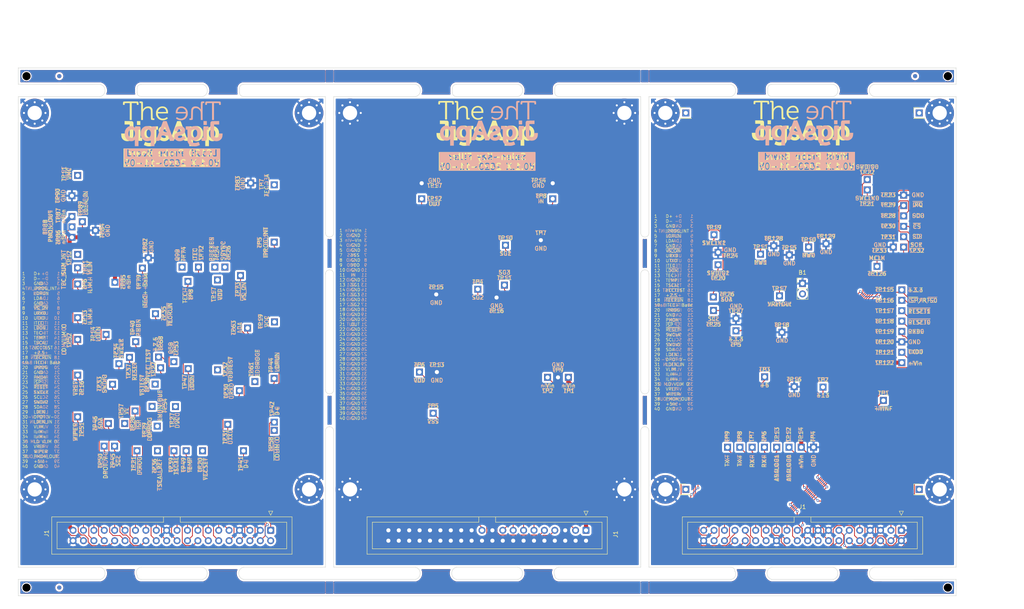
<source format=kicad_pcb>
(kicad_pcb (version 20221018) (generator pcbnew)
  (title_block (title "LC120 Probe Board") (date "2023-11-05") (rev "V0.1.X") (company "ElectroOptical Innovations"))
  (layers (0 "F.Cu" signal) (31 "B.Cu" signal) (34 "B.Paste" user) (35 "F.Paste" user) (36 "B.SilkS" user "B.Silkscreen") (37 "F.SilkS" user "F.Silkscreen") (38 "B.Mask" user) (39 "F.Mask" user) (44 "Edge.Cuts" user))
  (net 0 "")
  (net 1 "Board_0-+2.5")
  (net 2 "Board_0-+5In")
  (net 3 "Board_0-BUCKEN")
  (net 4 "Board_0-D+")
  (net 5 "Board_0-D-")
  (net 6 "Board_0-DPOT V-")
  (net 7 "Board_0-DVCC")
  (net 8 "Board_0-GND")
  (net 9 "Board_0-ILIM+")
  (net 10 "Board_0-ILIM-")
  (net 11 "Board_0-IPROG")
  (net 12 "Board_0-IPROG_INT")
  (net 13 "Board_0-ITEC")
  (net 14 "Board_0-ITEC+ Base")
  (net 15 "Board_0-LD VLIM O")
  (net 16 "Board_0-LDA")
  (net 17 "Board_0-LDEN")
  (net 18 "Board_0-LDEN_IN")
  (net 19 "Board_0-LDPROG")
  (net 20 "Board_0-LDPROGF")
  (net 21 "Board_0-LDRUN")
  (net 22 "Board_0-LMON BUF")
  (net 23 "Board_0-PMON")
  (net 24 "Board_0-PMON_OUT")
  (net 25 "Board_0-Q5B")
  (net 26 "Board_0-Q9B")
  (net 27 "Board_0-SCL")
  (net 28 "Board_0-SDA")
  (net 29 "Board_0-SSYNC")
  (net 30 "Board_0-SWCLK")
  (net 31 "Board_0-SWDIO")
  (net 32 "Board_0-TEC-")
  (net 33 "Board_0-TEC-A")
  (net 34 "Board_0-TEC_SUM")
  (net 35 "Board_0-TEMP")
  (net 36 "Board_0-TSCAL")
  (net 37 "Board_0-TSCAL_REF")
  (net 38 "Board_0-URXD")
  (net 39 "Board_0-UTXD")
  (net 40 "Board_0-VCC")
  (net 41 "Board_0-VCCSET")
  (net 42 "Board_0-VCCTEST")
  (net 43 "Board_0-VDD")
  (net 44 "Board_0-VDDTEST")
  (net 45 "Board_0-VL")
  (net 46 "Board_0-VLIM")
  (net 47 "Board_0-VMC")
  (net 48 "Board_0-VREF")
  (net 49 "Board_0-VSTEST")
  (net 50 "Board_0-WIPER")
  (net 51 "Board_0-~{ISP}")
  (net 52 "Board_0-~{LDLIM} O")
  (net 53 "Board_0-~{LDON}")
  (net 54 "Board_0-~{RESET}")
  (net 55 "Board_0-~{TECRUN}")
  (net 56 "Board_0-~{VS_ON}")
  (net 57 "Board_1-+VIn")
  (net 58 "Board_1--VIn")
  (net 59 "Board_1-GND")
  (net 60 "Board_1-IN")
  (net 61 "Board_1-OUT")
  (net 62 "Board_1-SG1")
  (net 63 "Board_1-SG2")
  (net 64 "Board_1-SG3")
  (net 65 "Board_1-VDD")
  (net 66 "Board_1-VSS")
  (net 67 "Board_2-+13")
  (net 68 "Board_2-+3.3")
  (net 69 "Board_2-+5")
  (net 70 "Board_2-+VINF")
  (net 71 "Board_2-+VIn")
  (net 72 "Board_2-ANALOG0")
  (net 73 "Board_2-ANALOG1")
  (net 74 "Board_2-GND")
  (net 75 "Board_2-MCLK")
  (net 76 "Board_2-MW0")
  (net 77 "Board_2-MW1")
  (net 78 "Board_2-RX+")
  (net 79 "Board_2-RX-")
  (net 80 "Board_2-RXD0")
  (net 81 "Board_2-SCK")
  (net 82 "Board_2-SCL")
  (net 83 "Board_2-SDA")
  (net 84 "Board_2-SDI")
  (net 85 "Board_2-SDO")
  (net 86 "Board_2-SWCLK0")
  (net 87 "Board_2-SWCLK1")
  (net 88 "Board_2-SWDIO0")
  (net 89 "Board_2-SWDIO1")
  (net 90 "Board_2-TX+")
  (net 91 "Board_2-TX-")
  (net 92 "Board_2-TXD0")
  (net 93 "Board_2-VRefOut")
  (net 94 "Board_2-~{CS}")
  (net 95 "Board_2-~{IRQ}")
  (net 96 "Board_2-~{ISP}{slash}RTS0")
  (net 97 "Board_2-~{RESET0}")
  (net 98 "Board_2-~{RESET1}")
  (footprint "MountingHole_3.5mm_Pad_Via_Paste" (layer "F.Cu") (at 81 96)
    (fp_text reference "MH2")
    (fp_text value "Conn_01x01_Male")
  )
  (footprint "test-probes:R100-2W" (layer "F.Cu") (at 169.718 48.972)
    (fp_text reference "TP26")
    (fp_text value "SDA")
  )
  (footprint "test-probes:R100-2W" (layer "F.Cu") (at 186.475 57.6)
    (fp_text reference "TP18")
    (fp_text value "GND")
  )
  (footprint "test-probes:R100-2W" (layer "F.Cu") (at 179.2 85.7)
    (fp_text reference "TP7")
    (fp_text value "RX-")
  )
  (footprint "test-probes:R100-2W" (layer "F.Cu") (at 43.9914 41.6661 180)
    (fp_text reference "TP72")
    (fp_text value "ITEC")
  )
  (footprint "test-probes:R100-2W" (layer "F.Cu") (at 14.4914 45.8052 180)
    (fp_text reference "TP6")
    (fp_text value "ILIM-")
  )
  (footprint "MountingHole_3.5mm_Pad_Via_Paste" (layer "F.Cu") (at 71 96 90)
    (fp_text reference "MH3")
    (fp_text value "Conn_01x01_Male")
  )
  (footprint "test-probes:R100-2W" (layer "F.Cu") (at 23.009 70.3154 180)
    (fp_text reference "TP33")
    (fp_text value "SWDIO")
  )
  (footprint "board" (layer "F.Cu") (at 114.5 57.5)
    (fp_text reference "BOARD" hide)
    (fp_text value "BOARD" hide)
  )
  (footprint "test-probes:R100-2W" (layer "F.Cu") (at 216.2 36.78 180)
    (fp_text reference "TP32")
    (fp_text value "SCK")
  )
  (footprint "test-probes:R100-2W" (layer "F.Cu") (at 21.4256 58.1316 180)
    (fp_text reference "TP14")
    (fp_text value "LDEN")
  )
  (footprint "LOGO" (layer "F.Cu") (at 114.5 5.88)
    (fp_text reference "G***" hide)
    (fp_text value "LOGO" hide)
  )
  (footprint "test-probes:R100-2W" (layer "F.Cu") (at 215.75 47.25)
    (fp_text reference "TP115")
    (fp_text value "+3.3")
  )
  (footprint "test-probes:R100-2W" (layer "F.Cu") (at 48.6689 66.7894 180)
    (fp_text reference "TP32")
    (fp_text value "VDDTEST")
  )
  (footprint "test-probes:R100-2W" (layer "F.Cu") (at 54.9914 86.5661 180)
    (fp_text reference "TP41")
    (fp_text value "D-")
  )
  (footprint "test-probes:R100-2W" (layer "F.Cu") (at 98.498 24.981)
    (fp_text reference "TP12")
    (fp_text value "OUT")
  )
  (footprint "test-probes:R100-2W" (layer "F.Cu") (at 32.6635 75.7197 180)
    (fp_text reference "TP54")
    (fp_text value "LMON BUF")
  )
  (footprint "test-probes:R100-2W" (layer "F.Cu") (at 37.9914 86.5661 180)
    (fp_text reference "TP39")
    (fp_text value "TSCAL")
  )
  (footprint "PinHeader_1x01_P2.54mm_Vertical" (layer "F.Cu") (at 220 96)
    (fp_text reference "MH5" hide)
    (fp_text value "Conn_01x01_Male")
  )
  (footprint "test-probes:R100-2W" (layer "F.Cu") (at 173.2 85.7)
    (fp_text reference "TP9")
    (fp_text value "TX-")
  )
  (footprint "test-probes:R100-2W" (layer "F.Cu") (at 182.2 85.7)
    (fp_text reference "TP6")
    (fp_text value "RX+")
  )
  (footprint "test-probes:R100-2W" (layer "F.Cu") (at 57.772 69.637 180)
    (fp_text reference "TP61")
    (fp_text value "LDPROGF")
  )
  (footprint "test-probes:R100-2W" (layer "F.Cu") (at 14.4914 68.0661 180)
    (fp_text reference "TP16")
    (fp_text value "VREF")
  )
  (footprint "test-probes:R100-2W" (layer "F.Cu") (at 62.4914 79.5661 180)
    (fp_text reference "TP42")
    (fp_text value "D+")
  )
  (footprint "test-probes:R100-2W" (layer "F.Cu") (at 14.4914 54.0336 180)
    (fp_text reference "TP13")
    (fp_text value "ILIM+")
  )
  (footprint "test-probes:R100-2W" (layer "F.Cu") (at 127.594 35.09)
    (fp_text reference "TP7")
    (fp_text value "GND")
  )
  (footprint "test-probes:R100-2W" (layer "F.Cu") (at 181.25 38.5)
    (fp_text reference "TP11")
    (fp_text value "MW1")
  )
  (footprint "Fiducial" (layer "F.Cu") (at 10 120.001)
    (fp_text reference "KiKit_FID_T_3" hide)
    (fp_text value "Fiducial" hide)
  )
  (footprint "test-probes:R100-2W" (layer "F.Cu") (at 170.901 38.062)
    (fp_text reference "TP24")
    (fp_text value "GND")
  )
  (footprint "IDC-Header_2x20_P2.54mm_Vertical" (layer "F.Cu") (at 215.63 106 -90)
    (fp_text reference "J1")
    (fp_text value "Conn_01x40_Female")
  )
  (footprint "test-probes:R100-2W" (layer "F.Cu") (at 118.9595 36.323)
    (fp_text reference "TP10")
    (fp_text value "SG1")
  )
  (footprint "test-probes:R100-2W" (layer "F.Cu") (at 182.25 68.5)
    (fp_text reference "TP3")
    (fp_text value "+5")
  )
  (footprint "test-probes:R100-2W" (layer "F.Cu") (at 97.9595 67.323)
    (fp_text reference "TP6")
    (fp_text value "VDD")
  )
  (footprint "test-probes:R100-2W" (layer "F.Cu") (at 196.5 71)
    (fp_text reference "TP2")
    (fp_text value "+13")
  )
  (footprint "LOGO" (layer "F.Cu") (at 191.5 5.825)
    (fp_text reference "G***" hide)
    (fp_text value "LOGO" hide)
  )
  (footprint "IDC-Header_2x20_P2.54mm_Vertical" (layer "F.Cu") (at 138.63 106 -90)
    (fp_text reference "J1")
    (fp_text value "Conn_01x40_Female")
  )
  (footprint "test-probes:R100-2W" (layer "F.Cu") (at 13.0864 31.8463 -90)
    (fp_text reference "TP88")
    (fp_text value "PMON_OUT")
  )
  (footprint "test-probes:R100-2W" (layer "F.Cu") (at 215.75 62.49)
    (fp_text reference "TP121")
    (fp_text value "TXD0")
  )
  (footprint "test-probes:R100-2W" (layer "F.Cu") (at 130.502 24.981)
    (fp_text reference "TP8")
    (fp_text value "IN")
  )
  (footprint "MountingHole_3.5mm_Pad_Via_Paste" (layer "F.Cu") (at 158 4)
    (fp_text reference "MH4")
    (fp_text value "Conn_01x01_Male")
  )
  (footprint "PinHeader_1x01_P2.54mm_Vertical" (layer "F.Cu") (at 163 4)
    (fp_text reference "MH8" hide)
    (fp_text value "Conn_01x01_Male")
  )
  (footprint "test-probes:R100-2W" (layer "F.Cu") (at 33.4155 70.2623 180)
    (fp_text reference "TP38")
    (fp_text value "VSTEST")
  )
  (footprint "PinHeader_1x01_P2.54mm_Vertical" (layer "F.Cu") (at 163 96)
    (fp_text reference "MH7" hide)
    (fp_text value "Conn_01x01_Male")
  )
  (footprint "test-probes:R100-2W" (layer "F.Cu") (at 185.2 85.7)
    (fp_text reference "TP13")
    (fp_text value "ANALOG1")
  )
  (footprint "test-probes:R100-2W" (layer "F.Cu") (at 129.245 68.618)
    (fp_text reference "TP2")
    (fp_text value "-VIn")
  )
  (footprint "test-probes:R100-2W" (layer "F.Cu") (at 130.502 21.171)
    (fp_text reference "TP14")
    (fp_text value "GND")
  )
  (footprint "test-probes:R100-2W" (layer "F.Cu") (at 14.4914 19.2686 90)
    (fp_text reference "TP11")
    (fp_text value "VMC")
  )
  (footprint "test-probes:R100-2W" (layer "F.Cu") (at 47.9914 41.6661 180)
    (fp_text reference "TP24")
    (fp_text value "BUCKEN")
  )
  (footprint "test-probes:R100-2W" (layer "F.Cu") (at 23.5053 85.4206 90)
    (fp_text reference "TP45")
    (fp_text value "SCL")
  )
  (footprint "MountingHole_3.5mm_Pad_Via_Paste" (layer "F.Cu") (at 225 4)
    (fp_text reference "MH2")
    (fp_text value "Conn_01x01_Male")
  )
  (footprint "MountingHole_3.5mm_Pad_Via_Paste" (layer "F.Cu") (at 4 96 90)
    (fp_text reference "MH4")
    (fp_text value "Conn_01x01_Male")
  )
  (footprint "NPTH" (layer "F.Cu") (at 2 -5.0005)
    (fp_text reference "KiKit_TO_1" hide)
    (fp_text value "NPTH" hide)
  )
  (footprint "test-probes:R100-2W" (layer "F.Cu") (at 215.75 49.79)
    (fp_text reference "TP116")
    (fp_text value "~{ISP}{slash}RTS0")
  )
  (footprint "LOGO" (layer "F.Cu") (at 37.5 6)
    (fp_text reference "G***" hide)
    (fp_text value "LOGO" hide)
  )
  (footprint "test-probes:R100-2W" (layer "F.Cu") (at 21.9914 79.8931 180)
    (fp_text reference "TP46")
    (fp_text value "SDA")
  )
  (footprint "PinHeader_1x01_P2.54mm_Vertical" (layer "F.Cu") (at 220 4)
    (fp_text reference "MH6" hide)
    (fp_text value "Conn_01x01_Male")
  )
  (footprint "MountingHole_3.5mm_Pad_Via_Paste" (layer "F.Cu") (at 148 96)
    (fp_text reference "MH4")
    (fp_text value "Conn_01x01_Male")
  )
  (footprint "MountingHole_3.5mm_Pad_Via_Paste" (layer "F.Cu") (at 158 96)
    (fp_text reference "MH3")
    (fp_text value "Conn_01x01_Male")
  )
  (footprint "test-probes:R100-2W" (layer "F.Cu") (at 116.786 49.111)
    (fp_text reference "TP16")
    (fp_text value "GND")
  )
  (footprint "test-probes:R100-2W" (layer "F.Cu") (at 18.8385 32.6944 -90)
    (fp_text reference "TP84")
    (fp_text value "GND")
  )
  (footprint "test-probes:R100-2W" (layer "F.Cu") (at 33.4914 53.0661 180)
    (fp_text reference "TP35")
    (fp_text value "~{TECRUN}")
  )
  (footprint "test-probes:R100-2W" (layer "F.Cu") (at 31.7385 39.4144)
    (fp_text reference "TP82")
    (fp_text value "GND")
  )
  (footprint "test-probes:R100-2W" (layer "F.Cu") (at 209.7 41.5 180)
    (fp_text reference "TP126")
    (fp_text value "MCLK")
  )
  (footprint "test-probes:R100-2W" (layer "F.Cu") (at 20.9653 85.4206 90)
    (fp_text reference "TP50")
    (fp_text value "DPOT V-")
  )
  (footprint "test-probes:R100-2W" (layer "F.Cu") (at 34.2547 63.645 180)
    (fp_text reference "TP68")
    (fp_text value "+2.5")
  )
  (footprint "test-probes:R100-2W" (layer "F.Cu") (at 169.769 52.274)
    (fp_text reference "TP25")
    (fp_text value "SCL")
  )
  (footprint "test-probes:R100-2W" (layer "F.Cu") (at 191.2 85.7)
    (fp_text reference "TP14")
    (fp_text value "+VIn")
  )
  (footprint "test-probes:R100-2W" (layer "F.Cu") (at 215.75 52.33)
    (fp_text reference "TP117")
    (fp_text value "~{RESET1}")
  )
  (footprint "test-probes:R100-2W" (layer "F.Cu") (at 207.31 20.27)
    (fp_text reference "TP22")
    (fp_text value "SWDIO0")
  )
  (footprint "test-probes:R100-2W" (layer "F.Cu") (at 41.4811 66.4835 180)
    (fp_text reference "TP47")
    (fp_text value "~{LDON}")
  )
  (footprint "test-probes:R100-2W" (layer "F.Cu") (at 15.6264 30.5763 -90)
    (fp_text reference "TP89")
    (fp_text value "LDEN_IN")
  )
  (footprint "test-probes:R100-2W" (layer "F.Cu") (at 185.875 48.7)
    (fp_text reference "TP17")
    (fp_text value "VRefOut")
  )
  (footprint "test-probes:R100-2W" (layer "F.Cu") (at 102.2095 67.323)
    (fp_text reference "TP13")
    (fp_text value "GND")
  )
  (footprint "test-probes:R100-2W" (layer "F.Cu") (at 13.0864 34.3863 -90)
    (fp_text reference "TP86")
    (fp_text value "+5In")
  )
  (footprint "MountingHole_3.5mm_Pad_Via_Paste" (layer "F.Cu") (at 71 4 90)
    (fp_text reference "MH1")
    (fp_text value "Conn_01x01_Male")
  )
  (footprint "test-probes:R100-2W" (layer "F.Cu") (at 51.1357 80.1109 180)
    (fp_text reference "TP31")
    (fp_text value "UTXD")
  )
  (footprint "test-probes:R100-2W" (layer "F.Cu") (at 54.2541 43.7342 180)
    (fp_text reference "TP73")
    (fp_text value "~{VS_ON}")
  )
  (footprint "test-probes:R100-2W" (layer "F.Cu") (at 44.9914 86.5661 180)
    (fp_text reference "TP20")
    (fp_text value "VCCSET")
  )
  (footprint "MountingHole_3.5mm_Pad_Via_Paste" (layer "F.Cu") (at 4 4 90)
    (fp_text reference "MH2")
    (fp_text value "Conn_01x01_Male")
  )
  (footprint "test-probes:R100-2W" (layer "F.Cu") (at 62.4914 68.88 180)
    (fp_text reference "TP44")
    (fp_text value "LDRUN")
  )
  (footprint "test-probes:R100-2W" (layer "F.Cu") (at 101.305 77.389)
    (fp_text reference "TP5")
    (fp_text value "VSS")
  )
  (footprint "test-probes:R100-2W" (layer "F.Cu") (at 50.4422 41.6661 180)
    (fp_text reference "TP26")
    (fp_text value "SSYNC")
  )
  (footprint "test-probes:R100-2W" (layer "F.Cu") (at 216.2 26.62 180)
    (fp_text reference "TP29")
    (fp_text value "~{IRQ}")
  )
  (footprint "test-probes:R100-2W" (layer "F.Cu") (at 62.4914 21.5661 180)
    (fp_text reference "TP7")
    (fp_text value "TEC-_A")
  )
  (footprint "test-probes:R100-2W" (layer "F.Cu") (at 41.4204 45.173 180)
    (fp_text reference "TP8")
    (fp_text value "TEC-")
  )
  (footprint "test-probes:R100-2W" (layer "F.Cu") (at 23.5994 45.3729 180)
    (fp_text reference "TP85")
    (fp_text value "+5In")
  )
  (footprint "test-probes:R100-2W" (layer "F.Cu") (at 38.373 75.7569 180)
    (fp_text reference "TP27")
    (fp_text value "DVCC")
  )
  (footprint "test-probes:R100-2W" (layer "F.Cu") (at 14.4781 78.2788 180)
    (fp_text reference "TP51")
    (fp_text value "WIPER")
  )
  (footprint "test-probes:R100-2W" (layer "F.Cu") (at 197.25 35.95)
    (fp_text reference "TP129")
    (fp_text value "GND")
  )
  (footprint "test-probes:R100-2W" (layer "F.Cu") (at 62.4914 35.5661 180)
    (fp_text reference "TP5")
    (fp_text value "IPROG_INT")
  )
  (footprint "test-probes:R100-2W" (layer "F.Cu") (at 170.901 41.11)
    (fp_text reference "TP20")
    (fp_text value "SWDIO1")
  )
  (footprint "test-probes:R100-2W" (layer "F.Cu") (at 25.9914 79.8931 180)
    (fp_text reference "TP57")
    (fp_text value "VL")
  )
  (footprint "test-probes:R100-2W" (layer "F.Cu") (at 33.9248 80.5428 180)
    (fp_text reference "TP29")
    (fp_text value "LDPROG")
  )
  (footprint "test-probes:R100-2W" (layer "F.Cu") (at 62.4914 81.5661 90)
    (fp_text reference "TP58")
    (fp_text value "~{LDLIM} O")
  )
  (footprint "test-probes:R100-2W" (layer "F.Cu") (at 13.0864 24.2263 -90)
    (fp_text reference "TP90")
    (fp_text value "GND")
  )
  (footprint "NPTH" (layer "F.Cu") (at 2 120.001)
    (fp_text reference "KiKit_TO_3" hide)
    (fp_text value "NPTH" hide)
  )
  (footprint "test-probes:R100-2W" (layer "F.Cu") (at 14.4914 41.8555 180)
    (fp_text reference "TP81")
    (fp_text value "VLIM")
  )
  (footprint "PinHeader_1x02_P2.54mm_Vertical" (layer "F.Cu") (at 191.5 45.68)
    (fp_text reference "B1")
    (fp_text value "Conn_01x02_Male")
  )
  (footprint "test-probes:R100-2W" (layer "F.Cu") (at 24.5699 65.2782 180)
    (fp_text reference "TP34")
    (fp_text value "SWCLK")
  )
  (footprint "MountingHole_3.5mm_Pad_Via_Paste" (layer "F.Cu") (at 225 96)
    (fp_text reference "MH1")
    (fp_text value "Conn_01x01_Male")
  )
  (footprint "test-probes:R100-2W" (layer "F.Cu") (at 56.7385 21.1144 -90)
    (fp_text reference "TP83")
    (fp_text value "GND")
  )
  (footprint "test-probes:R100-2W" (layer "F.Cu") (at 213.66 36.78 180)
    (fp_text reference "TP33")
    (fp_text value "GND")
  )
  (footprint "test-probes:R100-2W" (layer "F.Cu") (at 14.4914 59.3471 180)
    (fp_text reference "TP52")
    (fp_text value "LD VLIM O")
  )
  (footprint "test-probes:R100-2W" (layer "F.Cu") (at 118.7095 46.073)
    (fp_text reference "TP11")
    (fp_text value "SG3")
  )
  (footprint "test-probes:R100-2W" (layer "F.Cu") (at 216.2 31.7 180)
    (fp_text reference "TP30")
    (fp_text value "~{CS}")
  )
  (footprint "test-probes:R100-2W" (layer "F.Cu") (at 13.0864 29.3063 -90)
    (fp_text reference "TP87")
    (fp_text value "+5In")
  )
  (footprint "test-probes:R100-2W" (layer "F.Cu") (at 215.75 57.41)
    (fp_text reference "TP119")
    (fp_text value "RXD0")
  )
  (footprint "test-probes:R100-2W" (layer "F.Cu") (at 131.785 68.618)
    (fp_text reference "TP9")
    (fp_text value "GND")
  )
  (footprint "test-probes:R100-2W" (layer "F.Cu") (at 169.885 33.744)
    (fp_text reference "TP19")
    (fp_text value "SWCLK1")
  )
  (footprint "test-probes:R100-2W" (layer "F.Cu") (at 216.2 24.08 180)
    (fp_text reference "TP23")
    (fp_text value "GND")
  )
  (footprint "test-probes:R100-2W" (layer "F.Cu") (at 207.31 22.81)
    (fp_text reference "TP21")
    (fp_text value "SWCLK0")
  )
  (footprint "test-probes:R100-2W" (layer "F.Cu") (at 102.054 48.349)
    (fp_text reference "TP15")
    (fp_text value "GND")
  )
  (footprint "test-probes:R100-2W" (layer "F.Cu") (at 34.7389 66.2888 180)
    (fp_text reference "TP22")
    (fp_text value "VCC_TEST")
  )
  (footprint "test-probes:R100-2W" (layer "F.Cu") (at 27.1413 63.7375 180)
    (fp_text reference "TP37")
    (fp_text value "RESET")
  )
  (footprint "test-probes:R100-2W" (layer "F.Cu") (at 48.6378 44.8128 180)
    (fp_text reference "TP17")
    (fp_text value "VDD")
  )
  (footprint "test-probes:R100-2W" (layer "F.Cu") (at 55.9914 56.5661 180)
    (fp_text reference "TP63")
    (fp_text value "LDA")
  )
  (footprint "test-probes:R100-2W" (layer "F.Cu") (at 215.75 65.03)
    (fp_text reference "TP122")
    (fp_text value "+VIn")
  )
  (footprint "test-probes:R100-2W" (layer "F.Cu") (at 28.9914 86.5661 180)
    (fp_text reference "TP21")
    (fp_text value "IPROG")
  )
  (footprint "test-probes:R100-2W" (layer "F.Cu") (at 194.2 85.7)
    (fp_text reference "TP4")
    (fp_text value "GND")
  )
  (footprint "MountingHole_3.5mm_Pad_Via_Paste" (layer "F.Cu") (at 148 4)
    (fp_text reference "MH3")
    (fp_text value "Conn_01x01_Male")
  )
  (footprint "test-probes:R100-2W" (layer "F.Cu") (at 28.5197 76.8366 180)
    (fp_text reference "TP28")
    (fp_text value "~{ISP}")
  )
  (footprint "IDC-Header_2x20_P2.54mm_Vertical" (layer "F.Cu") (at 61.63 106 -90)
    (fp_text reference "J1")
    (fp_text value "Conn_01x40_Female")
  )
  (footprint "test-probes:R100-2W" (layer "F.Cu") (at 188.2 85.7)
    (fp_text reference "TP12")
    (fp_text value "ANALOG0")
  )
  (footprint "test-probes:R100-2W" (layer "F.Cu") (at 211.25 74.25)
    (fp_text reference "TP1")
    (fp_text value "+VINF")
  )
  (footprint "test-probes:R100-2W" (layer "F.Cu") (at 216.2 34.24 180)
    (fp_text reference "TP31")
    (fp_text value "SDI")
  )
  (footprint "NPTH" (layer "F.Cu") (at 227 -5.0005)
    (fp_text reference "KiKit_TO_2" hide)
    (fp_text value "NPTH" hide)
  )
  (footprint "test-probes:R100-2W" (layer "F.Cu") (at 215.75 54.87)
    (fp_text reference "TP118")
    (fp_text value "~{RESET0}")
  )
  (footprint "board" (layer "F.Cu") (at 37.5 57.5 90)
    (fp_text reference "BOARD" hide)
    (fp_text value "BOARD" hide)
  )
  (footprint "MountingHole_3.5mm_Pad_Via_Paste" (layer "F.Cu") (at 81 4)
    (fp_text reference "MH1")
    (fp_text value "Conn_01x01_Male")
  )
  (footprint "test-probes:R100-2W" (layer "F.Cu") (at 189.475 70.9)
    (fp_text reference "TP16")
    (fp_text value "GND")
  )
  (footprint "test-probes:R100-2W" (layer "F.Cu") (at 14.4914 38.5775 180)
    (fp_text reference "TP12")
    (fp_text value "TEC_SUM INT")
  )
  (footprint "test-probes:R100-2W" (layer "F.Cu") (at 39.9914 41.6661 180)
    (fp_text reference "TP74")
    (fp_text value "Q9B")
  )
  (footprint "Fiducial" (layer "F.Cu") (at 219 -5.0005)
    (fp_text reference "KiKit_FID_T_2" hide)
    (fp_text value "Fiducial" hide)
  )
  (footprint "test-probes:R100-2W" (layer "F.Cu") (at 33.9914 86.5661 180)
    (fp_text reference "TP36")
    (fp_text value "TSCAL_REF")
  )
  (footprint "test-probes:R100-2W" (layer "F.Cu") (at 215.75 59.95)
    (fp_text reference "TP120")
    (fp_text value "GND")
  )
  (footprint "test-probes:R100-2W" (layer "F.Cu") (at 112.2095 47.073)
    (fp_text reference "TP4")
    (fp_text value "SG2")
  )
  (footprint "test-probes:R100-2W" (layer "F.Cu") (at 193 36.75)
    (fp_text reference "TP10")
    (fp_text value "MW0")
  )
  (footprint "test-probes:R100-2W" (layer "F.Cu") (at 40.9914 86.5661 180)
    (fp_text reference "TP49")
    (fp_text value "TEMP")
  )
  (footprint "test-probes:R100-2W" (layer "F.Cu") (at 98.498 21.171)
    (fp_text reference "TP17")
    (fp_text value "GND")
  )
  (footprint "test-probes:R100-2W" (layer "F.Cu") (at 37.9679 64.7898 180)
    (fp_text reference "TP53")
    (fp_text value "Q5B")
  )
  (footprint "test-probes:R100-2W" (layer "F.Cu") (at 28.6693 59.8911 180)
    (fp_text reference "TP40")
    (fp_text value "PMON")
  )
  (footprint "NPTH" (layer "F.Cu") (at 227 120.001)
    (fp_text reference "KiKit_TO_4" hide)
    (fp_text value "NPTH" hide)
  )
  (footprint "test-probes:R100-2W" (layer "F.Cu") (at 184.475 36.475)
    (fp_text reference "TP128")
    (fp_text value "GND")
  )
  (footprint "test-probes:R100-2W" (layer "F.Cu") (at 188.275 38.7)
    (fp_text reference "TP15")
    (fp_text value "GND")
  )
  (footprint "test-probes:R100-2W" (layer "F.Cu") (at 53.9914 71.8661 180)
    (fp_text reference "TP30")
    (fp_text value "URXD")
  )
  (footprint "test-probes:R100-2W" (layer "F.Cu") (at 134.325 68.618)
    (fp_text reference "TP1")
    (fp_text value "+VIn")
  )
  (footprint "board" (layer "F.Cu") (at 191.5 57.5)
    (fp_text reference "BOARD" hide)
    (fp_text value "BOARD" hide)
  )
  (footprint "test-probes:R100-2W" (layer "F.Cu") (at 175.255 54.204)
    (fp_text reference "TP27")
    (fp_text value "GND")
  )
  (footprint "test-probes:R100-2W" (layer "F.Cu") (at 62.5514 55.0661 180)
    (fp_text reference "TP19")
    (fp_text value "VCC")
  )
  (footprint "test-probes:R100-2W" (layer "F.Cu") (at 176.2 85.7)
    (fp_text reference "TP8")
    (fp_text value "TX+")
  )
  (footprint "test-probes:R100-2W" (layer "F.Cu") (at 175.25 57.25)
    (fp_text reference "TP5")
    (fp_text value "+3.3")
  )
  (footprint "test-probes:R100-2W" (layer "F.Cu") (at 216.2 29.16 180)
    (fp_text reference "TP28")
    (fp_text value "SDO")
  )
  (footprint "Fiducial" (layer "F.Cu") (at 10 -5.0005)
    (fp_text reference "KiKit_FID_T_1" hide)
    (fp_text value "Fiducial" hide)
  )
  (footprint "test-probes:R100-2W" (layer "F.Cu") (at 30.2947 41.9212 180)
    (fp_text reference "TP79")
    (fp_text value "ITEC+ Base")
  )
  (footprint "Fiducial" (layer "B.Cu") (at 10 -5.0005)
    (fp_text reference "KiKit_FID_B_1" hide)
    (fp_text value "Fiducial" hide)
  )
  (footprint "Fiducial" (layer "B.Cu") (at 219 -5.0005)
    (fp_text reference "KiKit_FID_B_2" hide)
    (fp_text value "Fiducial" hide)
  )
  (footprint "LOGO" (layer "B.Cu") (at 114.5 5.88 180)
    (fp_text reference "G***" hide)
    (fp_text value "LOGO" hide)
  )
  (footprint "LOGO" (layer "B.Cu") (at 37.5 6 180)
    (fp_text reference "G***" hide)
    (fp_text value "LOGO" hide)
  )
  (footprint "Fiducial" (layer "B.Cu") (at 10 120.001)
    (fp_text reference "KiKit_FID_B_3" hide)
    (fp_text value "Fiducial" hide)
  )
  (footprint "LOGO" (layer "B.Cu") (at 191.5 5.825 180)
    (fp_text reference "G***" hide)
    (fp_text value "LOGO" hide)
  )
  (gr_line (start 199.057576 117.999804) (end 199.008877 118.001) (stroke (width 0.1)) (layer "Edge.Cuts"))
  (gr_line (start 183.001299 -0.987799) (end 183.000999 -1.012216) (stroke (width 0.1)) (layer "Edge.Cuts"))
  (gr_line (start 228.987975 118.000998) (end 228.98773 118.000995) (stroke (width 0.1)) (layer "Edge.Cuts"))
  (gr_line (start 208.976288 115.001229) (end 209.025741 115) (stroke (width 0.1)) (layer "Edge.Cuts"))
  (gr_arc (start 29.990825 118.001) (mid 29.325662 117.744359) (end 29.00187 117.059022) (stroke (width 0.1)) (layer "Edge.Cuts"))
  (gr_line (start 106.001299 -0.987799) (end 106.000999 -1.012216) (stroke (width 0.1)) (layer "Edge.Cuts"))
  (gr_line (start 228.999996 114.987972) (end 229 114.987727) (stroke (width 0.1)) (layer "Edge.Cuts"))
  (gr_line (start 55.025741 115) (end 74.987727 115) (stroke (width 0.1)) (layer "Edge.Cuts"))
  (gr_line (start 77 81.697019) (end 77 114.987727) (stroke (width 0.1)) (layer "Edge.Cuts"))
  (gr_line (start 152.00122 33.356954) (end 152 33.307682) (stroke (width 0.1)) (layer "Edge.Cuts"))
  (gr_line (start 173.974258 0) (end 154.012272 0) (stroke (width 0.1)) (layer "Edge.Cuts"))
  (gr_arc (start 74.987972 0.000003) (mid 74.997085 0.003085) (end 75 0.012272) (stroke (width 0.1)) (layer "Edge.Cuts"))
  (gr_line (start 152.00173 71.694975) (end 152 71.636307) (stroke (width 0.1)) (layer "Edge.Cuts"))
  (gr_arc (start 228.987972 0.000003) (mid 228.997085 0.003085) (end 229 0.012272) (stroke (width 0.1)) (layer "Edge.Cuts"))
  (gr_line (start 106.991122 -3.0005) (end 122.00873 -3.0005) (stroke (width 0.1)) (layer "Edge.Cuts"))
  (gr_arc (start 152.000375 43.361757) (mid 153 42.335223) (end 153.998269 43.305031) (stroke (width 0.1)) (layer "Edge.Cuts"))
  (gr_arc (start 20.009066 -2.9937) (mid 20.951642 -0.698296) (end 20.023711 -0.001229) (stroke (width 0.1)) (layer "Edge.Cuts"))
  (gr_line (start 184.025741 115) (end 198.977094 115) (stroke (width 0.1)) (layer "Edge.Cuts"))
  (gr_arc (start 154 33.303287) (mid 152.917035 34.328517) (end 152.00122 33.356954) (stroke (width 0.1)) (layer "Edge.Cuts"))
  (gr_arc (start 54.990825 118.001) (mid 54.048255 115.698617) (end 54.976288 115.001229) (stroke (width 0.1)) (layer "Edge.Cuts"))
  (gr_line (start 29.00187 117.059022) (end 29.000702 117.010304) (stroke (width 0.1)) (layer "Edge.Cuts"))
  (gr_line (start 97.057576 117.999804) (end 97.008877 118.001) (stroke (width 0.1)) (layer "Edge.Cuts"))
  (gr_arc (start 153.00241 80.66835) (mid 153.683909 80.93889) (end 153.998269 81.638364) (stroke (width 0.1)) (layer "Edge.Cuts"))
  (gr_arc (start 154.000003 0.012027) (mid 154.003085 0.002915) (end 154.012272 0) (stroke (width 0.1)) (layer "Edge.Cuts"))
  (gr_line (start 75.001239 43.309528) (end 75.002444 43.285399) (stroke (width 0.1)) (layer "Edge.Cuts"))
  (gr_line (start 174.008877 118.001) (end 131.990825 118.001) (stroke (width 0.1)) (layer "Edge.Cuts"))
  (gr_line (start 77.012027 114.999996) (end 77.012272 115) (stroke (width 0.1)) (layer "Edge.Cuts"))
  (gr_line (start 75.00122 33.356954) (end 75 33.307682) (stroke (width 0.1)) (layer "Edge.Cuts"))
  (gr_line (start 74.987972 0.000003) (end 74.987727 0) (stroke (width 0.1)) (layer "Edge.Cuts"))
  (gr_line (start 96.974258 0) (end 77.012272 0) (stroke (width 0.1)) (layer "Edge.Cuts"))
  (gr_arc (start 228.987972 -7.000496) (mid 228.997085 -6.997414) (end 229 -6.988227) (stroke (width 0.1)) (layer "Edge.Cuts"))
  (gr_arc (start 54.001 -2.010377) (mid 54.25746 -2.675341) (end 54.942423 -2.999304) (stroke (width 0.1)) (layer "Edge.Cuts"))
  (gr_arc (start 154 71.636314) (mid 153.692815 72.385439) (end 153.00241 72.664982) (stroke (width 0.1)) (layer "Edge.Cuts"))
  (gr_line (start 131.00187 117.059022) (end 131.000702 117.010304) (stroke (width 0.1)) (layer "Edge.Cuts"))
  (gr_arc (start 97.00873 -3.0005) (mid 97.951815 -0.698841) (end 97.023711 -0.001229) (stroke (width 0.1)) (layer "Edge.Cuts"))
  (gr_arc (start 151.999996 114.987972) (mid 151.996914 114.997085) (end 151.987727 115) (stroke (width 0.1)) (layer "Edge.Cuts"))
  (gr_line (start 199.023711 -0.001229) (end 198.974258 0) (stroke (width 0.1)) (layer "Edge.Cuts"))
  (gr_line (start 198.974258 0) (end 184.022905 0) (stroke (width 0.1)) (layer "Edge.Cuts"))
  (gr_arc (start 45.00873 -3.0005) (mid 45.965323 -0.745443) (end 45.023711 -0.001229) (stroke (width 0.1)) (layer "Edge.Cuts"))
  (gr_arc (start 131.990825 118.001) (mid 131.325662 117.744359) (end 131.00187 117.059022) (stroke (width 0.1)) (layer "Edge.Cuts"))
  (gr_line (start 153.998269 81.638364) (end 154 81.697019) (stroke (width 0.1)) (layer "Edge.Cuts"))
  (gr_arc (start 173.977094 115) (mid 174.679906 115.268989) (end 174.9987 115.987799) (stroke (width 0.1)) (layer "Edge.Cuts"))
  (gr_line (start 174.9987 115.987799) (end 174.999 116.012216) (stroke (width 0.1)) (layer "Edge.Cuts"))
  (gr_line (start 76.00241 72.664982) (end 75.997589 72.664982) (stroke (width 0.1)) (layer "Edge.Cuts"))
  (gr_arc (start 154.012027 114.999996) (mid 154.002915 114.996914) (end 154 114.987727) (stroke (width 0.1)) (layer "Edge.Cuts"))
  (gr_arc (start 44.977094 115) (mid 45.988519 115.860111) (end 45.057576 117.999804) (stroke (width 0.1)) (layer "Edge.Cuts"))
  (gr_arc (start 75 81.697019) (mid 75.277032 80.977947) (end 75.997589 80.66835) (stroke (width 0.1)) (layer "Edge.Cuts"))
  (gr_line (start 152 71.636307) (end 152.000375 43.361757) (stroke (width 0.1)) (layer "Edge.Cuts"))
  (gr_line (start 131.001 -1.012216) (end 131.001 -2.010377) (stroke (width 0.1)) (layer "Edge.Cuts"))
  (gr_line (start 183.000999 -2.010377) (end 183.000999 -2.010377) (stroke (width 0.1)) (layer "Edge.Cuts"))
  (gr_arc (start 0.012024 -3.000498) (mid 0.002891 -3.003574) (end 0 -3.012769) (stroke (width 0.1)) (layer "Edge.Cuts"))
  (gr_line (start 183.942423 -2.999304) (end 183.991122 -3.0005) (stroke (width 0.1)) (layer "Edge.Cuts"))
  (gr_line (start 29.976288 115.001229) (end 30.025741 115) (stroke (width 0.1)) (layer "Edge.Cuts"))
  (gr_line (start 0.012272 -7.0005) (end 0.012027 -7.000496) (stroke (width 0.1)) (layer "Edge.Cuts"))
  (gr_line (start 153.00241 72.664982) (end 152.997589 72.664982) (stroke (width 0.1)) (layer "Edge.Cuts"))
  (gr_line (start 29.000999 -1.012216) (end 29.000999 -2.010377) (stroke (width 0.1)) (layer "Edge.Cuts"))
  (gr_arc (start 29.000702 117.010304) (mid 29.236194 115.357154) (end 29.976288 115.001229) (stroke (width 0.1)) (layer "Edge.Cuts"))
  (gr_line (start 106.000999 -1.012216) (end 106.000999 -2.010377) (stroke (width 0.1)) (layer "Edge.Cuts"))
  (gr_line (start 76.998269 81.638364) (end 77 81.697019) (stroke (width 0.1)) (layer "Edge.Cuts"))
  (gr_line (start 131.001 -2.010377) (end 131.001 -2.010377) (stroke (width 0.1)) (layer "Edge.Cuts"))
  (gr_arc (start 75.997589 72.664982) (mid 75.31609 72.394442) (end 75.00173 71.694968) (stroke (width 0.1)) (layer "Edge.Cuts"))
  (gr_line (start 75 71.636314) (end 75 43.359168) (stroke (width 0.1)) (layer "Edge.Cuts"))
  (gr_arc (start 151.987972 0.000003) (mid 151.997085 0.003085) (end 152 0.012272) (stroke (width 0.1)) (layer "Edge.Cuts"))
  (gr_arc (start 209.025741 0) (mid 208.060031 -0.663673) (end 208.942565 -2.999304) (stroke (width 0.1)) (layer "Edge.Cuts"))
  (gr_arc (start 131.000702 117.010304) (mid 131.268428 115.320697) (end 131.976288 115.001229) (stroke (width 0.1)) (layer "Edge.Cuts"))
  (gr_line (start 75 43.359168) (end 75.001239 43.309528) (stroke (width 0.1)) (layer "Edge.Cuts"))
  (gr_arc (start 106.990825 118.001) (mid 106.034699 115.745354) (end 106.976288 115.001229) (stroke (width 0.1)) (layer "Edge.Cuts"))
  (gr_line (start 131.991122 -3.0005) (end 174.00873 -3.0005) (stroke (width 0.1)) (layer "Edge.Cuts"))
  (gr_line (start 54.001 -1.012216) (end 54.001 -2.010377) (stroke (width 0.1)) (layer "Edge.Cuts"))
  (gr_line (start 77 43.363685) (end 77 71.636314) (stroke (width 0.1)) (layer "Edge.Cuts"))
  (gr_line (start 0 -6.988227) (end 0 -3.012769) (stroke (width 0.1)) (layer "Edge.Cuts"))
  (gr_line (start 131.001299 -0.987799) (end 131.001 -1.012216) (stroke (width 0.1)) (layer "Edge.Cuts"))
  (gr_arc (start 0.000003 0.012027) (mid 0.003077 0.002891) (end 0.012272 0) (stroke (width 0.1)) (layer "Edge.Cuts"))
  (gr_line (start 228.987972 0.000003) (end 228.987727 0) (stroke (width 0.1)) (layer "Edge.Cuts"))
  (gr_line (start 199.008877 118.001) (end 183.990825 118.001) (stroke (width 0.1)) (layer "Edge.Cuts"))
  (gr_line (start 29.000999 -2.010377) (end 29.000999 -2.010377) (stroke (width 0.1)) (layer "Edge.Cuts"))
  (gr_line (start 106.942423 -2.999304) (end 106.991122 -3.0005) (stroke (width 0.1)) (layer "Edge.Cuts"))
  (gr_line (start 229 -3.012772) (end 229 -6.988227) (stroke (width 0.1)) (layer "Edge.Cuts"))
  (gr_line (start 121.974258 0) (end 107.022905 0) (stroke (width 0.1)) (layer "Edge.Cuts"))
  (gr_arc (start 0.000003 -6.988472) (mid 0.002208 -6.996667) (end 0.009809 -7.000442) (stroke (width 0.1)) (layer "Edge.Cuts"))
  (gr_line (start 154.012027 114.999996) (end 154.012272 115) (stroke (width 0.1)) (layer "Edge.Cuts"))
  (gr_line (start 75.002444 43.285399) (end 75.002444 43.285399) (stroke (width 0.1)) (layer "Edge.Cuts"))
  (gr_line (start 151.999996 114.987972) (end 152 114.987727) (stroke (width 0.1)) (layer "Edge.Cuts"))
  (gr_line (start 44.974258 0) (end 30.022905 0) (stroke (width 0.1)) (layer "Edge.Cuts"))
  (gr_arc (start 184.022905 0) (mid 183.296786 -0.291349) (end 183.001299 -0.987799) (stroke (width 0.1)) (layer "Edge.Cuts"))
  (gr_line (start 20.023711 -0.001229) (end 19.974258 0) (stroke (width 0.1)) (layer "Edge.Cuts"))
  (gr_arc (start 106.000999 -2.010377) (mid 106.25746 -2.675341) (end 106.942423 -2.999304) (stroke (width 0.1)) (layer "Edge.Cuts"))
  (gr_line (start 45.057576 117.999804) (end 45.008877 118.001) (stroke (width 0.1)) (layer "Edge.Cuts"))
  (gr_line (start 106.990825 118.001) (end 106.990825 118.001) (stroke (width 0.1)) (layer "Edge.Cuts"))
  (gr_line (start 54.991122 -3.0005) (end 97.00873 -3.0005) (stroke (width 0.1)) (layer "Edge.Cuts"))
  (gr_line (start 74.987727 0) (end 55.022905 0) (stroke (width 0.1)) (layer "Edge.Cuts"))
  (gr_line (start 122.023711 -0.001229) (end 121.974258 0) (stroke (width 0.1)) (layer "Edge.Cuts"))
  (gr_line (start 183.991122 -3.0005) (end 199.00873 -3.0005) (stroke (width 0.1)) (layer "Edge.Cuts"))
  (gr_arc (start 107.022905 0) (mid 106.349562 -0.242557) (end 106.001299 -0.987799) (stroke (width 0.1)) (layer "Edge.Cuts"))
  (gr_arc (start 122.00873 -3.0005) (mid 122.9653 -0.745354) (end 122.023711 -0.001229) (stroke (width 0.1)) (layer "Edge.Cuts"))
  (gr_line (start 97.008877 118.001) (end 54.990825 118.001) (stroke (width 0.1)) (layer "Edge.Cuts"))
  (gr_arc (start 152.997589 72.664982) (mid 152.31609 72.394442) (end 152.00173 71.694975) (stroke (width 0.1)) (layer "Edge.Cuts"))
  (gr_arc (start 228.987975 118.000998) (mid 228.997089 118.004082) (end 229 118.013269) (stroke (width 0.1)) (layer "Edge.Cuts"))
  (gr_line (start 131.990825 118.001) (end 131.990825 118.001) (stroke (width 0.1)) (layer "Edge.Cuts"))
  (gr_arc (start 77 71.636314) (mid 76.722967 72.355385) (end 76.00241 72.664982) (stroke (width 0.1)) (layer "Edge.Cuts"))
  (gr_line (start 152.000375 43.361757) (end 152.000375 43.361757) (stroke (width 0.1)) (layer "Edge.Cuts"))
  (gr_line (start 0.012272 115) (end 19.974258 115) (stroke (width 0.1)) (layer "Edge.Cuts"))
  (gr_line (start 54.001299 -0.987799) (end 54.001 -1.012216) (stroke (width 0.1)) (layer "Edge.Cuts"))
  (gr_line (start 19.974258 0) (end 0.012272 0) (stroke (width 0.1)) (layer "Edge.Cuts"))
  (gr_arc (start 29.000999 -2.010377) (mid 29.25746 -2.675341) (end 29.942423 -2.999304) (stroke (width 0.1)) (layer "Edge.Cuts"))
  (gr_line (start 151.987727 0) (end 132.022905 0) (stroke (width 0.1)) (layer "Edge.Cuts"))
  (gr_line (start 29.990825 118.001) (end 29.990825 118.001) (stroke (width 0.1)) (layer "Edge.Cuts"))
  (gr_line (start 107.025741 115) (end 121.977094 115) (stroke (width 0.1)) (layer "Edge.Cuts"))
  (gr_line (start 106.000999 -2.010377) (end 106.000999 -2.010377) (stroke (width 0.1)) (layer "Edge.Cuts"))
  (gr_line (start 0 118.013272) (end 0 121.988727) (stroke (width 0.1)) (layer "Edge.Cuts"))
  (gr_arc (start 208.990933 117.9942) (mid 208.036702 115.737833) (end 208.976288 115.001229) (stroke (width 0.1)) (layer "Edge.Cuts"))
  (gr_line (start 29.001299 -0.987799) (end 29.000999 -1.012216) (stroke (width 0.1)) (layer "Edge.Cuts"))
  (gr_line (start 54.990825 118.001) (end 54.990825 118.001) (stroke (width 0.1)) (layer "Edge.Cuts"))
  (gr_line (start 183.000999 -1.012216) (end 183.000999 -2.010377) (stroke (width 0.1)) (layer "Edge.Cuts"))
  (gr_line (start 0.000003 118.013027) (end 0 118.013272) (stroke (width 0.1)) (layer "Edge.Cuts"))
  (gr_line (start 97.023711 -0.001229) (end 96.974258 0) (stroke (width 0.1)) (layer "Edge.Cuts"))
  (gr_line (start 208.991269 -3.0005) (end 228.987727 -3.0005) (stroke (width 0.1)) (layer "Edge.Cuts"))
  (gr_line (start 154 81.697019) (end 154 114.987727) (stroke (width 0.1)) (layer "Edge.Cuts"))
  (gr_line (start 228.999996 -3.012527) (end 229 -3.012772) (stroke (width 0.1)) (layer "Edge.Cuts"))
  (gr_line (start 0 0.012272) (end 0 114.987727) (stroke (width 0.1)) (layer "Edge.Cuts"))
  (gr_line (start 0.012027 114.999996) (end 0.012272 115) (stroke (width 0.1)) (layer "Edge.Cuts"))
  (gr_line (start 122.008877 118.001) (end 106.990825 118.001) (stroke (width 0.1)) (layer "Edge.Cuts"))
  (gr_arc (start 30.022905 0) (mid 29.318077 -0.270814) (end 29.001299 -0.987799) (stroke (width 0.1)) (layer "Edge.Cuts"))
  (gr_line (start 174.023711 -0.001229) (end 173.974258 0) (stroke (width 0.1)) (layer "Edge.Cuts"))
  (gr_line (start 209.025741 115) (end 228.987727 115) (stroke (width 0.1)) (layer "Edge.Cuts"))
  (gr_line (start 228.987972 -7.000496) (end 228.987727 -7.0005) (stroke (width 0.1)) (layer "Edge.Cuts"))
  (gr_arc (start 199.00873 -3.0005) (mid 199.965323 -0.745443) (end 199.023711 -0.001229) (stroke (width 0.1)) (layer "Edge.Cuts"))
  (gr_arc (start 0.012027 114.999996) (mid 0.002891 114.996922) (end 0 114.987727) (stroke (width 0.1)) (layer "Edge.Cuts"))
  (gr_arc (start 174.999 116.012216) (mid 174.742539 117.675841) (end 174.057576 117.999804) (stroke (width 0.1)) (layer "Edge.Cuts"))
  (gr_line (start 106.976288 115.001229) (end 107.025741 115) (stroke (width 0.1)) (layer "Edge.Cuts"))
  (gr_arc (start 228.999996 114.987972) (mid 228.996914 114.997085) (end 228.987727 115) (stroke (width 0.1)) (layer "Edge.Cuts"))
  (gr_line (start 229 121.988727) (end 229 118.013269) (stroke (width 0.1)) (layer "Edge.Cuts"))
  (gr_line (start 228.987727 -7.0005) (end 0.012272 -7.0005) (stroke (width 0.1)) (layer "Edge.Cuts"))
  (gr_line (start 154 0.012272) (end 154 33.303287) (stroke (width 0.1)) (layer "Edge.Cuts"))
  (gr_line (start 0.012024 -3.000498) (end 0.012269 -3.000495) (stroke (width 0.1)) (layer "Edge.Cuts"))
  (gr_arc (start 0.012027 122.000996) (mid 0.002891 121.997922) (end 0 121.988727) (stroke (width 0.1)) (layer "Edge.Cuts"))
  (gr_line (start 154.000003 0.012027) (end 154 0.012272) (stroke (width 0.1)) (layer "Edge.Cuts"))
  (gr_line (start 228.999996 121.988972) (end 229 121.988727) (stroke (width 0.1)) (layer "Edge.Cuts"))
  (gr_line (start 228.987727 0) (end 209.025741 0) (stroke (width 0.1)) (layer "Edge.Cuts"))
  (gr_arc (start 121.977094 115) (mid 122.988519 115.860111) (end 122.057576 117.999804) (stroke (width 0.1)) (layer "Edge.Cuts"))
  (gr_line (start 183.976288 115.001229) (end 184.025741 115) (stroke (width 0.1)) (layer "Edge.Cuts"))
  (gr_line (start 74.999996 114.987972) (end 75 114.987727) (stroke (width 0.1)) (layer "Edge.Cuts"))
  (gr_arc (start 55.022905 0) (mid 54.313339 -0.274897) (end 54.001299 -0.987799) (stroke (width 0.1)) (layer "Edge.Cuts"))
  (gr_line (start 154 43.363685) (end 154 71.636314) (stroke (width 0.1)) (layer "Edge.Cuts"))
  (gr_line (start 0.000003 0.012027) (end 0 0.012272) (stroke (width 0.1)) (layer "Edge.Cuts"))
  (gr_arc (start 75.002444 43.285399) (mid 76.033539 42.335451) (end 76.998269 43.305031) (stroke (width 0.1)) (layer "Edge.Cuts"))
  (gr_line (start 132.025741 115) (end 151.987727 115) (stroke (width 0.1)) (layer "Edge.Cuts"))
  (gr_line (start 29.942423 -2.999304) (end 29.991122 -3.0005) (stroke (width 0.1)) (layer "Edge.Cuts"))
  (gr_line (start 153.998269 43.305031) (end 154 43.363685) (stroke (width 0.1)) (layer "Edge.Cuts"))
  (gr_line (start 20.00873 118.001) (end 0.012272 118.001) (stroke (width 0.1)) (layer "Edge.Cuts"))
  (gr_arc (start 0.000003 118.013027) (mid 0.003077 118.003891) (end 0.012272 118.001) (stroke (width 0.1)) (layer "Edge.Cuts"))
  (gr_line (start 0.012272 122.001) (end 228.987727 122.001) (stroke (width 0.1)) (layer "Edge.Cuts"))
  (gr_line (start 152 114.987727) (end 152 81.697019) (stroke (width 0.1)) (layer "Edge.Cuts"))
  (gr_arc (start 76.00241 80.66835) (mid 76.683909 80.93889) (end 76.998269 81.638364) (stroke (width 0.1)) (layer "Edge.Cuts"))
  (gr_arc (start 228.999996 121.988972) (mid 228.996914 121.998085) (end 228.987727 122.001) (stroke (width 0.1)) (layer "Edge.Cuts"))
  (gr_line (start 75 114.987727) (end 75 81.697019) (stroke (width 0.1)) (layer "Edge.Cuts"))
  (gr_arc (start 228.999996 -3.012527) (mid 228.996914 -3.003415) (end 228.987727 -3.0005) (stroke (width 0.1)) (layer "Edge.Cuts"))
  (gr_line (start 0.012027 -7.000496) (end 0.009809 -7.000442) (stroke (width 0.1)) (layer "Edge.Cuts"))
  (gr_line (start 75 33.307682) (end 75 0.012272) (stroke (width 0.1)) (layer "Edge.Cuts"))
  (gr_line (start 54.942423 -2.999304) (end 54.991122 -3.0005) (stroke (width 0.1)) (layer "Edge.Cuts"))
  (gr_arc (start 131.001 -2.010377) (mid 131.25746 -2.675341) (end 131.942423 -2.999304) (stroke (width 0.1)) (layer "Edge.Cuts"))
  (gr_line (start 208.942565 -2.999304) (end 208.991269 -3.0005) (stroke (width 0.1)) (layer "Edge.Cuts"))
  (gr_arc (start 74.999996 114.987972) (mid 74.996914 114.997085) (end 74.987727 115) (stroke (width 0.1)) (layer "Edge.Cuts"))
  (gr_arc (start 174.00873 -3.0005) (mid 174.95183 -0.69889) (end 174.023711 -0.001229) (stroke (width 0.1)) (layer "Edge.Cuts"))
  (gr_line (start 151.987972 0.000003) (end 151.987727 0) (stroke (width 0.1)) (layer "Edge.Cuts"))
  (gr_line (start 228.98773 118.000995) (end 208.990933 117.9942) (stroke (width 0.1)) (layer "Edge.Cuts"))
  (gr_arc (start 132.022905 0) (mid 131.334628 -0.255594) (end 131.001299 -0.987799) (stroke (width 0.1)) (layer "Edge.Cuts"))
  (gr_arc (start 152 81.697019) (mid 152.307184 80.947894) (end 152.997589 80.66835) (stroke (width 0.1)) (layer "Edge.Cuts"))
  (gr_arc (start 77 33.303287) (mid 75.967825 34.331388) (end 75.00122 33.356954) (stroke (width 0.1)) (layer "Edge.Cuts"))
  (gr_line (start 174.057576 117.999804) (end 174.008877 118.001) (stroke (width 0.1)) (layer "Edge.Cuts"))
  (gr_line (start 77 0.012272) (end 77 33.303287) (stroke (width 0.1)) (layer "Edge.Cuts"))
  (gr_line (start 0.012027 122.000996) (end 0.012272 122.001) (stroke (width 0.1)) (layer "Edge.Cuts"))
  (gr_line (start 122.057576 117.999804) (end 122.008877 118.001) (stroke (width 0.1)) (layer "Edge.Cuts"))
  (gr_line (start 54.976288 115.001229) (end 55.025741 115) (stroke (width 0.1)) (layer "Edge.Cuts"))
  (gr_line (start 75.00173 71.694968) (end 75 71.636314) (stroke (width 0.1)) (layer "Edge.Cuts"))
  (gr_line (start 76.998269 43.305031) (end 77 43.363685) (stroke (width 0.1)) (layer "Edge.Cuts"))
  (gr_line (start 0.009809 -7.000442) (end 0.009809 -7.000442) (stroke (width 0.1)) (layer "Edge.Cuts"))
  (gr_arc (start 198.977094 115) (mid 199.985665 115.841529) (end 199.057576 117.999804) (stroke (width 0.1)) (layer "Edge.Cuts"))
  (gr_line (start 75.997589 80.66835) (end 76.00241 80.66835) (stroke (width 0.1)) (layer "Edge.Cuts"))
  (gr_line (start 77.012272 115) (end 96.977094 115) (stroke (width 0.1)) (layer "Edge.Cuts"))
  (gr_arc (start 77.000003 0.012027) (mid 77.003085 0.002915) (end 77.012272 0) (stroke (width 0.1)) (layer "Edge.Cuts"))
  (gr_line (start 229 114.987727) (end 229 0.012272) (stroke (width 0.1)) (layer "Edge.Cuts"))
  (gr_arc (start 183.990825 118.001) (mid 183.03459 115.745769) (end 183.976288 115.001229) (stroke (width 0.1)) (layer "Edge.Cuts"))
  (gr_line (start 77.000003 0.012027) (end 77 0.012272) (stroke (width 0.1)) (layer "Edge.Cuts"))
  (gr_line (start 183.990825 118.001) (end 183.990825 118.001) (stroke (width 0.1)) (layer "Edge.Cuts"))
  (gr_line (start 54.001 -2.010377) (end 54.001 -2.010377) (stroke (width 0.1)) (layer "Edge.Cuts"))
  (gr_line (start 131.942423 -2.999304) (end 131.991122 -3.0005) (stroke (width 0.1)) (layer "Edge.Cuts"))
  (gr_line (start 0.012269 -3.000495) (end 20.009066 -2.9937) (stroke (width 0.1)) (layer "Edge.Cuts"))
  (gr_line (start 152 33.307682) (end 152 0.012272) (stroke (width 0.1)) (layer "Edge.Cuts"))
  (gr_line (start 30.025741 115) (end 44.977094 115) (stroke (width 0.1)) (layer "Edge.Cuts"))
  (gr_arc (start 77.012027 114.999996) (mid 77.002915 114.996914) (end 77 114.987727) (stroke (width 0.1)) (layer "Edge.Cuts"))
  (gr_line (start 20.057434 117.999804) (end 20.00873 118.001) (stroke (width 0.1)) (layer "Edge.Cuts"))
  (gr_arc (start 19.974258 115) (mid 20.95167 115.698383) (end 20.057434 117.999804) (stroke (width 0.1)) (layer "Edge.Cuts"))
  (gr_line (start 131.976288 115.001229) (end 132.025741 115) (stroke (width 0.1)) (layer "Edge.Cuts"))
  (gr_arc (start 96.977094 115) (mid 97.98879 115.861522) (end 97.057576 117.999804) (stroke (width 0.1)) (layer "Edge.Cuts"))
  (gr_line (start 45.023711 -0.001229) (end 44.974258 0) (stroke (width 0.1)) (layer "Edge.Cuts"))
  (gr_line (start 45.008877 118.001) (end 29.990825 118.001) (stroke (width 0.1)) (layer "Edge.Cuts"))
  (gr_line (start 0.000003 -6.988472) (end 0 -6.988227) (stroke (width 0.1)) (layer "Edge.Cuts"))
  (gr_line (start 154.012272 115) (end 173.977094 115) (stroke (width 0.1)) (layer "Edge.Cuts"))
  (gr_line (start 152.997589 80.66835) (end 153.00241 80.66835) (stroke (width 0.1)) (layer "Edge.Cuts"))
  (gr_line (start 29.991122 -3.0005) (end 45.00873 -3.0005) (stroke (width 0.1)) (layer "Edge.Cuts"))
  (gr_arc (start 183.000999 -2.010377) (mid 183.25746 -2.675341) (end 183.942423 -2.999304) (stroke (width 0.1)) (layer "Edge.Cuts"))
  (gr_text "MWIR Probe Board\nV0.1.X ${ISSUE_DATE}" (at 192.503 17.945) (layer "B.SilkS" knockout) (effects (font (size 1.5 1.5) (thickness 0.3) bold) (justify bottom mirror)))
  (gr_text "${TITLE}\n${REVISION} ${ISSUE_DATE}" (at 37.5 17.12) (layer "B.SilkS" knockout) (effects (font (size 1.5 1.5) (thickness 0.3) bold) (justify bottom mirror)))
  (gr_text "Salen-Key Filter\nV0.1.X ${ISSUE_DATE}" (at 114.5 18) (layer "B.SilkS" knockout) (effects (font (size 1.5 1.5) (thickness 0.3) bold) (justify bottom mirror)))
  (gr_text "Salen-Key Filter\nV0.1.X ${ISSUE_DATE}" (at 114.5 18) (layer "F.SilkS" knockout) (effects (font (size 1.5 1.5) (thickness 0.3) bold) (justify bottom)))
  (gr_text "${TITLE}\n${REVISION} ${ISSUE_DATE}" (at 37.5 17.12) (layer "F.SilkS" knockout) (effects (font (size 1.5 1.5) (thickness 0.3) bold) (justify bottom)))
  (gr_text "MWIR Probe Board\nV0.1.X ${ISSUE_DATE}" (at 192.503 17.945) (layer "F.SilkS" knockout) (effects (font (size 1.5 1.5) (thickness 0.3) bold) (justify bottom)))
  (gr_text_box "1	+VIn\n2	GND\n3	-VIn\n4	GND\n5	GND\n7	VSS\n8	GND\n9	VDD\n10	GND\n11	IN\n12	GND\n13	SG1\n14 	GND\n15	SG3\n16	GND\n17	SG2\n18	GND\n19	GND\n20	GND\n21	OUT\n22	GND\n23	GND\n24	GND\n25	GND\n26	GND\n27	GND\n28	GND\n29	GND\n30	GND\n31	GND\n32	GND\n33	GND\n34	GND\n35	GND\n36	GND\n37	GND\n38	GND\n39	GND\n40	GND" (start 77.022 31.7245) (end 85.785 81.1275) (layer "B.SilkS") (effects (font (size 0.75 0.75) (thickness 0.1)) (justify left top mirror)))
  (gr_text_box "1	D+\n2	D-\n3	GND\n4	IPROG_INT\n5	LDRUN\n6	LDA\n7	GND\n8	~{VS_ON}\n9	URXD\n10	UTXD\n11	ITEC\n12	~{LDON}\n13	TEC-\n14	TEMP\n15	TSCAL\n16	VCCTEST\n17	+2.5\n18	~{TECRUN}\n19	ITEC+ Base\n20	IPROG\n21	GND\n22	PMON\n23	~{ISP}\n24	~{RESET}\n25	SWCLK\n26	SCL\n27	SWDIO\n28	SDA\n29	LDEN\n30	DPOT V-\n31	LDEN_IN\n32	VLIM\n33	ILIM-\n34	ILIM+\n35	LD VLIM O\n36	VREF\n37	WIPER\n38	PMON_OUT\n39	+5In\n40	GND\n" (start -0.016 42.266) (end 10.779 91.669) (angle 360) (layer "B.SilkS") (effects (font (size 0.75 0.75) (thickness 0.1)) (justify left top mirror)))
  (gr_text_box "1	D+\n2	D-\n3	GND\n4	IPROG_INT\n5	LDRUN\n6	LDA\n7	GND\n8	~{VS_ON}\n9	URXD\n10	UTXD\n11	ITEC\n12	~{LDON}\n13	TEC-\n14	TEMP\n15	TSCAL\n16	VCCTEST\n17	+2.5\n18	~{TECRUN}\n19	ITEC+ Base\n20	IPROG\n21	GND\n22	PMON\n23	~{ISP}\n24	~{RESET}\n25	SWCLK\n26	SCL\n27	SWDIO\n28	SDA\n29	LDEN\n30	DPOT V-\n31	LDEN_IN\n32	VLIM\n33	ILIM-\n34	ILIM+\n35	LD VLIM O\n36	VREF\n37	WIPER\n38	PMON_OUT\n39	+5In\n40	GND\n" (start 154.657 28.232) (end 165.452 77.635) (layer "B.SilkS") (effects (font (size 0.75 0.75) (thickness 0.1)) (justify left top mirror)))
  (gr_text_box "1	+VIn\n2	GND\n3	-VIn\n4	GND\n5	GND\n7	VSS\n8	GND\n9	VDD\n10	GND\n11	IN\n12	GND\n13	SG1\n14 	GND\n15	SG3\n16	GND\n17	SG2\n18	GND\n19	GND\n20	GND\n21	OUT\n22	GND\n23	GND\n24	GND\n25	GND\n26	GND\n27	GND\n28	GND\n29	GND\n30	GND\n31	GND\n32	GND\n33	GND\n34	GND\n35	GND\n36	GND\n37	GND\n38	GND\n39	GND\n40	GND" (start 77.784 31.7245) (end 88.579 81.1275) (layer "F.SilkS") (effects (font (size 0.75 0.75) (thickness 0.1)) (justify left top)))
  (gr_text_box "1	D+\n2	D-\n3	GND\n4	IPROG_INT\n5	LDRUN\n6	LDA\n7	GND\n8	~{VS_ON}\n9	URXD\n10	UTXD\n11	ITEC\n12	~{LDON}\n13	TEC-\n14	TEMP\n15	TSCAL\n16	VCCTEST\n17	+2.5\n18	~{TECRUN}\n19	ITEC+ Base\n20	IPROG\n21	GND\n22	PMON\n23	~{ISP}\n24	~{RESET}\n25	SWCLK\n26	SCL\n27	SWDIO\n28	SDA\n29	LDEN\n30	DPOT V-\n31	LDEN_IN\n32	VLIM\n33	ILIM-\n34	ILIM+\n35	LD VLIM O\n36	VREF\n37	WIPER\n38	PMON_OUT\n39	+5In\n40	GND\n" (start 154.657 28.232) (end 165.452 77.635) (layer "F.SilkS") (effects (font (size 0.75 0.75) (thickness 0.1)) (justify left top)))
  (gr_text_box "1	D+\n2	D-\n3	GND\n4	IPROG_INT\n5	LDRUN\n6	LDA\n7	GND\n8	~{VS_ON}\n9	URXD\n10	UTXD\n11	ITEC\n12	~{LDON}\n13	TEC-\n14	TEMP\n15	TSCAL\n16	VCCTEST\n17	+2.5\n18	~{TECRUN}\n19	ITEC+ Base\n20	IPROG\n21	GND\n22	PMON\n23	~{ISP}\n24	~{RESET}\n25	SWCLK\n26	SCL\n27	SWDIO\n28	SDA\n29	LDEN\n30	DPOT V-\n31	LDEN_IN\n32	VLIM\n33	ILIM-\n34	ILIM+\n35	LD VLIM O\n36	VREF\n37	WIPER\n38	PMON_OUT\n39	+5In\n40	GND\n" (start 0.3015 42.266) (end 11.0965 91.669) (angle 360) (layer "F.SilkS") (effects (font (size 0.75 0.75) (thickness 0.1)) (justify left top)))
  (segment (start 36.1646 71.575685) (end 36.1646 89.3582) (width 0.2) (layer "F.Cu") (net 1))
  (segment (start 35.1047 63.645) (end 36.16 64.7003) (width 0.2) (layer "F.Cu") (net 1))
  (segment (start 34.2547 63.645) (end 35.1047 63.645) (width 0.2) (layer "F.Cu") (net 1))
  (segment (start 36.16 64.7003) (end 36.16 71.571086) (width 0.2) (layer "F.Cu") (net 1))
  (segment (start 36.1646 89.3582) (end 41.31 94.5036) (width 0.2) (layer "F.Cu") (net 1))
  (segment (start 41.31 94.5036) (end 41.31 106) (width 0.2) (layer "F.Cu") (net 1))
  (segment (start 36.16 71.571086) (end 36.1646 71.575685) (width 0.2) (layer "F.Cu") (net 1))
  (segment (start 13.0864 34.3863) (end 14.8119 34.3863) (width 1) (layer "F.Cu") (net 2))
  (segment (start 23.5994 43.1738) (end 23.5994 45.3729) (width 1) (layer "F.Cu") (net 2))
  (segment (start 13.37 106) (end 12.5264 105.1564) (width 1) (layer "F.Cu") (net 2))
  (segment (start 12.5264 34.9463) (end 13.0864 34.3863) (width 1) (layer "F.Cu") (net 2))
  (segment (start 14.8119 34.3863) (end 23.5994 43.1738) (width 1) (layer "F.Cu") (net 2))
  (segment (start 12.5264 105.1564) (end 12.5264 34.9463) (width 1) (layer "F.Cu") (net 2))
  (segment (start 12.93645 34.3863) (end 11.5364 32.98625) (width 1) (layer "B.Cu") (net 2))
  (segment (start 13.0864 34.3863) (end 12.93645 34.3863) (width 1) (layer "B.Cu") (net 2))
  (segment (start 12.93645 29.3063) (end 13.0864 29.3063) (width 1) (layer "B.Cu") (net 2))
  (segment (start 11.5364 30.70635) (end 12.93645 29.3063) (width 1) (layer "B.Cu") (net 2))
  (segment (start 11.5364 32.98625) (end 11.5364 30.70635) (width 1) (layer "B.Cu") (net 2))
  (segment (start 61.6414 79.5661) (end 62.4914 79.5661) (width 0.2) (layer "F.Cu") (net 4))
  (segment (start 61.3414 104.073714) (end 61.3414 79.8661) (width 0.2) (layer "F.Cu") (net 4))
  (segment (start 61.63 106) (end 61.63 104.362314) (width 0.2) (layer "F.Cu") (net 4))
  (segment (start 61.63 104.362314) (end 61.3414 104.073714) (width 0.2) (layer "F.Cu") (net 4))
  (segment (start 61.3414 79.8661) (end 61.6414 79.5661) (width 0.2) (layer "F.Cu") (net 4))
  (segment (start 54.9914 98.6704) (end 54.9914 86.5661) (width 0.2) (layer "F.Cu") (net 5))
  (segment (start 60.8713 104.623) (end 60.8713 104.5503) (width 0.2) (layer "F.Cu") (net 5))
  (segment (start 60.8713 104.5503) (end 54.9914 98.6704) (width 0.2) (layer "F.Cu") (net 5))
  (via (at 60.8713 104.623) (size 0.6) (drill 0.3) (layers "F.Cu" "B.Cu") (net 5))
  (segment (start 60.8713 104.623) (end 60.309 105.1853) (width 0.2) (layer "B.Cu") (net 5))
  (segment (start 60.309 105.1853) (end 60.309 107.219) (width 0.2) (layer "B.Cu") (net 5))
  (segment (start 60.309 107.219) (end 61.63 108.54) (width 0.2) (layer "B.Cu") (net 5))
  (segment (start 23.1116 107.27) (end 22.317 106.4754) (width 0.2) (layer "F.Cu") (net 6))
  (segment (start 22.317 87.924) (end 20.9653 86.5723) (width 0.2) (layer "F.Cu") (net 6))
  (segment (start 26.07 108.54) (end 24.8 107.27) (width 0.2) (layer "F.Cu") (net 6))
  (segment (start 22.317 106.4754) (end 22.317 87.924) (width 0.2) (layer "F.Cu") (net 6))
  (segment (start 24.8 107.27) (end 23.1116 107.27) (width 0.2) (layer "F.Cu") (net 6))
  (segment (start 20.9653 85.4206) (end 20.9653 86.5723) (width 0.2) (layer "F.Cu") (net 6))
  (segment (start 18.9526 59.6465) (end 18.9526 104.5691) (width 0.2) (layer "F.Cu") (net 9))
  (segment (start 19.6017 107.1517) (end 20.99 108.54) (width 0.2) (layer "F.Cu") (net 9))
  (segment (start 14.4914 55.1853) (end 18.9526 59.6465) (width 0.2) (layer "F.Cu") (net 9))
  (segment (start 18.9526 104.5691) (end 19.6017 105.2182) (width 0.2) (layer "F.Cu") (net 9))
  (segment (start 14.4914 54.0336) (end 14.4914 55.1853) (width 0.2) (layer "F.Cu") (net 9))
  (segment (start 19.6017 105.2182) (end 19.6017 107.1517) (width 0.2) (layer "F.Cu") (net 9))
  (segment (start 19.7784 52.2439) (end 14.4914 46.9569) (width 0.2) (layer "F.Cu") (net 10))
  (segment (start 20.99 106) (end 19.7784 104.7884) (width 0.2) (layer "F.Cu") (net 10))
  (segment (start 19.7784 104.7884) (end 19.7784 52.2439) (width 0.2) (layer "F.Cu") (net 10))
  (segment (start 14.4914 45.8052) (end 14.4914 46.9569) (width 0.2) (layer "F.Cu") (net 10))
  (segment (start 37.4206 96.5561) (end 28.9914 88.1269) (width 0.2) (layer "F.Cu") (net 11))
  (segment (start 28.9914 86.5661) (end 28.9914 87.7178) (width 0.2) (layer "F.Cu") (net 11))
  (segment (start 37.4206 107.1906) (end 37.4206 96.5561) (width 0.2) (layer "F.Cu") (net 11))
  (segment (start 38.77 108.54) (end 37.4206 107.1906) (width 0.2) (layer "F.Cu") (net 11))
  (segment (start 28.9914 88.1269) (end 28.9914 87.7178) (width 0.2) (layer "F.Cu") (net 11))
  (segment (start 60.2718 104.516485) (end 60.2718 107.3582) (width 0.2) (layer "F.Cu") (net 12))
  (segment (start 60.2718 107.3582) (end 59.09 108.54) (width 0.2) (layer "F.Cu") (net 12))
  (segment (start 53.324 97.568685) (end 60.2718 104.516485) (width 0.2) (layer "F.Cu") (net 12))
  (segment (start 56.88 78.7806) (end 56.88 79.8001) (width 0.2) (layer "F.Cu") (net 12))
  (segment (start 64.0544 71.6062) (end 56.88 78.7806) (width 0.2) (layer "F.Cu") (net 12))
  (segment (start 53.324 83.3561) (end 53.324 97.568685) (width 0.2) (layer "F.Cu") (net 12))
  (segment (start 56.88 79.8001) (end 53.324 83.3561) (width 0.2) (layer "F.Cu") (net 12))
  (segment (start 62.4914 35.5661) (end 62.4914 36.7178) (width 0.2) (layer "F.Cu") (net 12))
  (segment (start 62.4914 36.7178) (end 64.0544 38.2808) (width 0.2) (layer "F.Cu") (net 12))
  (segment (start 64.0544 38.2808) (end 64.0544 71.6062) (width 0.2) (layer "F.Cu") (net 12))
  (segment (start 43.9914 66.6358) (end 43.9914 42.8178) (width 0.2) (layer "F.Cu") (net 13))
  (segment (start 48.93 106) (end 48.93 71.5744) (width 0.2) (layer "F.Cu") (net 13))
  (segment (start 48.93 71.5744) (end 43.9914 66.6358) (width 0.2) (layer "F.Cu") (net 13))
  (segment (start 43.9914 41.6661) (end 43.9914 42.8178) (width 0.2) (layer "F.Cu") (net 13))
  (segment (start 38.77 96.9487) (end 38.77 106) (width 0.2) (layer "F.Cu") (net 14))
  (segment (start 30.2947 88.4734) (end 38.77 96.9487) (width 0.2) (layer "F.Cu") (net 14))
  (segment (start 30.2947 43.0729) (end 30.2947 88.4734) (width 0.2) (layer "F.Cu") (net 14))
  (segment (start 30.2947 41.9212) (end 30.2947 43.0729) (width 0.2) (layer "F.Cu") (net 14))
  (segment (start 14.4914 59.3471) (end 14.4914 60.4988) (width 0.2) (layer "F.Cu") (net 15))
  (segment (start 18.45 106) (end 18.45 64.4574) (width 0.2) (layer "F.Cu") (net 15))
  (segment (start 18.45 64.4574) (end 14.4914 60.4988) (width 0.2) (layer "F.Cu") (net 15))
  (segment (start 52.924 83.190415) (end 52.924 97.734371) (width 0.2) (layer "F.Cu") (net 16))
  (segment (start 57.82 102.630371) (end 57.82 107.27) (width 0.2) (layer "F.Cu") (net 16))
  (segment (start 55.9414 80.173015) (end 52.924 83.190415) (width 0.2) (layer "F.Cu") (net 16))
  (segment (start 57.82 107.27) (end 56.55 108.54) (width 0.2) (layer "F.Cu") (net 16))
  (segment (start 63.6431 70.0287) (end 55.9414 77.7304) (width 0.2) (layer "F.Cu") (net 16))
  (segment (start 55.9914 57.7178) (end 63.6431 65.3695) (width 0.2) (layer "F.Cu") (net 16))
  (segment (start 52.924 97.734371) (end 57.82 102.630371) (width 0.2) (layer "F.Cu") (net 16))
  (segment (start 55.9914 56.5661) (end 55.9914 57.7178) (width 0.2) (layer "F.Cu") (net 16))
  (segment (start 63.6431 65.3695) (end 63.6431 70.0287) (width 0.2) (layer "F.Cu") (net 16))
  (segment (start 55.9414 77.7304) (end 55.9414 80.173015) (width 0.2) (layer "F.Cu") (net 16))
  (segment (start 21.5855 81.3177) (end 25.228 84.9602) (width 0.2) (layer "F.Cu") (net 17))
  (segment (start 21.4256 59.2833) (end 20.8397 59.8692) (width 0.2) (layer "F.Cu") (net 17))
  (segment (start 25.228 84.9602) (end 25.228 105.158) (width 0.2) (layer "F.Cu") (net 17))
  (segment (start 25.228 105.158) (end 26.07 106) (width 0.2) (layer "F.Cu") (net 17))
  (segment (start 21.2893 81.3177) (end 21.5855 81.3177) (width 0.2) (layer "F.Cu") (net 17))
  (segment (start 20.8397 59.8692) (end 20.8397 80.8681) (width 0.2) (layer "F.Cu") (net 17))
  (segment (start 20.8397 80.8681) (end 21.2893 81.3177) (width 0.2) (layer "F.Cu") (net 17))
  (segment (start 21.4256 58.1316) (end 21.4256 59.2833) (width 0.2) (layer "F.Cu") (net 17))
  (segment (start 24.7511 40.9351) (end 15.6264 31.8104) (width 0.2) (layer "F.Cu") (net 18))
  (segment (start 22.117 86.887) (end 22.117 83.2019) (width 0.2) (layer "F.Cu") (net 18))
  (segment (start 23.53 106) (end 23.53 88.3) (width 0.2) (layer "F.Cu") (net 18))
  (segment (start 20.2368 55.2996) (end 24.7511 50.7853) (width 0.2) (layer "F.Cu") (net 18))
  (segment (start 22.117 83.2019) (end 20.2368 81.3217) (width 0.2) (layer "F.Cu") (net 18))
  (segment (start 15.6264 31.8104) (end 15.6264 30.5763) (width 0.2) (layer "F.Cu") (net 18))
  (segment (start 23.53 88.3) (end 22.117 86.887) (width 0.2) (layer "F.Cu") (net 18))
  (segment (start 24.7511 50.7853) (end 24.7511 40.9351) (width 0.2) (layer "F.Cu") (net 18))
  (segment (start 20.2368 81.3217) (end 20.2368 55.2996) (width 0.2) (layer "F.Cu") (net 18))
  (segment (start 55.5414 76.9817) (end 62.4914 70.0317) (width 0.2) (layer "F.Cu") (net 21))
  (segment (start 62.4914 70.0317) (end 62.4914 68.88) (width 0.2) (layer "F.Cu") (net 21))
  (segment (start 55.5414 80.007329) (end 55.5414 76.9817) (width 0.2) (layer "F.Cu") (net 21))
  (segment (start 52.524 101.974) (end 52.524 83.02473) (width 0.2) (layer "F.Cu") (net 21))
  (segment (start 52.524 83.02473) (end 55.5414 80.007329) (width 0.2) (layer "F.Cu") (net 21))
  (segment (start 56.55 106) (end 52.524 101.974) (width 0.2) (layer "F.Cu") (net 21))
  (segment (start 27.8397 88.0874) (end 27.8397 84.8587) (width 0.2) (layer "F.Cu") (net 23))
  (segment (start 34.96 107.27) (end 34.96 95.2077) (width 0.2) (layer "F.Cu") (net 23))
  (segment (start 36.23 108.54) (end 34.96 107.27) (width 0.2) (layer "F.Cu") (net 23))
  (segment (start 29.6714 83.027) (end 29.6714 62.0449) (width 0.2) (layer "F.Cu") (net 23))
  (segment (start 29.6714 62.0449) (end 28.6693 61.0428) (width 0.2) (layer "F.Cu") (net 23))
  (segment (start 27.8397 84.8587) (end 29.6714 83.027) (width 0.2) (layer "F.Cu") (net 23))
  (segment (start 28.6693 59.8911) (end 28.6693 61.0428) (width 0.2) (layer "F.Cu") (net 23))
  (segment (start 34.96 95.2077) (end 27.8397 88.0874) (width 0.2) (layer "F.Cu") (net 23))
  (segment (start 11.7264 33.2063) (end 13.0864 31.8463) (width 0.2) (layer "F.Cu") (net 24))
  (segment (start 11.7264 106.0203) (end 11.7264 33.2063) (width 0.2) (layer "F.Cu") (net 24))
  (segment (start 12.9761 107.27) (end 11.7264 106.0203) (width 0.2) (layer "F.Cu") (net 24))
  (segment (start 14.64 107.27) (end 12.9761 107.27) (width 0.2) (layer "F.Cu") (net 24))
  (segment (start 15.91 108.54) (end 14.64 107.27) (width 0.2) (layer "F.Cu") (net 24))
  (segment (start 27.2217 107.9908) (end 27.2217 108.8016) (width 0.2) (layer "F.Cu") (net 27))
  (segment (start 24.8017 106.3752) (end 25.5782 107.1517) (width 0.2) (layer "F.Cu") (net 27))
  (segment (start 28.1176 109.6975) (end 29.9925 109.6975) (width 0.2) (layer "F.Cu") (net 27))
  (segment (start 23.5053 85.4206) (end 23.5053 86.5723) (width 0.2) (layer "F.Cu") (net 27))
  (segment (start 23.5053 86.5723) (end 24.8017 87.8687) (width 0.2) (layer "F.Cu") (net 27))
  (segment (start 25.5782 107.1517) (end 26.3826 107.1517) (width 0.2) (layer "F.Cu") (net 27))
  (segment (start 27.2217 108.8016) (end 28.1176 109.6975) (width 0.2) (layer "F.Cu") (net 27))
  (segment (start 29.9925 109.6975) (end 31.15 108.54) (width 0.2) (layer "F.Cu") (net 27))
  (segment (start 26.3826 107.1517) (end 27.2217 107.9908) (width 0.2) (layer "F.Cu") (net 27))
  (segment (start 24.8017 87.8687) (end 24.8017 106.3752) (width 0.2) (layer "F.Cu") (net 27))
  (segment (start 21.9914 81.0448) (end 25.6297 84.6831) (width 0.2) (layer "F.Cu") (net 28))
  (segment (start 21.9914 79.8931) (end 21.9914 81.0448) (width 0.2) (layer "F.Cu") (net 28))
  (segment (start 27.28 107.21) (end 28.61 108.54) (width 0.2) (layer "F.Cu") (net 28))
  (segment (start 25.6297 84.6831) (end 25.6297 100.1316) (width 0.2) (layer "F.Cu") (net 28))
  (segment (start 27.28 101.7819) (end 27.28 107.21) (width 0.2) (layer "F.Cu") (net 28))
  (segment (start 25.6297 100.1316) (end 27.28 101.7819) (width 0.2) (layer "F.Cu") (net 28))
  (segment (start 26.6343 83.0214) (end 24.5699 80.957) (width 0.2) (layer "F.Cu") (net 30))
  (segment (start 31.15 94.8715) (end 26.6343 90.3558) (width 0.2) (layer "F.Cu") (net 30))
  (segment (start 31.15 106) (end 31.15 94.8715) (width 0.2) (layer "F.Cu") (net 30))
  (segment (start 24.5699 80.957) (end 24.5699 65.2782) (width 0.2) (layer "F.Cu") (net 30))
  (segment (start 26.6343 90.3558) (end 26.6343 83.0214) (width 0.2) (layer "F.Cu") (net 30))
  (segment (start 26.0314 83.0867) (end 26.0314 95.6517) (width 0.2) (layer "F.Cu") (net 31))
  (segment (start 26.0314 95.6517) (end 28.61 98.2303) (width 0.2) (layer "F.Cu") (net 31))
  (segment (start 28.61 98.2303) (end 28.61 106) (width 0.2) (layer "F.Cu") (net 31))
  (segment (start 23.009 70.3154) (end 23.009 71.4671) (width 0.2) (layer "F.Cu") (net 31))
  (segment (start 23.9914 72.4495) (end 23.9914 81.0467) (width 0.2) (layer "F.Cu") (net 31))
  (segment (start 23.009 71.4671) (end 23.9914 72.4495) (width 0.2) (layer "F.Cu") (net 31))
  (segment (start 23.9914 81.0467) (end 26.0314 83.0867) (width 0.2) (layer "F.Cu") (net 31))
  (segment (start 46.39 106) (end 46.39 75.436) (width 0.2) (layer "F.Cu") (net 32))
  (segment (start 46.39 75.436) (end 40.3294 69.3754) (width 0.2) (layer "F.Cu") (net 32))
  (segment (start 40.3294 47.4157) (end 41.4204 46.3247) (width 0.2) (layer "F.Cu") (net 32))
  (segment (start 41.4204 45.173) (end 41.4204 46.3247) (width 0.2) (layer "F.Cu") (net 32))
  (segment (start 40.3294 69.3754) (end 40.3294 47.4157) (width 0.2) (layer "F.Cu") (net 32))
  (segment (start 46.39 108.54) (end 45.12 107.27) (width 0.2) (layer "F.Cu") (net 35))
  (segment (start 45.12 91.8464) (end 40.9914 87.7178) (width 0.2) (layer "F.Cu") (net 35))
  (segment (start 45.12 107.27) (end 45.12 91.8464) (width 0.2) (layer "F.Cu") (net 35))
  (segment (start 40.9914 86.5661) (end 40.9914 87.7178) (width 0.2) (layer "F.Cu") (net 35))
  (segment (start 43.85 106) (end 43.85 93.5764) (width 0.2) (layer "F.Cu") (net 36))
  (segment (start 37.9914 86.5661) (end 37.9914 87.7178) (width 0.2) (layer "F.Cu") (net 36))
  (segment (start 43.85 93.5764) (end 37.9914 87.7178) (width 0.2) (layer "F.Cu") (net 36))
  (segment (start 51.47 106) (end 49.984 104.514) (width 0.2) (layer "F.Cu") (net 38))
  (segment (start 53.9914 71.8661) (end 53.9914 73.0178) (width 0.2) (layer "F.Cu") (net 38))
  (segment (start 49.984 77.0252) (end 53.9914 73.0178) (width 0.2) (layer "F.Cu") (net 38))
  (segment (start 49.984 104.514) (end 49.984 77.0252) (width 0.2) (layer "F.Cu") (net 38))
  (segment (start 52.6606 103.241971) (end 52.6606 107.3494) (width 0.2) (layer "F.Cu") (net 39))
  (segment (start 51.1357 80.1109) (end 51.1357 101.717071) (width 0.2) (layer "F.Cu") (net 39))
  (segment (start 51.1357 101.717071) (end 52.6606 103.241971) (width 0.2) (layer "F.Cu") (net 39))
  (segment (start 52.6606 107.3494) (end 51.47 108.54) (width 0.2) (layer "F.Cu") (net 39))
  (segment (start 34.7389 67.4405) (end 34.7389 66.2888) (width 0.2) (layer "F.Cu") (net 42))
  (segment (start 35.76 90.5964) (end 35.76 68.4616) (width 0.2) (layer "F.Cu") (net 42))
  (segment (start 40.8127 109.7035) (end 40.04 108.9308) (width 0.2) (layer "F.Cu") (net 42))
  (segment (start 40.04 94.8764) (end 35.76 90.5964) (width 0.2) (layer "F.Cu") (net 42))
  (segment (start 40.04 108.9308) (end 40.04 94.8764) (width 0.2) (layer "F.Cu") (net 42))
  (segment (start 42.6865 109.7035) (end 40.8127 109.7035) (width 0.2) (layer "F.Cu") (net 42))
  (segment (start 35.76 68.4616) (end 34.7389 67.4405) (width 0.2) (layer "F.Cu") (net 42))
  (segment (start 43.85 108.54) (end 42.6865 109.7035) (width 0.2) (layer "F.Cu") (net 42))
  (segment (start 13.5165 44.6535) (end 14.4914 43.6786) (width 0.2) (layer "F.Cu") (net 46))
  (segment (start 13.3264 44.855) (end 13.3397 44.8417) (width 0.2) (layer "F.Cu") (net 46))
  (segment (start 15.4183 107.1517) (end 14.64 106.3734) (width 0.2) (layer "F.Cu") (net 46))
  (segment (start 23.53 108.54) (end 22.3304 109.7396) (width 0.2) (layer "F.Cu") (net 46))
  (segment (start 17.0617 108.0138) (end 16.1996 107.1517) (width 0.2) (layer "F.Cu") (net 46))
  (segment (start 13.5164 44.6535) (end 13.5165 44.6535) (width 0.2) (layer "F.Cu") (net 46))
  (segment (start 17.9507 109.7396) (end 17.0617 108.8506) (width 0.2) (layer "F.Cu") (net 46))
  (segment (start 13.3264 79.3806) (end 13.3264 44.855) (width 0.2) (layer "F.Cu") (net 46))
  (segment (start 13.3397 44.8302) (end 13.5164 44.6535) (width 0.2) (layer "F.Cu") (net 46))
  (segment (start 14.4914 43.6786) (end 14.4914 41.8555) (width 0.2) (layer "F.Cu") (net 46))
  (segment (start 16.1996 107.1517) (end 15.4183 107.1517) (width 0.2) (layer "F.Cu") (net 46))
  (segment (start 14.64 80.6942) (end 13.3264 79.3806) (width 0.2) (layer "F.Cu") (net 46))
  (segment (start 17.0617 108.8506) (end 17.0617 108.0138) (width 0.2) (layer "F.Cu") (net 46))
  (segment (start 14.64 106.3734) (end 14.64 80.6942) (width 0.2) (layer "F.Cu") (net 46))
  (segment (start 13.3397 44.8417) (end 13.3397 44.8302) (width 0.2) (layer "F.Cu") (net 46))
  (segment (start 22.3304 109.7396) (end 17.9507 109.7396) (width 0.2) (layer "F.Cu") (net 46))
  (segment (start 17.1979 107.2879) (end 17.1979 71.9243) (width 0.2) (layer "F.Cu") (net 48))
  (segment (start 17.1979 71.9243) (end 14.4914 69.2178) (width 0.2) (layer "F.Cu") (net 48))
  (segment (start 14.4914 68.0661) (end 14.4914 69.2178) (width 0.2) (layer "F.Cu") (net 48))
  (segment (start 18.45 108.54) (end 17.1979 107.2879) (width 0.2) (layer "F.Cu") (net 48))
  (segment (start 14.4781 78.2788) (end 14.4781 79.4305) (width 0.2) (layer "F.Cu") (net 50))
  (segment (start 15.91 106) (end 15.91 80.8624) (width 0.2) (layer "F.Cu") (net 50))
  (segment (start 15.91 80.8624) (end 14.4781 79.4305) (width 0.2) (layer "F.Cu") (net 50))
  (segment (start 33.6899 106) (end 33.69 106) (width 0.2) (layer "F.Cu") (net 51))
  (segment (start 28.5197 83.5399) (end 27.438 84.6216) (width 0.2) (layer "F.Cu") (net 51))
  (segment (start 27.438 88.3412) (end 33.6899 94.5931) (width 0.2) (layer "F.Cu") (net 51))
  (segment (start 27.438 84.6216) (end 27.438 88.3412) (width 0.2) (layer "F.Cu") (net 51))
  (segment (start 28.5197 76.8366) (end 28.5197 83.5399) (width 0.2) (layer "F.Cu") (net 51))
  (segment (start 33.6899 94.5931) (end 33.6899 106) (width 0.2) (layer "F.Cu") (net 51))
  (segment (start 47.66 73.8141) (end 41.4811 67.6352) (width 0.2) (layer "F.Cu") (net 53))
  (segment (start 48.93 108.54) (end 47.66 107.27) (width 0.2) (layer "F.Cu") (net 53))
  (segment (start 41.4811 66.4835) (end 41.4811 67.6352) (width 0.2) (layer "F.Cu") (net 53))
  (segment (start 47.66 107.27) (end 47.66 73.8141) (width 0.2) (layer "F.Cu") (net 53))
  (segment (start 27.2343 64.9822) (end 27.1413 64.8892) (width 0.2) (layer "F.Cu") (net 54))
  (segment (start 27.1413 63.7375) (end 27.1413 64.8892) (width 0.2) (layer "F.Cu") (net 54))
  (segment (start 32.42 93.8913) (end 27.036 88.5073) (width 0.2) (layer "F.Cu") (net 54))
  (segment (start 27.036 84.1228) (end 27.2343 83.9245) (width 0.2) (layer "F.Cu") (net 54))
  (segment (start 27.2343 83.9245) (end 27.2343 64.9822) (width 0.2) (layer "F.Cu") (net 54))
  (segment (start 33.69 108.54) (end 32.42 107.27) (width 0.2) (layer "F.Cu") (net 54))
  (segment (start 27.036 88.5073) (end 27.036 84.1228) (width 0.2) (layer "F.Cu") (net 54))
  (segment (start 32.42 107.27) (end 32.42 93.8913) (width 0.2) (layer "F.Cu") (net 54))
  (segment (start 36.8179 65.764064) (end 36.8397 65.785864) (width 0.2) (layer "F.Cu") (net 55))
  (segment (start 33.4914 53.0661) (end 33.4914 54.2178) (width 0.2) (layer "F.Cu") (net 55))
  (segment (start 36.8397 63.793736) (end 36.8179 63.815536) (width 0.2) (layer "F.Cu") (net 55))
  (segment (start 36.8397 57.5661) (end 36.8397 63.793736) (width 0.2) (layer "F.Cu") (net 55))
  (segment (start 36.8179 63.815536) (end 36.8179 65.764064) (width 0.2) (layer "F.Cu") (net 55))
  (segment (start 36.8397 89.0779) (end 42.5131 94.7513) (width 0.2) (layer "F.Cu") (net 55))
  (segment (start 36.8397 65.785864) (end 36.8397 89.0779) (width 0.2) (layer "F.Cu") (net 55))
  (segment (start 42.5131 107.3369) (end 41.31 108.54) (width 0.2) (layer "F.Cu") (net 55))
  (segment (start 33.4914 54.2178) (end 36.8397 57.5661) (width 0.2) (layer "F.Cu") (net 55))
  (segment (start 42.5131 94.7513) (end 42.5131 107.3369) (width 0.2) (layer "F.Cu") (net 55))
  (segment (start 55.1414 57.8428) (end 54.2541 56.9555) (width 0.2) (layer "F.Cu") (net 56))
  (segment (start 55.28 107.27) (end 55.28 105.295686) (width 0.2) (layer "F.Cu") (net 56))
  (segment (start 52.124 82.859044) (end 55.1414 79.841644) (width 0.2) (layer "F.Cu") (net 56))
  (segment (start 54.01 108.54) (end 55.28 107.27) (width 0.2) (layer "F.Cu") (net 56))
  (segment (start 55.28 105.295686) (end 52.124 102.139685) (width 0.2) (layer "F.Cu") (net 56))
  (segment (start 54.2541 56.9555) (end 54.2541 43.7342) (width 0.2) (layer "F.Cu") (net 56))
  (segment (start 52.124 102.139685) (end 52.124 82.859044) (width 0.2) (layer "F.Cu") (net 56))
  (segment (start 55.1414 79.841644) (end 55.1414 57.8428) (width 0.2) (layer "F.Cu") (net 56))
  (segment (start 134.325 68.618) (end 134.325 69.7697) (width 1) (layer "F.Cu") (net 57))
  (segment (start 138.63 74.0747) (end 134.325 69.7697) (width 1) (layer "F.Cu") (net 57))
  (segment (start 138.63 106) (end 138.63 74.0747) (width 1) (layer "F.Cu") (net 57))
  (segment (start 136.09 106) (end 132.28 102.19) (width 0.2) (layer "F.Cu") (net 58))
  (segment (start 132.28 71.653) (end 129.245 68.618) (width 0.2) (layer "F.Cu") (net 58))
  (segment (start 132.28 102.19) (end 132.28 71.653) (width 0.2) (layer "F.Cu") (net 58))
  (segment (start 125.93 106) (end 125.93 30.7047) (width 0.2) (layer "F.Cu") (net 60))
  (segment (start 130.502 24.981) (end 130.502 26.1327) (width 0.2) (layer "F.Cu") (net 60))
  (segment (start 125.93 30.7047) (end 130.502 26.1327) (width 0.2) (layer "F.Cu") (net 60))
  (segment (start 98.498 39.2779) (end 98.498 24.981) (width 0.2) (layer "F.Cu") (net 61))
  (segment (start 95.31 87.414) (end 95.31 42.4659) (width 0.2) (layer "F.Cu") (net 61))
  (segment (start 113.23 105.334) (end 95.31 87.414) (width 0.2) (layer "F.Cu") (net 61))
  (segment (start 113.23 106) (end 113.23 105.334) (width 0.2) (layer "F.Cu") (net 61))
  (segment (start 95.31 42.4659) (end 98.498 39.2779) (width 0.2) (layer "F.Cu") (net 61))
  (segment (start 123.39 106) (end 123.39 41.9052) (width 0.2) (layer "F.Cu") (net 62))
  (segment (start 118.9595 36.323) (end 118.9595 37.4747) (width 0.2) (layer "F.Cu") (net 62))
  (segment (start 123.39 41.9052) (end 118.9595 37.4747) (width 0.2) (layer "F.Cu") (net 62))
  (segment (start 119.44 62.014) (end 112.2095 54.7835) (width 0.2) (layer "F.Cu") (net 63))
  (segment (start 119.44 104.87) (end 119.44 62.014) (width 0.2) (layer "F.Cu") (net 63))
  (segment (start 112.2095 54.7835) (end 112.2095 47.073) (width 0.2) (layer "F.Cu") (net 63))
  (segment (start 118.31 106) (end 119.44 104.87) (width 0.2) (layer "F.Cu") (net 63))
  (segment (start 120.85 49.3652) (end 120.85 106) (width 0.2) (layer "F.Cu") (net 64))
  (segment (start 118.7095 46.073) (end 118.7095 47.2247) (width 0.2) (layer "F.Cu") (net 64))
  (segment (start 118.7095 47.2247) (end 120.85 49.3652) (width 0.2) (layer "F.Cu") (net 64))
  (segment (start 117.590646 107.145344) (end 116.92 106.474698) (width 0.2) (layer "F.Cu") (net 65))
  (segment (start 128.47 106) (end 127.324656 107.145344) (width 0.2) (layer "F.Cu") (net 65))
  (segment (start 127.324656 107.145344) (end 117.590646 107.145344) (width 0.2) (layer "F.Cu") (net 65))
  (segment (start 116.92 86.2835) (end 97.9595 67.323) (width 0.2) (layer "F.Cu") (net 65))
  (segment (start 116.92 106.474698) (end 116.92 86.2835) (width 0.2) (layer "F.Cu") (net 65))
  (segment (start 127.32 108.065302) (end 128.159302 107.226) (width 0.2) (layer "F.Cu") (net 66))
  (segment (start 115.290646 109.685344) (end 126.649354 109.685344) (width 0.2) (layer "F.Cu") (net 66))
  (segment (start 128.159302 107.226) (end 129.784 107.226) (width 0.2) (layer "F.Cu") (net 66))
  (segment (start 129.784 107.226) (end 131.01 106) (width 0.2) (layer "F.Cu") (net 66))
  (segment (start 127.32 109.014698) (end 127.32 108.065302) (width 0.2) (layer "F.Cu") (net 66))
  (segment (start 126.649354 109.685344) (end 127.32 109.014698) (width 0.2) (layer "F.Cu") (net 66))
  (segment (start 114.38 108.774698) (end 115.290646 109.685344) (width 0.2) (layer "F.Cu") (net 66))
  (segment (start 114.38 90.464) (end 114.38 108.774698) (width 0.2) (layer "F.Cu") (net 66))
  (segment (start 101.305 77.389) (end 114.38 90.464) (width 0.2) (layer "F.Cu") (net 66))
  (segment (start 197.456 95.415) (end 193.646 99.225) (width 0.2) (layer "F.Cu") (net 67))
  (segment (start 196.6702 107.3602) (end 197.85 108.54) (width 0.2) (layer "F.Cu") (net 67))
  (segment (start 196.5 71) (end 196.5 72.1517) (width 0.2) (layer "F.Cu") (net 67))
  (segment (start 195.135 92.7352) (end 195.135 93.0202) (width 0.2) (layer "F.Cu") (net 67))
  (segment (start 193.646 102.654) (end 196.6702 105.6782) (width 0.2) (layer "F.Cu") (net 67))
  (segment (start 196.494 72.1577) (end 196.494 91.3762) (width 0.2) (layer "F.Cu") (net 67))
  (segment (start 193.646 99.225) (end 193.646 102.654) (width 0.2) (layer "F.Cu") (net 67))
  (segment (start 196.6702 105.6782) (end 196.6702 107.3602) (width 0.2) (layer "F.Cu") (net 67))
  (segment (start 196.5 72.1517) (end 196.494 72.1577) (width 0.2) (layer "F.Cu") (net 67))
  (segment (start 196.494 91.3762) (end 195.135 92.7352) (width 0.2) (layer "F.Cu") (net 67))
  (via (at 195.135 93.0202) (size 0.6) (drill 0.3) (layers "F.Cu" "B.Cu") (net 67))
  (via (at 197.456 95.415) (size 0.6) (drill 0.3) (layers "F.Cu" "B.Cu") (net 67))
  (segment (start 197.456 95.415) (end 197.456 95.3412) (width 0.2) (layer "B.Cu") (net 67))
  (segment (start 197.456 95.3412) (end 195.135 93.0202) (width 0.2) (layer "B.Cu") (net 67))
  (segment (start 175.25 57.25) (end 176.4017 57.25) (width 0.2) (layer "F.Cu") (net 68))
  (segment (start 215.75 47.8258) (end 211.073 47.8258) (width 0.2) (layer "F.Cu") (net 68))
  (segment (start 177.6613 55.9904) (end 176.4017 57.25) (width 0.2) (layer "F.Cu") (net 68))
  (segment (start 206.74 108.9051) (end 206.74 96.926) (width 0.2) (layer "F.Cu") (net 68))
  (segment (start 205.6263 47.6314) (end 197.2673 55.9904) (width 0.2) (layer "F.Cu") (net 68))
  (segment (start 220.392 83.274) (end 220.392 60.196971) (width 0.2) (layer "F.Cu") (net 68))
  (segment (start 205.9284 109.7167) (end 206.74 108.9051) (width 0.2) (layer "F.Cu") (net 68))
  (segment (start 218.9206 50.7817) (end 215.9647 47.8258) (width 0.2) (layer "F.Cu") (net 68))
  (segment (start 218.9206 58.679853) (end 218.9206 50.7817) (width 0.2) (layer "F.Cu") (net 68))
  (segment (start 215.75 47.25) (end 215.75 47.8258) (width 0.2) (layer "F.Cu") (net 68))
  (segment (start 218.994988 58.799958) (end 218.994988 58.754238) (width 0.2) (layer "F.Cu") (net 68))
  (segment (start 211.073 47.8258) (end 209.9853 48.9135) (width 0.2) (layer "F.Cu") (net 68))
  (segment (start 197.2673 55.9904) (end 177.6613 55.9904) (width 0.2) (layer "F.Cu") (net 68))
  (segment (start 215.9647 47.8258) (end 215.75 47.8258) (width 0.2) (layer "F.Cu") (net 68))
  (segment (start 220.392 60.196971) (end 218.994988 58.799958) (width 0.2) (layer "F.Cu") (net 68))
  (segment (start 218.994988 58.754238) (end 218.9206 58.679853) (width 0.2) (layer "F.Cu") (net 68))
  (segment (start 202.93 108.54) (end 204.1067 109.7167) (width 0.2) (layer "F.Cu") (net 68))
  (segment (start 204.1067 109.7167) (end 205.9284 109.7167) (width 0.2) (layer "F.Cu") (net 68))
  (segment (start 206.74 96.926) (end 220.392 83.274) (width 0.2) (layer "F.Cu") (net 68))
  (via (at 209.9853 48.9135) (size 0.6) (drill 0.3) (layers "F.Cu" "B.Cu") (net 68))
  (via (at 205.6263 47.6314) (size 0.6) (drill 0.3) (layers "F.Cu" "B.Cu") (net 68))
  (segment (start 206.9084 48.9135) (end 205.6263 47.6314) (width 0.2) (layer "B.Cu") (net 68))
  (segment (start 209.9853 48.9135) (end 206.9084 48.9135) (width 0.2) (layer "B.Cu") (net 68))
  (segment (start 164.202 109.3198) (end 164.205 109.3228) (width 0.2) (layer "F.Cu") (net 69))
  (segment (start 165.1103 110.2302) (end 165.1124 110.2302) (width 0.2) (layer "F.Cu") (net 69))
  (segment (start 164.205 109.3228) (end 164.205 109.3249) (width 0.2) (layer "F.Cu") (net 69))
  (segment (start 164.205 109.3249) (end 165.1103 110.2302) (width 0.2) (layer "F.Cu") (net 69))
  (segment (start 182.25 68.5) (end 182.25 69.35) (width 0.2) (layer "F.Cu") (net 69))
  (segment (start 197.6012 111.3288) (end 200.39 108.54) (width 0.2) (layer "F.Cu") (net 69))
  (segment (start 164.202 97.4102) (end 164.202 109.3198) (width 0.2) (layer "F.Cu") (net 69))
  (segment (start 164.3426 97.2696) (end 164.202 97.4102) (width 0.2) (layer "F.Cu") (net 69))
  (segment (start 165.9797 85.6203) (end 165.9797 95.6325) (width 0.2) (layer "F.Cu") (net 69))
  (segment (start 166.211 111.3288) (end 197.6012 111.3288) (width 0.2) (layer "F.Cu") (net 69))
  (segment (start 182.25 69.35) (end 165.9797 85.6203) (width 0.2) (layer "F.Cu") (net 69))
  (segment (start 165.1124 110.2302) (end 166.211 111.3288) (width 0.2) (layer "F.Cu") (net 69))
  (via (at 165.9797 95.6325) (size 0.6) (drill 0.3) (layers "F.Cu" "B.Cu") (net 69))
  (via (at 164.3426 97.2696) (size 0.6) (drill 0.3) (layers "F.Cu" "B.Cu") (net 69))
  (segment (start 164.3426 97.2696) (end 165.9797 95.6325) (width 0.2) (layer "B.Cu") (net 69))
  (segment (start 193.0465 98.937788) (end 193.0465 102.6895) (width 0.254) (layer "F.Cu") (net 70))
  (segment (start 194.133 107.363) (end 195.31 108.54) (width 0.254) (layer "F.Cu") (net 70))
  (segment (start 206.313 79.187) (end 206.313 85.671288) (width 0.254) (layer "F.Cu") (net 70))
  (segment (start 211.25 74.25) (end 206.313 79.187) (width 0.254) (layer "F.Cu") (net 70))
  (segment (start 194.133 103.776) (end 194.133 107.363) (width 0.254) (layer "F.Cu") (net 70))
  (segment (start 206.313 85.671288) (end 193.0465 98.937788) (width 0.254) (layer "F.Cu") (net 70))
  (segment (start 193.0465 102.6895) (end 194.133 103.776) (width 0.254) (layer "F.Cu") (net 70))
  (segment (start 191.407 105.495) (end 191.407 107.177) (width 0.254) (layer "F.Cu") (net 71))
  (segment (start 188.5025 99.6695) (end 189.455 98.717) (width 0.254) (layer "F.Cu") (net 71))
  (segment (start 191.407 107.177) (end 192.77 108.54) (width 0.254) (layer "F.Cu") (net 71))
  (segment (start 192.622 87.122) (end 191.2 85.7) (width 0.254) (layer "F.Cu") (net 71))
  (segment (start 189.455 98.717) (end 189.706712 98.717) (width 0.254) (layer "F.Cu") (net 71))
  (segment (start 192.622 95.801712) (end 192.622 87.122) (width 0.254) (layer "F.Cu") (net 71))
  (segment (start 189.706712 98.717) (end 192.622 95.801712) (width 0.254) (layer "F.Cu") (net 71))
  (segment (start 191.2 72.969) (end 191.2 85.7) (width 1) (layer "F.Cu") (net 71))
  (segment (start 215.75 65.03) (end 199.139 65.03) (width 1) (layer "F.Cu") (net 71))
  (segment (start 199.139 65.03) (end 191.2 72.969) (width 1) (layer "F.Cu") (net 71))
  (segment (start 190.202731 101.369731) (end 190.202731 104.290731) (width 0.254) (layer "F.Cu") (net 71))
  (segment (start 190.202731 104.290731) (end 191.407 105.495) (width 0.254) (layer "F.Cu") (net 71))
  (via (at 188.5025 99.6695) (size 0.6) (drill 0.3) (layers "F.Cu" "B.Cu") (net 71))
  (via (at 190.202731 101.369731) (size 0.6) (drill 0.3) (layers "F.Cu" "B.Cu") (net 71))
  (segment (start 190.202731 101.369731) (end 188.5025 99.6695) (width 0.254) (layer "B.Cu") (net 71))
  (segment (start 191.7335 95.2805) (end 191.7335 89.2335) (width 0.2) (layer "F.Cu") (net 72))
  (segment (start 191.995 95.542) (end 191.7335 95.2805) (width 0.2) (layer "F.Cu") (net 72))
  (segment (start 191.7335 89.2335) (end 188.2 85.7) (width 0.2) (layer "F.Cu") (net 72))
  (segment (start 195.35347 98.844) (end 201.6917 98.844) (width 0.2) (layer "F.Cu") (net 72))
  (segment (start 205.47 102.6223) (end 205.47 106) (width 0.2) (layer "F.Cu") (net 72))
  (segment (start 201.6917 98.844) (end 205.47 102.6223) (width 0.2) (layer "F.Cu") (net 72))
  (segment (start 195.261735 98.752265) (end 195.35347 98.844) (width 0.2) (layer "F.Cu") (net 72))
  (via (at 191.995 95.542) (size 0.6) (drill 0.3) (layers "F.Cu" "B.Cu") (net 72))
  (via (at 195.261735 98.752265) (size 0.6) (drill 0.3) (layers "F.Cu" "B.Cu") (net 72))
  (segment (start 195.261735 98.752265) (end 192.051471 95.542) (width 0.2) (layer "B.Cu") (net 72))
  (segment (start 192.051471 95.542) (end 191.995 95.542) (width 0.2) (layer "B.Cu") (net 72))
  (segment (start 199.0017 109.0799) (end 199.0017 105.706) (width 0.2) (layer "F.Cu") (net 73))
  (segment (start 197.9784 110.1032) (end 199.0017 109.0799) (width 0.2) (layer "F.Cu") (net 73))
  (segment (start 183.996 88.0557) (end 183.996 106.517) (width 0.2) (layer "F.Cu") (net 73))
  (segment (start 203.4422 104.8483) (end 204.2 105.6061) (width 0.2) (layer "F.Cu") (net 73))
  (segment (start 187.6019 110.1032) (end 197.9784 110.1032) (width 0.2) (layer "F.Cu") (net 73))
  (segment (start 186.3191 108.8204) (end 187.6019 110.1032) (width 0.2) (layer "F.Cu") (net 73))
  (segment (start 199.8594 104.8483) (end 203.4422 104.8483) (width 0.2) (layer "F.Cu") (net 73))
  (segment (start 199.0017 105.706) (end 199.8594 104.8483) (width 0.2) (layer "F.Cu") (net 73))
  (segment (start 185.2 85.7) (end 185.2 86.8517) (width 0.2) (layer "F.Cu") (net 73))
  (segment (start 204.2 105.6061) (end 204.2 107.27) (width 0.2) (layer "F.Cu") (net 73))
  (segment (start 186.3191 108.036) (end 186.3191 108.8204) (width 0.2) (layer "F.Cu") (net 73))
  (segment (start 185.2 86.8517) (end 183.996 88.0557) (width 0.2) (layer "F.Cu") (net 73))
  (segment (start 184.7307 107.2517) (end 185.5348 107.2517) (width 0.2) (layer "F.Cu") (net 73))
  (segment (start 204.2 107.27) (end 205.47 108.54) (width 0.2) (layer "F.Cu") (net 73))
  (segment (start 183.996 106.517) (end 184.7307 107.2517) (width 0.2) (layer "F.Cu") (net 73))
  (segment (start 185.5348 107.2517) (end 186.3191 108.036) (width 0.2) (layer "F.Cu") (net 73))
  (segment (start 209.332 94.899686) (end 220.792 83.439685) (width 0.2) (layer "F.Cu") (net 75))
  (segment (start 220.792 26.295) (end 217.402 22.905) (width 0.2) (layer "F.Cu") (net 75))
  (segment (start 209.332 107.218) (end 209.332 94.899686) (width 0.2) (layer "F.Cu") (net 75))
  (segment (start 209.7 28.3959) (end 209.7 41.5) (width 0.2) (layer "F.Cu") (net 75))
  (segment (start 215.1909 22.905) (end 209.7 28.3959) (width 0.2) (layer "F.Cu") (net 75))
  (segment (start 208.01 108.54) (end 209.332 107.218) (width 0.2) (layer "F.Cu") (net 75))
  (segment (start 217.402 22.905) (end 215.1909 22.905) (width 0.2) (layer "F.Cu") (net 75))
  (segment (start 220.792 83.439685) (end 220.792 26.295) (width 0.2) (layer "F.Cu") (net 75))
  (segment (start 211.833 18.6642) (end 206.1541 18.6642) (width 0.2) (layer "F.Cu") (net 76))
  (segment (start 221.592 25.963628) (end 217.73337 22.105) (width 0.2) (layer "F.Cu") (net 76))
  (segment (start 214.2717 107.3583) (end 214.2717 91.091358) (width 0.2) (layer "F.Cu") (net 76))
  (segment (start 214.2717 91.091358) (end 221.592 83.771055) (width 0.2) (layer "F.Cu") (net 76))
  (segment (start 193 31.8183) (end 193 36.75) (width 0.2) (layer "F.Cu") (net 76))
  (segment (start 217.136328 21.7387) (end 214.9075 21.7387) (width 0.2) (layer "F.Cu") (net 76))
  (segment (start 206.1541 18.6642) (end 193 31.8183) (width 0.2) (layer "F.Cu") (net 76))
  (segment (start 214.9075 21.7387) (end 211.833 18.6642) (width 0.2) (layer "F.Cu") (net 76))
  (segment (start 221.592 83.771055) (end 221.592 25.963628) (width 0.2) (layer "F.Cu") (net 76))
  (segment (start 217.502628 22.105) (end 217.136328 21.7387) (width 0.2) (layer "F.Cu") (net 76))
  (segment (start 217.73337 22.105) (end 217.502628 22.105) (width 0.2) (layer "F.Cu") (net 76))
  (segment (start 213.09 108.54) (end 214.2717 107.3583) (width 0.2) (layer "F.Cu") (net 76))
  (segment (start 200.7375 17.8608) (end 181.25 37.3483) (width 0.2) (layer "F.Cu") (net 77))
  (segment (start 210.55 108.54) (end 212.173 110.163) (width 0.2) (layer "F.Cu") (net 77))
  (segment (start 214.620544 17.8608) (end 200.7375 17.8608) (width 0.2) (layer "F.Cu") (net 77))
  (segment (start 218.8483 107.0017) (end 218.8483 87.646128) (width 0.2) (layer "F.Cu") (net 77))
  (segment (start 222.392 84.102425) (end 222.392 25.632256) (width 0.2) (layer "F.Cu") (net 77))
  (segment (start 222.392 25.632256) (end 214.620544 17.8608) (width 0.2) (layer "F.Cu") (net 77))
  (segment (start 181.25 37.3483) (end 181.25 38.5) (width 0.2) (layer "F.Cu") (net 77))
  (segment (start 215.687 110.163) (end 218.8483 107.0017) (width 0.2) (layer "F.Cu") (net 77))
  (segment (start 218.8483 87.646128) (end 222.392 84.102425) (width 0.2) (layer "F.Cu") (net 77))
  (segment (start 212.173 110.163) (end 215.687 110.163) (width 0.2) (layer "F.Cu") (net 77))
  (segment (start 182.61 106) (end 182.61 87.2617) (width 0.2) (layer "F.Cu") (net 78))
  (segment (start 182.61 87.2617) (end 182.2 86.8517) (width 0.2) (layer "F.Cu") (net 78))
  (segment (start 182.2 85.7) (end 182.2 86.8517) (width 0.2) (layer "F.Cu") (net 78))
  (segment (start 181.455 107.385) (end 181.455 89.1067) (width 0.2) (layer "F.Cu") (net 79))
  (segment (start 181.455 89.1067) (end 179.2 86.8517) (width 0.2) (layer "F.Cu") (net 79))
  (segment (start 179.2 85.7) (end 179.2 86.8517) (width 0.2) (layer "F.Cu") (net 79))
  (segment (start 182.61 108.54) (end 181.455 107.385) (width 0.2) (layer "F.Cu") (net 79))
  (segment (start 216.0517 58.5617) (end 215.75 58.26) (width 0.2) (layer "F.Cu") (net 80))
  (segment (start 193.449 96.144266) (end 193.449 96.1253) (width 0.2) (layer "F.Cu") (net 80))
  (segment (start 218.792 66.713) (end 218.792 60.859713) (width 0.2) (layer "F.Cu") (net 80))
  (segment (start 197.607 91.9673) (end 197.607 83.972628) (width 0.2) (layer "F.Cu") (net 80))
  (segment (start 214.808942 66.713) (end 218.792 66.713) (width 0.2) (layer "F.Cu") (net 80))
  (segment (start 199.004 82.517942) (end 214.808942 66.713) (width 0.2) (layer "F.Cu") (net 80))
  (segment (start 186.5051 107.3551) (end 186.5051 103.088168) (width 0.2) (layer "F.Cu") (net 80))
  (segment (start 193.449 96.1253) (end 197.607 91.9673) (width 0.2) (layer "F.Cu") (net 80))
  (segment (start 216.493987 58.5617) (end 216.0517 58.5617) (width 0.2) (layer "F.Cu") (net 80))
  (segment (start 187.69 108.54) (end 186.5051 107.3551) (width 0.2) (layer "F.Cu") (net 80))
  (segment (start 218.792 60.859713) (end 216.493987 58.5617) (width 0.2) (layer "F.Cu") (net 80))
  (segment (start 199.004 82.575627) (end 199.004 82.517942) (width 0.2) (layer "F.Cu") (net 80))
  (segment (start 215.75 58.26) (end 215.75 57.41) (width 0.2) (layer "F.Cu") (net 80))
  (segment (start 186.5051 103.088168) (end 193.449 96.144266) (width 0.2) (layer "F.Cu") (net 80))
  (segment (start 197.607 83.972628) (end 199.004 82.575627) (width 0.2) (layer "F.Cu") (net 80))
  (segment (start 173.317944 80.899) (end 173.336945 80.88) (width 0.2) (layer "F.Cu") (net 81))
  (segment (start 173.336962 80.879996) (end 173.336966 80.879992) (width 0.2) (layer "F.Cu") (net 81))
  (segment (start 216.2 39.6586) (end 216.2 36.78) (width 0.2) (layer "F.Cu") (net 81))
  (segment (start 173.24863 80.899) (end 173.317944 80.899) (width 0.2) (layer "F.Cu") (net 81))
  (segment (start 170.113004 96.478338) (end 170.113 96.478334) (width 0.2) (layer "F.Cu") (net 81))
  (segment (start 174.9786 80.88) (end 216.2 39.6586) (width 0.2) (layer "F.Cu") (net 81))
  (segment (start 173.496515 80.879996) (end 173.668326 80.879996) (width 0.2) (layer "F.Cu") (net 81))
  (segment (start 173.66833 80.88) (end 174.9786 80.88) (width 0.2) (layer "F.Cu") (net 81))
  (segment (start 170.113 96.478334) (end 170.113 84.034628) (width 0.2) (layer "F.Cu") (net 81))
  (segment (start 170.113 84.034628) (end 173.24863 80.899) (width 0.2) (layer "F.Cu") (net 81))
  (segment (start 167.37 106) (end 170.113004 103.256996) (width 0.2) (layer "F.Cu") (net 81))
  (segment (start 173.336954 80.879996) (end 173.336962 80.879996) (width 0.2) (layer "F.Cu") (net 81))
  (segment (start 170.113004 103.256996) (end 170.113004 96.478338) (width 0.2) (layer "F.Cu") (net 81))
  (segment (start 173.668326 80.879996) (end 173.66833 80.88) (width 0.2) (layer "F.Cu") (net 81))
  (segment (start 173.336966 80.879992) (end 173.496515 80.879996) (width 0.2) (layer "F.Cu") (net 81))
  (segment (start 173.33695 80.88) (end 173.336954 80.879996) (width 0.2) (layer "F.Cu") (net 81))
  (segment (start 173.336945 80.88) (end 173.33695 80.88) (width 0.2) (layer "F.Cu") (net 81))
  (segment (start 215.2694 107.2719) (end 216.4044 107.2719) (width 0.2) (layer "F.Cu") (net 82))
  (segment (start 212.6826 109.7613) (end 213.5261 109.7613) (width 0.2) (layer "F.Cu") (net 82))
  (segment (start 202.1757 110.1184) (end 208.0955 110.1184) (width 0.2) (layer "F.Cu") (net 82))
  (segment (start 211.0482 107.3442) (end 211.9383 108.2343) (width 0.2) (layer "F.Cu") (net 82))
  (segment (start 209.3983 108.8156) (end 209.3983 108.0189) (width 0.2) (layer "F.Cu") (net 82))
  (segment (start 214.4783 108.8091) (end 214.4783 108.063) (width 0.2) (layer "F.Cu") (net 82))
  (segment (start 218.0754 87.853342) (end 221.992 83.93674) (width 0.2) (layer "F.Cu") (net 82))
  (segment (start 211.9383 108.2343) (end 211.9383 109.017) (width 0.2) (layer "F.Cu") (net 82))
  (segment (start 208.0955 110.1184) (end 209.3983 108.8156) (width 0.2) (layer "F.Cu") (net 82))
  (segment (start 216.4044 107.2719) (end 218.0754 105.6009) (width 0.2) (layer "F.Cu") (net 82))
  (segment (start 221.992 83.93674) (end 221.992 25.797942) (width 0.2) (layer "F.Cu") (net 82))
  (segment (start 201.774 109.7167) (end 202.1757 110.1184) (width 0.2) (layer "F.Cu") (net 82))
  (segment (start 214.4783 108.063) (end 215.2694 107.2719) (width 0.2) (layer "F.Cu") (net 82))
  (segment (start 205.4008 18.2625) (end 171.3893 52.274) (width 0.2) (layer "F.Cu") (net 82))
  (segment (start 209.3983 108.0189) (end 210.073 107.3442) (width 0.2) (layer "F.Cu") (net 82))
  (segment (start 211.9383 109.017) (end 212.6826 109.7613) (width 0.2) (layer "F.Cu") (net 82))
  (segment (start 218.0754 105.6009) (end 218.0754 87.853342) (width 0.2) (layer "F.Cu") (net 82))
  (segment (start 210.073 107.3442) (end 211.0482 107.3442) (width 0.2) (layer "F.Cu") (net 82))
  (segment (start 214.456558 18.2625) (end 205.4008 18.2625) (width 0.2) (layer "F.Cu") (net 82))
  (segment (start 171.3893 52.274) (end 169.769 52.274) (width 0.2) (layer "F.Cu") (net 82))
  (segment (start 221.992 25.797942) (end 214.456558 18.2625) (width 0.2) (layer "F.Cu") (net 82))
  (segment (start 213.5261 109.7613) (end 214.4783 108.8091) (width 0.2) (layer "F.Cu") (net 82))
  (via (at 201.774 109.7167) (size 0.6) (drill 0.3) (layers "F.Cu" "B.Cu") (net 82))
  (segment (start 201.774 107.156) (end 201.774 109.7167) (width 0.2) (layer "B.Cu") (net 82))
  (segment (start 202.93 106) (end 201.774 107.156) (width 0.2) (layer "B.Cu") (net 82))
  (segment (start 172.0674 33.7839) (end 170.8724 32.5889) (width 0.2) (layer "F.Cu") (net 83))
  (segment (start 161.8483 107.5362) (end 166.0426 111.7305) (width 0.2) (layer "F.Cu") (net 83))
  (segment (start 161.8483 39.6003) (end 161.8483 107.5362) (width 0.2) (layer "F.Cu") (net 83))
  (segment (start 201.543 109.0788) (end 201.543 107.153) (width 0.2) (layer "F.Cu") (net 83))
  (segment (start 201.543 107.153) (end 200.39 106) (width 0.2) (layer "F.Cu") (net 83))
  (segment (start 166.0426 111.7305) (end 198.8913 111.7305) (width 0.2) (layer "F.Cu") (net 83))
  (segment (start 198.8913 111.7305) (end 201.543 109.0788) (width 0.2) (layer "F.Cu") (net 83))
  (segment (start 170.8724 32.5889) (end 168.8597 32.5889) (width 0.2) (layer "F.Cu") (net 83))
  (segment (start 169.718 48.972) (end 169.718 47.8203) (width 0.2) (layer "F.Cu") (net 83))
  (segment (start 169.718 47.8203) (end 172.0674 45.4709) (width 0.2) (layer "F.Cu") (net 83))
  (segment (start 168.8597 32.5889) (end 161.8483 39.6003) (width 0.2) (layer "F.Cu") (net 83))
  (segment (start 172.0674 45.4709) (end 172.0674 33.7839) (width 0.2) (layer "F.Cu") (net 83))
  (segment (start 170.513 102.24237) (end 170.513 84.200314) (width 0.2) (layer "F.Cu") (net 84))
  (segment (start 171.129 107.321) (end 171.129 102.858371) (width 0.2) (layer "F.Cu") (net 84))
  (segment (start 173.649916 81.28) (end 175.1466 81.28) (width 0.2) (layer "F.Cu") (net 84))
  (segment (start 169.91 108.54) (end 171.129 107.321) (width 0.2) (layer "F.Cu") (net 84))
  (segment (start 170.513 84.200314) (end 173.414315 81.299) (width 0.2) (layer "F.Cu") (net 84))
  (segment (start 217.3517 35.3917) (end 216.2 34.24) (width 0.2) (layer "F.Cu") (net 84))
  (segment (start 173.414315 81.299) (end 173.48363 81.299) (width 0.2) (layer "F.Cu") (net 84))
  (segment (start 171.129 102.858371) (end 170.513 102.24237) (width 0.2) (layer "F.Cu") (net 84))
  (segment (start 173.50264 81.279996) (end 173.649916 81.28) (width 0.2) (layer "F.Cu") (net 84))
  (segment (start 217.3517 39.0749) (end 217.3517 35.3917) (width 0.2) (layer "F.Cu") (net 84))
  (segment (start 173.48363 81.299) (end 173.50263 81.28) (width 0.2) (layer "F.Cu") (net 84))
  (segment (start 173.50263 81.28) (end 173.502636 81.28) (width 0.2) (layer "F.Cu") (net 84))
  (segment (start 173.502636 81.28) (end 173.50264 81.279996) (width 0.2) (layer "F.Cu") (net 84))
  (segment (start 175.1466 81.28) (end 217.3517 39.0749) (width 0.2) (layer "F.Cu") (net 84))
  (segment (start 169.713 96.8822) (end 169.713 83.868942) (width 0.2) (layer "F.Cu") (net 85))
  (segment (start 217.3651 25.6516) (end 217.3651 27.9949) (width 0.2) (layer "F.Cu") (net 85))
  (segment (start 169.91 106) (end 168.7267 107.1833) (width 0.2) (layer "F.Cu") (net 85))
  (segment (start 166.2182 106.4828) (end 166.2182 100.377) (width 0.2) (layer "F.Cu") (net 85))
  (segment (start 212.0508 28.6359) (end 215.2184 25.4683) (width 0.2) (layer "F.Cu") (net 85))
  (segment (start 169.713 83.868942) (end 173.082945 80.499) (width 0.2) (layer "F.Cu") (net 85))
  (segment (start 166.9187 107.1833) (end 166.2182 106.4828) (width 0.2) (layer "F.Cu") (net 85))
  (segment (start 173.171279 80.48) (end 174.7673 80.48) (width 0.2) (layer "F.Cu") (net 85))
  (segment (start 217.1818 25.4683) (end 217.3651 25.6516) (width 0.2) (layer "F.Cu") (net 85))
  (segment (start 166.2182 100.377) (end 169.713 96.8822) (width 0.2) (layer "F.Cu") (net 85))
  (segment (start 212.0508 43.1965) (end 212.0508 28.6359) (width 0.2) (layer "F.Cu") (net 85))
  (segment (start 174.7673 80.48) (end 212.0508 43.1965) (width 0.2) (layer "F.Cu") (net 85))
  (segment (start 215.2184 25.4683) (end 217.1818 25.4683) (width 0.2) (layer "F.Cu") (net 85))
  (segment (start 173.082945 80.499) (end 173.152279 80.499) (width 0.2) (layer "F.Cu") (net 85))
  (segment (start 173.152279 80.499) (end 173.171279 80.48) (width 0.2) (layer "F.Cu") (net 85))
  (segment (start 217.3651 27.9949) (end 216.2 29.16) (width 0.2) (layer "F.Cu") (net 85))
  (segment (start 168.7267 107.1833) (end 166.9187 107.1833) (width 0.2) (layer "F.Cu") (net 85))
  (segment (start 165.8148 99.6475) (end 169.313 96.1493) (width 0.2) (layer "F.Cu") (net 86))
  (segment (start 174.99 106) (end 174.99 106.845344) (width 0.2) (layer "F.Cu") (net 86))
  (segment (start 172.9103 109.716) (end 166.8763 109.716) (width 0.2) (layer "F.Cu") (net 86))
  (segment (start 173.8383 107.997044) (end 173.8383 108.788) (width 0.2) (layer "F.Cu") (net 86))
  (segment (start 169.313 83.703256) (end 172.91726 80.099) (width 0.2) (layer "F.Cu") (net 86))
  (segment (start 207.31 47.3669) (end 207.31 22.81) (width 0.2) (layer "F.Cu") (net 86))
  (segment (start 173.8383 108.788) (end 172.9103 109.716) (width 0.2) (layer "F.Cu") (net 86))
  (segment (start 174.596916 80.079984) (end 207.31 47.3669) (width 0.2) (layer "F.Cu") (net 86))
  (segment (start 172.91726 80.099) (end 172.986574 80.099) (width 0.2) (layer "F.Cu") (net 86))
  (segment (start 174.99 106.845344) (end 173.8383 107.997044) (width 0.2) (layer "F.Cu") (net 86))
  (segment (start 172.986574 80.099) (end 173.00559 80.079984) (width 0.2) (layer "F.Cu") (net 86))
  (segment (start 166.8763 109.716) (end 165.8148 108.6545) (width 0.2) (layer "F.Cu") (net 86))
  (segment (start 169.313 96.1493) (end 169.313 83.703256) (width 0.2) (layer "F.Cu") (net 86))
  (segment (start 165.8148 108.6545) (end 165.8148 99.6475) (width 0.2) (layer "F.Cu") (net 86))
  (segment (start 173.00559 80.079984) (end 174.596916 80.079984) (width 0.2) (layer "F.Cu") (net 86))
  (segment (start 164.6052 109.155) (end 164.6067 109.1565) (width 0.2) (layer "F.Cu") (net 87))
  (segment (start 164.6052 98.9466) (end 164.6052 109.155) (width 0.2) (layer "F.Cu") (net 87))
  (segment (start 176.7779 110.9256) (end 178.6997 109.0038) (width 0.2) (layer "F.Cu") (net 87))
  (segment (start 169.885 33.744) (end 169.885 34.8957) (width 0.2) (layer "F.Cu") (net 87))
  (segment (start 178.6997 107.8222) (end 177.53 106.6525) (width 0.2) (layer "F.Cu") (net 87))
  (segment (start 164.9498 98.602) (end 164.6052 98.9466) (width 0.2) (layer "F.Cu") (net 87))
  (segment (start 166.3758 110.9256) (end 176.7779 110.9256) (width 0.2) (layer "F.Cu") (net 87))
  (segment (start 165.2766 109.8285) (end 165.2787 109.8285) (width 0.2) (layer "F.Cu") (net 87))
  (segment (start 164.9498 39.8309) (end 164.9498 98.602) (width 0.2) (layer "F.Cu") (net 87))
  (segment (start 169.885 34.8957) (end 164.9498 39.8309) (width 0.2) (layer "F.Cu") (net 87))
  (segment (start 165.2787 109.8285) (end 166.3758 110.9256) (width 0.2) (layer "F.Cu") (net 87))
  (segment (start 164.6067 109.1565) (end 164.6067 109.1586) (width 0.2) (layer "F.Cu") (net 87))
  (segment (start 178.6997 109.0038) (end 178.6997 107.8222) (width 0.2) (layer "F.Cu") (net 87))
  (segment (start 164.6067 109.1586) (end 165.2766 109.8285) (width 0.2) (layer "F.Cu") (net 87))
  (segment (start 177.53 106.6525) (end 177.53 106) (width 0.2) (layer "F.Cu") (net 87))
  (segment (start 174.165388 79.68) (end 174.4288 79.68) (width 0.2) (layer "F.Cu") (net 88))
  (segment (start 173.4093 110.1207) (end 166.7089 110.1207) (width 0.2) (layer "F.Cu") (net 88))
  (segment (start 166.7089 110.1207) (end 165.4109 108.8227) (width 0.2) (layer "F.Cu") (net 88))
  (segment (start 206.1583 21.4217) (end 207.31 20.27) (width 0.2) (layer "F.Cu") (net 88))
  (segment (start 168.913 95.9813) (end 168.913 83.53757) (width 0.2) (layer "F.Cu") (net 88))
  (segment (start 165.4109 99.4834) (end 168.913 95.9813) (width 0.2) (layer "F.Cu") (net 88))
  (segment (start 206.2292 47.8796) (end 206.2292 34.8692) (width 0.2) (layer "F.Cu") (net 88))
  (segment (start 206.1583 34.7983) (end 206.1583 21.4217) (width 0.2) (layer "F.Cu") (net 88))
  (segment (start 173.834028 79.679996) (end 174.165384 79.679996) (width 0.2) (layer "F.Cu") (net 88))
  (segment (start 173.502652 79.679988) (end 173.502663 79.679988) (width 0.2) (layer "F.Cu") (net 88))
  (segment (start 206.2292 34.8692) (end 206.1583 34.7983) (width 0.2) (layer "F.Cu") (net 88))
  (segment (start 173.502667 79.679992) (end 173.834024 79.679992) (width 0.2) (layer "F.Cu") (net 88))
  (segment (start 172.751575 79.699) (end 172.820888 79.699) (width 0.2) (layer "F.Cu") (net 88))
  (segment (start 174.99 108.54) (end 173.4093 110.1207) (width 0.2) (layer "F.Cu") (net 88))
  (segment (start 174.165384 79.679996) (end 174.165388 79.68) (width 0.2) (layer "F.Cu") (net 88))
  (segment (start 168.913 83.53757) (end 172.751575 79.699) (width 0.2) (layer "F.Cu") (net 88))
  (segment (start 165.4109 108.8227) (end 165.4109 99.4834) (width 0.2) (layer "F.Cu") (net 88))
  (segment (start 172.820888 79.699) (end 172.839905 79.679984) (width 0.2) (layer "F.Cu") (net 88))
  (segment (start 173.834024 79.679992) (end 173.834028 79.679996) (width 0.2) (layer "F.Cu") (net 88))
  (segment (start 173.502663 79.679988) (end 173.502667 79.679992) (width 0.2) (layer "F.Cu") (net 88))
  (segment (start 173.502648 79.679984) (end 173.502652 79.679988) (width 0.2) (layer "F.Cu") (net 88))
  (segment (start 172.839905 79.679984) (end 173.502648 79.679984) (width 0.2) (layer "F.Cu") (net 88))
  (segment (start 174.4288 79.68) (end 206.2292 47.8796) (width 0.2) (layer "F.Cu") (net 88))
  (segment (start 170.901 41.11) (end 170.901 42.2617) (width 0.2) (layer "F.Cu") (net 89))
  (segment (start 165.0084 99.9324) (end 165.0084 108.9902) (width 0.2) (layer "F.Cu") (net 89))
  (segment (start 165.0069 99.1129) (end 165.0069 99.9309) (width 0.2) (layer "F.Cu") (net 89))
  (segment (start 165.0084 108.9902) (end 166.5421 110.5239) (width 0.2) (layer "F.Cu") (net 89))
  (segment (start 165.0069 99.9309) (end 165.0084 99.9324) (width 0.2) (layer "F.Cu") (net 89))
  (segment (start 175.5461 110.5239) (end 177.53 108.54) (width 0.2) (layer "F.Cu") (net 89))
  (segment (start 165.3674 47.7953) (end 165.3674 98.7524) (width 0.2) (layer "F.Cu") (net 89))
  (segment (start 165.3674 98.7524) (end 165.0069 99.1129) (width 0.2) (layer "F.Cu") (net 89))
  (segment (start 166.5421 110.5239) (end 175.5461 110.5239) (width 0.2) (layer "F.Cu") (net 89))
  (segment (start 170.901 42.2617) (end 165.3674 47.7953) (width 0.2) (layer "F.Cu") (net 89))
  (segment (start 180.07 89.57) (end 176.2 85.7) (width 0.2) (layer "F.Cu") (net 90))
  (segment (start 180.07 106) (end 180.07 89.57) (width 0.2) (layer "F.Cu") (net 90))
  (segment (start 173.2 86.145) (end 173.2 85.7) (width 0.2) (layer "F.Cu") (net 91))
  (segment (start 178.8179 91.7629) (end 173.2 86.145) (width 0.2) (layer "F.Cu") (net 91))
  (segment (start 178.8179 107.2879) (end 178.8179 91.7629) (width 0.2) (layer "F.Cu") (net 91))
  (segment (start 180.07 108.54) (end 178.8179 107.2879) (width 0.2) (layer "F.Cu") (net 91))
  (segment (start 197.207 91.8014) (end 197.207 83.806942) (width 0.2) (layer "F.Cu") (net 92))
  (segment (start 185.15 103.877582) (end 193.049 95.978581) (width 0.2) (layer "F.Cu") (net 92))
  (segment (start 217.522 66.205) (end 217.522 64.262) (width 0.2) (layer "F.Cu") (net 92))
  (segment (start 214.751256 66.205) (end 217.522 66.205) (width 0.2) (layer "F.Cu") (net 92))
  (segment (start 217.522 64.262) (end 215.75 62.49) (width 0.2) (layer "F.Cu") (net 92))
  (segment (start 197.207 83.806942) (end 198.604 82.409942) (width 0.2) (layer "F.Cu") (net 92))
  (segment (start 185.15 106) (end 185.15 103.877582) (width 0.2) (layer "F.Cu") (net 92))
  (segment (start 193.049 95.978581) (end 193.049 95.9594) (width 0.2) (layer "F.Cu") (net 92))
  (segment (start 198.604 82.352256) (end 214.751256 66.205) (width 0.2) (layer "F.Cu") (net 92))
  (segment (start 193.049 95.9594) (end 197.207 91.8014) (width 0.2) (layer "F.Cu") (net 92))
  (segment (start 198.604 82.409942) (end 198.604 82.352256) (width 0.2) (layer "F.Cu") (net 92))
  (segment (start 213.09 91.707372) (end 221.192 83.60537) (width 0.2) (layer "F.Cu") (net 93))
  (segment (start 217.567685 22.505) (end 217.336942 22.505) (width 0.2) (layer "F.Cu") (net 93))
  (segment (start 217.012142 22.1802) (end 212.2833 22.1802) (width 0.2) (layer "F.Cu") (net 93))
  (segment (start 212.2833 22.1802) (end 209.1959 19.0928) (width 0.2) (layer "F.Cu") (net 93))
  (segment (start 206.304 19.0928) (end 195.8186 29.5782) (width 0.2) (layer "F.Cu") (net 93))
  (segment (start 221.192 83.60537) (end 221.192 26.129314) (width 0.2) (layer "F.Cu") (net 93))
  (segment (start 213.09 106) (end 213.09 91.707372) (width 0.2) (layer "F.Cu") (net 93))
  (segment (start 195.8186 29.5782) (end 195.8186 37.6047) (width 0.2) (layer "F.Cu") (net 93))
  (segment (start 217.336942 22.505) (end 217.012142 22.1802) (width 0.2) (layer "F.Cu") (net 93))
  (segment (start 185.875 47.5483) (end 185.875 48.7) (width 0.2) (layer "F.Cu") (net 93))
  (segment (start 209.1959 19.0928) (end 206.304 19.0928) (width 0.2) (layer "F.Cu") (net 93))
  (segment (start 195.8186 37.6047) (end 185.875 47.5483) (width 0.2) (layer "F.Cu") (net 93))
  (segment (start 221.192 26.129314) (end 217.567685 22.505) (width 0.2) (layer "F.Cu") (net 93))
  (segment (start 185.875 48.7) (end 185.878 48.7) (width 0.2) (layer "B.Cu") (net 93))
  (segment (start 185.878 48.7) (end 185.899 48.679) (width 0.2) (layer "B.Cu") (net 93))
  (segment (start 171.313 101.911) (end 171.313 84.601) (width 0.2) (layer "F.Cu") (net 94))
  (segment (start 171.313 84.601) (end 173.834 82.08) (width 0.2) (layer "F.Cu") (net 94))
  (segment (start 207.815 50.2723) (end 207.815 50.2006) (width 0.2) (layer "F.Cu") (net 94))
  (segment (start 218.2019 39.8137) (end 218.2019 32.5502) (width 0.2) (layer "F.Cu") (net 94))
  (segment (start 217.3517 31.7) (end 216.2 31.7) (width 0.2) (layer "F.Cu") (net 94))
  (segment (start 173.655 104.253) (end 171.313 101.911) (width 0.2) (layer "F.Cu") (net 94))
  (segment (start 207.815 50.2006) (end 218.2019 39.8137) (width 0.2) (layer "F.Cu") (net 94))
  (segment (start 218.2019 32.5502) (end 217.3517 31.7) (width 0.2) (layer "F.Cu") (net 94))
  (segment (start 173.655 107.335) (end 173.655 104.253) (width 0.2) (layer "F.Cu") (net 94))
  (segment (start 172.45 108.54) (end 173.655 107.335) (width 0.2) (layer "F.Cu") (net 94))
  (segment (start 176.0073 82.08) (end 207.815 50.2723) (width 0.2) (layer "F.Cu") (net 94))
  (segment (start 173.834 82.08) (end 176.0073 82.08) (width 0.2) (layer "F.Cu") (net 94))
  (segment (start 217.7709 39.2521) (end 217.7709 33.6842) (width 0.2) (layer "F.Cu") (net 95))
  (segment (start 170.913 102.076685) (end 170.913 84.366) (width 0.2) (layer "F.Cu") (net 95))
  (segment (start 173.58 81.699) (end 173.649314 81.699) (width 0.2) (layer "F.Cu") (net 95))
  (segment (start 215.35 26.62) (end 216.2 26.62) (width 0.2) (layer "F.Cu") (net 95))
  (segment (start 215.0483 32.7554) (end 215.0483 26.9217) (width 0.2) (layer "F.Cu") (net 95))
  (segment (start 217.175 33.0883) (end 215.3812 33.0883) (width 0.2) (layer "F.Cu") (net 95))
  (segment (start 173.668315 81.68) (end 175.343 81.68) (width 0.2) (layer "F.Cu") (net 95))
  (segment (start 215.0483 26.9217) (end 215.35 26.62) (width 0.2) (layer "F.Cu") (net 95))
  (segment (start 217.7709 33.6842) (end 217.175 33.0883) (width 0.2) (layer "F.Cu") (net 95))
  (segment (start 170.913 84.366) (end 173.58 81.699) (width 0.2) (layer "F.Cu") (net 95))
  (segment (start 175.343 81.68) (end 217.7709 39.2521) (width 0.2) (layer "F.Cu") (net 95))
  (segment (start 172.45 103.613686) (end 170.913 102.076685) (width 0.2) (layer "F.Cu") (net 95))
  (segment (start 173.649314 81.699) (end 173.668315 81.68) (width 0.2) (layer "F.Cu") (net 95))
  (segment (start 172.45 106) (end 172.45 103.613686) (width 0.2) (layer "F.Cu") (net 95))
  (segment (start 215.3812 33.0883) (end 215.0483 32.7554) (width 0.2) (layer "F.Cu") (net 95))
  (segment (start 218.594988 58.965643) (end 218.594988 58.91993) (width 0.2) (layer "F.Cu") (net 96))
  (segment (start 218.5189 51.7089) (end 216.6 49.79) (width 0.2) (layer "F.Cu") (net 96))
  (segment (start 218.5085 68.693554) (end 219.992 67.210055) (width 0.2) (layer "F.Cu") (net 96))
  (segment (start 200.204 83.015) (end 214.525446 68.693554) (width 0.2) (layer "F.Cu") (net 96))
  (segment (start 219.992 60.362657) (end 218.594988 58.965643) (width 0.2) (layer "F.Cu") (net 96))
  (segment (start 219.992 67.210055) (end 219.992 60.362657) (width 0.2) (layer "F.Cu") (net 96))
  (segment (start 214.525446 68.693554) (end 218.5085 68.693554) (width 0.2) (layer "F.Cu") (net 96))
  (segment (start 191.5374 104.6926) (end 191.5374 99.840731) (width 0.2) (layer "F.Cu") (net 96))
  (segment (start 218.594988 58.91993) (end 218.5189 58.843842) (width 0.2) (layer "F.Cu") (net 96))
  (segment (start 218.5189 58.843842) (end 218.5189 51.7089) (width 0.2) (layer "F.Cu") (net 96))
  (segment (start 191.5374 99.840731) (end 200.204 91.174131) (width 0.2) (layer "F.Cu") (net 96))
  (segment (start 216.6 49.79) (end 215.75 49.79) (width 0.2) (layer "F.Cu") (net 96))
  (segment (start 200.204 91.174131) (end 200.204 83.015) (width 0.2) (layer "F.Cu") (net 96))
  (via (at 191.5374 104.6926) (size 0.6) (drill 0.3) (layers "F.Cu" "B.Cu") (net 96))
  (segment (start 190.23 106) (end 191.5374 104.6926) (width 0.2) (layer "B.Cu") (net 96))
  (segment (start 218.177128 67.893554) (end 219.192 66.878685) (width 0.2) (layer "F.Cu") (net 97))
  (segment (start 199.404 82.741312) (end 199.404 82.683628) (width 0.2) (layer "F.Cu") (net 97))
  (segment (start 219.192 66.878685) (end 219.192 60.694027) (width 0.2) (layer "F.Cu") (net 97))
  (segment (start 219.192 60.694027) (end 217.794988 59.297013) (width 0.2) (layer "F.Cu") (net 97))
  (segment (start 187.69 106) (end 187.69 102.468954) (width 0.2) (layer "F.Cu") (net 97))
  (segment (start 217.794988 59.251303) (end 217.7034 59.159715) (width 0.2) (layer "F.Cu") (net 97))
  (segment (start 199.404 82.683628) (end 214.194076 67.893554) (width 0.2) (layer "F.Cu") (net 97))
  (segment (start 217.794988 59.297013) (end 217.794988 59.251303) (width 0.2) (layer "F.Cu") (net 97))
  (segment (start 198.007 84.138314) (end 199.404 82.741312) (width 0.2) (layer "F.Cu") (net 97))
  (segment (start 198.007 92.151951) (end 198.007 84.138314) (width 0.2) (layer "F.Cu") (net 97))
  (segment (start 187.69 102.468954) (end 198.007 92.151951) (width 0.2) (layer "F.Cu") (net 97))
  (segment (start 214.194076 67.893554) (end 218.177128 67.893554) (width 0.2) (layer "F.Cu") (net 97))
  (segment (start 217.7034 59.159715) (end 217.7034 56.8234) (width 0.2) (layer "F.Cu") (net 97))
  (segment (start 217.7034 56.8234) (end 215.75 54.87) (width 0.2) (layer "F.Cu") (net 97))
  (segment (start 190.399131 100.344) (end 198.407 92.336131) (width 0.2) (layer "F.Cu") (net 98))
  (segment (start 218.194988 59.085617) (end 218.1172 59.007829) (width 0.2) (layer "F.Cu") (net 98))
  (segment (start 190.380639 100.344) (end 190.399131 100.344) (width 0.2) (layer "F.Cu") (net 98))
  (segment (start 218.194988 59.131328) (end 218.194988 59.085617) (width 0.2) (layer "F.Cu") (net 98))
  (segment (start 219.592 67.04437) (end 219.592 60.528341) (width 0.2) (layer "F.Cu") (net 98))
  (segment (start 190.23 108.54) (end 189.08 107.39) (width 0.2) (layer "F.Cu") (net 98))
  (segment (start 198.407 84.304) (end 199.804 82.906997) (width 0.2) (layer "F.Cu") (net 98))
  (segment (start 199.804 82.849314) (end 214.359761 68.293554) (width 0.2) (layer "F.Cu") (net 98))
  (segment (start 198.407 92.336131) (end 198.407 84.304) (width 0.2) (layer "F.Cu") (net 98))
  (segment (start 219.592 60.528341) (end 218.194988 59.131328) (width 0.2) (layer "F.Cu") (net 98))
  (segment (start 218.1172 59.007829) (end 218.1172 54.6972) (width 0.2) (layer "F.Cu") (net 98))
  (segment (start 199.804 82.906997) (end 199.804 82.849314) (width 0.2) (layer "F.Cu") (net 98))
  (segment (start 218.342814 68.293554) (end 219.592 67.04437) (width 0.2) (layer "F.Cu") (net 98))
  (segment (start 218.1172 54.6972) (end 215.75 52.33) (width 0.2) (layer "F.Cu") (net 98))
  (segment (start 214.359761 68.293554) (end 218.342814 68.293554) (width 0.2) (layer "F.Cu") (net 98))
  (segment (start 189.08 101.64464) (end 190.380639 100.344) (width 0.2) (layer "F.Cu") (net 98))
  (segment (start 189.08 107.39) (end 189.08 101.64464) (width 0.2) (layer "F.Cu") (net 98))
  (zone (net 0) (net_name "") (layer "F.Cu") (priority 1) (connect_pads (clearance 0.5)) (min_thickness 0.25) (fill yes (thermal_gap 0.5) (thermal_bridge_width 0.5))
    (polygon (pts (xy 152.995184 115.098017) (xy 152.980785 115.19509) (xy 152.95694 115.290284) (xy 152.923879 115.382683) (xy 152.881921 115.471396) (xy 152.831469 115.55557) (xy 152.77301 115.634393) (xy 152.707106 115.707106) (xy 152.634393 115.77301) (xy 152.55557 115.831469) (xy 152.471396 115.881921) (xy 152.382683 115.923879) (xy 152.290284 115.95694) (xy 152.19509 115.980785) (xy 152.098017 115.995184) (xy 152 116) (xy 77 116) (xy 76.901982 115.995184) (xy 76.804909 115.980785) (xy 76.709715 115.95694) (xy 76.617316 115.923879) (xy 76.528603 115.881921) (xy 76.444429 115.831469) (xy 76.365606 115.77301) (xy 76.292893 115.707106) (xy 76.226989 115.634393) (xy 76.16853 115.55557) (xy 76.118078 115.471396) (xy 76.07612 115.382683) (xy 76.043059 115.290284) (xy 76.019214 115.19509) (xy 76.004815 115.098017) (xy 76 115) (xy 75.995184 115.098017) (xy 75.980785 115.19509) (xy 75.95694 115.290284) (xy 75.923879 115.382683) (xy 75.881921 115.471396) (xy 75.831469 115.55557) (xy 75.77301 115.634393) (xy 75.707106 115.707106) (xy 75.634393 115.77301) (xy 75.55557 115.831469) (xy 75.471396 115.881921) (xy 75.382683 115.923879) (xy 75.290284 115.95694) (xy 75.19509 115.980785) (xy 75.098017 115.995184) (xy 75 116) (xy 20.99852 116) (xy 20.998703 116.005944) (xy 20.998853 117.010729) (xy 20.997664 117.059434) (xy 20.994096 117.107898) (xy 20.988154 117.15613) (xy 20.979853 117.204012) (xy 20.969211 117.251428) (xy 20.956256 117.298266) (xy 20.941018 117.344411) (xy 20.923533 117.389753) (xy 20.903845 117.434182) (xy 20.882 117.477591) (xy 20.858051 117.519877) (xy 20.832057 117.560936) (xy 20.804078 117.60067) (xy 20.774184 117.638983) (xy 20.742445 117.675783) (xy 20.708939 117.710981) (xy 20.673746 117.744492) (xy 20.63695 117.776237) (xy 20.598642 117.806137) (xy 20.558912 117.834121) (xy 20.517857 117.860122) (xy 20.475575 117.884077) (xy 20.432169 117.905928) (xy 20.387742 117.925623) (xy 20.342403 117.943114) (xy 20.29626 117.95836) (xy 20.249425 117.971322) (xy 20.20201 117.98197) (xy 20.154129 117.990279) (xy 20.105899 117.996228) (xy 20.057434 117.999804) (xy 20.00873 118.001) (xy 0.012272 118.001) (xy 0.012027 118.001003) (xy 0.009809 118.001057) (xy 0.009318 118.001081) (xy 0.00883 118.001129) (xy 0.008344 118.001201) (xy 0.007863 118.001297) (xy 0.007387 118.001416) (xy 0.006917 118.001559) (xy 0.006455 118.001724) (xy 0.006002 118.001912) (xy 0.005558 118.002122) (xy 0.005125 118.002353) (xy 0.004704 118.002605) (xy 0.004296 118.002878) (xy 0.003902 118.00317) (xy 0.003522 118.003482) (xy 0.003159 118.003811) (xy 0.002811 118.004159) (xy 0.002482 118.004522) (xy 0.00217 118.004902) (xy 0.001878 118.005296) (xy 0.001605 118.005704) (xy 0.001353 118.006125) (xy 0.001122 118.006558) (xy 0.000912 118.007002) (xy 0.000724 118.007455) (xy 0.000559 118.007917) (xy 0.000416 118.008387) (xy 0.000297 118.008863) (xy 0.000201 118.009344) (xy 0.000129 118.00983) (xy 0.000081 118.010318) (xy 0.000057 118.010809) (xy 0.000003 118.013027) (xy 0 118.013272) (xy 0 121.988727) (xy 0.000003 121.988972) (xy 0.000057 121.99119) (xy 0.000081 121.991681) (xy 0.000129 121.992169) (xy 0.000201 121.992655) (xy 0.000297 121.993136) (xy 0.000416 121.993612) (xy 0.000559 121.994082) (xy 0.000724 121.994544) (xy 0.000912 121.994997) (xy 0.001122 121.995441) (xy 0.001353 121.995874) (xy 0.001605 121.996295) (xy 0.001878 121.996703) (xy 0.00217 121.997097) (xy 0.002482 121.997477) (xy 0.002811 121.99784) (xy 0.003159 121.998188) (xy 0.003522 121.998517) (xy 0.003902 121.998829) (xy 0.004296 121.999121) (xy 0.004704 121.999394) (xy 0.005125 121.999646) (xy 0.005558 121.999877) (xy 0.006002 122.000087) (xy 0.006455 122.000275) (xy 0.006917 122.00044) (xy 0.007387 122.000583) (xy 0.007863 122.000702) (xy 0.008344 122.000798) (xy 0.00883 122.00087) (xy 0.009318 122.000918) (xy 0.009809 122.000942) (xy 0.012027 122.000996) (xy 0.012272 122.001) (xy 228.987727 122.001) (xy 228.987972 122.000996) (xy 228.99019 122.000942) (xy 228.990681 122.000918) (xy 228.991169 122.00087) (xy 228.991655 122.000798) (xy 228.992136 122.000702) (xy 228.992612 122.000583) (xy 228.993082 122.00044) (xy 228.993544 122.000275) (xy 228.993997 122.000087) (xy 228.994441 121.999877) (xy 228.994874 121.999646) (xy 228.995295 121.999394) (xy 228.995703 121.999121) (xy 228.996097 121.998829) (xy 228.996477 121.998517) (xy 228.99684 121.998188) (xy 228.997188 121.99784) (xy 228.997517 121.997477) (xy 228.997829 121.997097) (xy 228.998121 121.996703) (xy 228.998394 121.996295) (xy 228.998646 121.995874) (xy 228.998877 121.995441) (xy 228.999087 121.994997) (xy 228.999275 121.994544) (xy 228.99944 121.994082) (xy 228.999583 121.993612) (xy 228.999702 121.993136) (xy 228.999798 121.992655) (xy 228.99987 121.992169) (xy 228.999918 121.991681) (xy 228.999942 121.99119) (xy 228.999996 121.988972) (xy 229 121.988727) (xy 229 118.013269) (xy 228.999996 118.013024) (xy 228.999942 118.010805) (xy 228.999918 118.010315) (xy 228.99987 118.009827) (xy 228.999798 118.009341) (xy 228.999702 118.00886) (xy 228.999583 118.008384) (xy 228.999441 118.007914) (xy 228.999275 118.007452) (xy 228.999088 118.006999) (xy 228.998878 118.006555) (xy 228.998646 118.006123) (xy 228.998394 118.005702) (xy 228.998122 118.005294) (xy 228.997829 118.004899) (xy 228.997518 118.00452) (xy 228.997189 118.004156) (xy 228.996842 118.003809) (xy 228.996478 118.00348) (xy 228.996099 118.003168) (xy 228.995705 118.002876) (xy 228.995297 118.002603) (xy 228.994876 118.002351) (xy 228.994443 118.002119) (xy 228.994 118.001909) (xy 228.993546 118.001722) (xy 228.993084 118.001556) (xy 228.992615 118.001414) (xy 228.992139 118.001294) (xy 228.991658 118.001198) (xy 228.991172 118.001126) (xy 228.990684 118.001078) (xy 228.990194 118.001054) (xy 228.987975 118.000998) (xy 228.98773 118.000995) (xy 208.990933 117.9942) (xy 208.94224 117.992988) (xy 208.893787 117.989398) (xy 208.845569 117.983435) (xy 208.797701 117.975113) (xy 208.7503 117.964453) (xy 208.703478 117.951481) (xy 208.657349 117.936226) (xy 208.612024 117.918727) (xy 208.567613 117.899025) (xy 208.524221 117.877169) (xy 208.481954 117.853209) (xy 208.440913 117.827205) (xy 208.401198 117.799218) (xy 208.362903 117.769317) (xy 208.326122 117.737573) (xy 208.290942 117.704062) (xy 208.257449 117.668866) (xy 208.225723 117.632069) (xy 208.19584 117.59376) (xy 208.167873 117.554031) (xy 208.141889 117.512978) (xy 208.11795 117.470699) (xy 208.096115 117.427297) (xy 208.076435 117.382875) (xy 208.058958 117.337542) (xy 208.043726 117.291406) (xy 208.030776 117.244578) (xy 208.020139 117.197171) (xy 208.011841 117.149299) (xy 208.005902 117.101078) (xy 208.002335 117.052623) (xy 208.001147 117.00393) (xy 208.001296 116.002958) (xy 208.001378 116) (xy 154 116) (xy 153.901982 115.995184) (xy 153.804909 115.980785) (xy 153.709715 115.95694) (xy 153.617316 115.923879) (xy 153.528603 115.881921) (xy 153.444429 115.831469) (xy 153.365606 115.77301) (xy 153.292893 115.707106) (xy 153.226989 115.634393) (xy 153.16853 115.55557) (xy 153.118078 115.471396) (xy 153.07612 115.382683) (xy 153.043059 115.290284) (xy 153.019214 115.19509) (xy 153.004815 115.098017) (xy 153 115)))
  )
  (zone (net 0) (net_name "") (layer "F.Cu") (connect_pads (clearance 0.5)) (min_thickness 0.25) (fill yes (mode hatch) (thermal_gap 0.5) (thermal_bridge_width 0.5) (hatch_thickness 1) (hatch_gap 1) (hatch_orientation 45) (hatch_border_algorithm hatch_thickness) (hatch_min_hole_area 0.3))
    (polygon (pts (xy 152.532224 80.24295) (xy 152.543959 80.239042) (xy 152.544029 80.239019) (xy 152.556348 80.235259) (xy 152.605439 80.220963) (xy 152.630348 80.214401) (xy 152.679984 80.202682) (xy 152.705197 80.197411) (xy 152.755372 80.188264) (xy 152.780823 80.184298) (xy 152.831402 80.177747) (xy 152.857023 80.175097) (xy 152.907872 80.17116) (xy 152.933596 80.169833) (xy 152.98471 80.168516) (xy 152.997589 80.16835) (xy 153.00241 80.16835) (xy 153.015289 80.168516) (xy 153.066403 80.169833) (xy 153.092127 80.17116) (xy 153.142976 80.175097) (xy 153.168597 80.177747) (xy 153.219176 80.184298) (xy 153.244627 80.188264) (xy 153.294802 80.197411) (xy 153.320015 80.202682) (xy 153.369651 80.214401) (xy 153.39456 80.220963) (xy 153.443651 80.235259) (xy 153.45597 80.239019) (xy 153.45604 80.239042) (xy 153.467775 80.24295) (xy 153.5 80.254127) (xy 153.5 73.079205) (xy 153.467775 73.090382) (xy 153.45604 73.094291) (xy 153.45597 73.094313) (xy 153.443651 73.098073) (xy 153.39456 73.112369) (xy 153.369651 73.118931) (xy 153.320015 73.13065) (xy 153.294802 73.135921) (xy 153.244627 73.145069) (xy 153.219176 73.149034) (xy 153.168597 73.155585) (xy 153.142976 73.158235) (xy 153.092127 73.162173) (xy 153.066403 73.163499) (xy 153.015289 73.164816) (xy 153.00241 73.164982) (xy 152.997589 73.164982) (xy 152.98471 73.164816) (xy 152.933596 73.163499) (xy 152.907872 73.162173) (xy 152.857023 73.158235) (xy 152.831402 73.155585) (xy 152.780823 73.149034) (xy 152.755372 73.145069) (xy 152.705197 73.135921) (xy 152.679984 73.13065) (xy 152.630348 73.118931) (xy 152.605439 73.112369) (xy 152.556348 73.098073) (xy 152.544029 73.094313) (xy 152.543959 73.094291) (xy 152.532224 73.090382) (xy 152.5 73.079205) (xy 152.5 80.254127)))
  )
  (zone (net 0) (net_name "") (layer "F.Cu") (priority 1) (connect_pads (clearance 0.5)) (min_thickness 0.25) (fill yes (thermal_gap 0.5) (thermal_bridge_width 0.5))
    (polygon (pts (xy 0.008344 -7.000298) (xy 0.007863 -7.000202) (xy 0.007387 -7.000083) (xy 0.006917 -6.99994) (xy 0.006455 -6.999775) (xy 0.006002 -6.999587) (xy 0.005558 -6.999377) (xy 0.005125 -6.999146) (xy 0.004704 -6.998894) (xy 0.004296 -6.998621) (xy 0.003902 -6.998329) (xy 0.003522 -6.998017) (xy 0.003159 -6.997688) (xy 0.002811 -6.99734) (xy 0.002482 -6.996977) (xy 0.00217 -6.996597) (xy 0.001878 -6.996203) (xy 0.001605 -6.995795) (xy 0.001353 -6.995374) (xy 0.001122 -6.994941) (xy 0.000912 -6.994497) (xy 0.000724 -6.994044) (xy 0.000559 -6.993582) (xy 0.000416 -6.993112) (xy 0.000297 -6.992636) (xy 0.000201 -6.992155) (xy 0.000129 -6.991669) (xy 0.000081 -6.991181) (xy 0.000057 -6.99069) (xy 0.000003 -6.988472) (xy 0 -6.988227) (xy 0 -3.012769) (xy 0.000003 -3.012524) (xy 0.000057 -3.010305) (xy 0.000081 -3.009815) (xy 0.000129 -3.009327) (xy 0.000201 -3.008841) (xy 0.000297 -3.00836) (xy 0.000416 -3.007884) (xy 0.000558 -3.007414) (xy 0.000724 -3.006952) (xy 0.000911 -3.006499) (xy 0.001121 -3.006055) (xy 0.001353 -3.005623) (xy 0.001605 -3.005202) (xy 0.001877 -3.004794) (xy 0.00217 -3.004399) (xy 0.002481 -3.00402) (xy 0.00281 -3.003656) (xy 0.003157 -3.003309) (xy 0.003521 -3.00298) (xy 0.0039 -3.002668) (xy 0.004294 -3.002376) (xy 0.004702 -3.002103) (xy 0.005123 -3.001851) (xy 0.005556 -3.001619) (xy 0.005999 -3.001409) (xy 0.006453 -3.001222) (xy 0.006915 -3.001056) (xy 0.007384 -3.000914) (xy 0.00786 -3.000794) (xy 0.008341 -3.000698) (xy 0.008827 -3.000626) (xy 0.009315 -3.000578) (xy 0.009805 -3.000554) (xy 0.012024 -3.000498) (xy 0.012269 -3.000495) (xy 20.009066 -2.9937) (xy 20.057759 -2.992488) (xy 20.106212 -2.988898) (xy 20.15443 -2.982935) (xy 20.202298 -2.974613) (xy 20.249699 -2.963953) (xy 20.296521 -2.950981) (xy 20.34265 -2.935726) (xy 20.387975 -2.918227) (xy 20.432386 -2.898525) (xy 20.475778 -2.876668) (xy 20.518045 -2.852709) (xy 20.559086 -2.826705) (xy 20.598801 -2.798718) (xy 20.637096 -2.768817) (xy 20.673877 -2.737073) (xy 20.709057 -2.703562) (xy 20.74255 -2.668366) (xy 20.774276 -2.631569) (xy 20.804159 -2.59326) (xy 20.832126 -2.553531) (xy 20.85811 -2.512478) (xy 20.882049 -2.470199) (xy 20.903884 -2.426797) (xy 20.923564 -2.382375) (xy 20.941041 -2.337042) (xy 20.956273 -2.290906) (xy 20.969223 -2.244078) (xy 20.97986 -2.196671) (xy 20.988158 -2.148799) (xy 20.994097 -2.100578) (xy 20.997664 -2.052123) (xy 20.998852 -2.00343) (xy 20.998703 -1.005944) (xy 20.99852 -1) (xy 75 -1) (xy 75.098017 -0.995184) (xy 75.19509 -0.980785) (xy 75.290284 -0.95694) (xy 75.382683 -0.923879) (xy 75.471396 -0.881921) (xy 75.55557 -0.831469) (xy 75.634393 -0.77301) (xy 75.707106 -0.707106) (xy 75.77301 -0.634393) (xy 75.831469 -0.55557) (xy 75.881921 -0.471396) (xy 75.923879 -0.382683) (xy 75.95694 -0.290284) (xy 75.980785 -0.19509) (xy 75.995184 -0.098017) (xy 76 0) (xy 76.004815 -0.098017) (xy 76.019214 -0.19509) (xy 76.043059 -0.290284) (xy 76.07612 -0.382683) (xy 76.118078 -0.471396) (xy 76.16853 -0.55557) (xy 76.226989 -0.634393) (xy 76.292893 -0.707106) (xy 76.365606 -0.77301) (xy 76.444429 -0.831469) (xy 76.528603 -0.881921) (xy 76.617316 -0.923879) (xy 76.709715 -0.95694) (xy 76.804909 -0.980785) (xy 76.901982 -0.995184) (xy 77 -1) (xy 152 -1) (xy 152.098017 -0.995184) (xy 152.19509 -0.980785) (xy 152.290284 -0.95694) (xy 152.382683 -0.923879) (xy 152.471396 -0.881921) (xy 152.55557 -0.831469) (xy 152.634393 -0.77301) (xy 152.707106 -0.707106) (xy 152.77301 -0.634393) (xy 152.831469 -0.55557) (xy 152.881921 -0.471396) (xy 152.923879 -0.382683) (xy 152.95694 -0.290284) (xy 152.980785 -0.19509) (xy 152.995184 -0.098017) (xy 153 0) (xy 153.004815 -0.098017) (xy 153.019214 -0.19509) (xy 153.043059 -0.290284) (xy 153.07612 -0.382683) (xy 153.118078 -0.471396) (xy 153.16853 -0.55557) (xy 153.226989 -0.634393) (xy 153.292893 -0.707106) (xy 153.365606 -0.77301) (xy 153.444429 -0.831469) (xy 153.528603 -0.881921) (xy 153.617316 -0.923879) (xy 153.709715 -0.95694) (xy 153.804909 -0.980785) (xy 153.901982 -0.995184) (xy 154 -1) (xy 208.001378 -1) (xy 208.001296 -1.002958) (xy 208.001146 -2.010229) (xy 208.002335 -2.058933) (xy 208.005903 -2.107398) (xy 208.011845 -2.15563) (xy 208.020146 -2.203512) (xy 208.030788 -2.250928) (xy 208.043743 -2.297766) (xy 208.058981 -2.343911) (xy 208.076466 -2.389253) (xy 208.096154 -2.433682) (xy 208.117999 -2.477091) (xy 208.141948 -2.519377) (xy 208.167942 -2.560436) (xy 208.195921 -2.60017) (xy 208.225815 -2.638483) (xy 208.257554 -2.675283) (xy 208.29106 -2.710481) (xy 208.326253 -2.743992) (xy 208.363049 -2.775737) (xy 208.401357 -2.805637) (xy 208.441087 -2.833621) (xy 208.482142 -2.859622) (xy 208.524424 -2.883577) (xy 208.56783 -2.905428) (xy 208.612257 -2.925123) (xy 208.657596 -2.942614) (xy 208.703739 -2.95786) (xy 208.750574 -2.970822) (xy 208.797989 -2.98147) (xy 208.84587 -2.989779) (xy 208.8941 -2.995728) (xy 208.942565 -2.999304) (xy 208.991269 -3.0005) (xy 228.987727 -3.0005) (xy 228.987972 -3.000503) (xy 228.99019 -3.000557) (xy 228.990681 -3.000581) (xy 228.991169 -3.000629) (xy 228.991655 -3.000701) (xy 228.992136 -3.000797) (xy 228.992612 -3.000916) (xy 228.993082 -3.001059) (xy 228.993544 -3.001224) (xy 228.993997 -3.001412) (xy 228.994441 -3.001622) (xy 228.994874 -3.001853) (xy 228.995295 -3.002105) (xy 228.995703 -3.002378) (xy 228.996097 -3.00267) (xy 228.996477 -3.002982) (xy 228.99684 -3.003311) (xy 228.997188 -3.003659) (xy 228.997517 -3.004022) (xy 228.997829 -3.004402) (xy 228.998121 -3.004796) (xy 228.998394 -3.005204) (xy 228.998646 -3.005625) (xy 228.998877 -3.006058) (xy 228.999087 -3.006502) (xy 228.999275 -3.006955) (xy 228.99944 -3.007417) (xy 228.999583 -3.007887) (xy 228.999702 -3.008363) (xy 228.999798 -3.008844) (xy 228.99987 -3.00933) (xy 228.999918 -3.009818) (xy 228.999942 -3.010309) (xy 228.999996 -3.012527) (xy 229 -3.012772) (xy 229 -6.988227) (xy 228.999996 -6.988472) (xy 228.999942 -6.99069) (xy 228.999918 -6.991181) (xy 228.99987 -6.991669) (xy 228.999798 -6.992155) (xy 228.999702 -6.992636) (xy 228.999583 -6.993112) (xy 228.99944 -6.993582) (xy 228.999275 -6.994044) (xy 228.999087 -6.994497) (xy 228.998877 -6.994941) (xy 228.998646 -6.995374) (xy 228.998394 -6.995795) (xy 228.998121 -6.996203) (xy 228.997829 -6.996597) (xy 228.997517 -6.996977) (xy 228.997188 -6.99734) (xy 228.99684 -6.997688) (xy 228.996477 -6.998017) (xy 228.996097 -6.998329) (xy 228.995703 -6.998621) (xy 228.995295 -6.998894) (xy 228.994874 -6.999146) (xy 228.994441 -6.999377) (xy 228.993997 -6.999587) (xy 228.993544 -6.999775) (xy 228.993082 -6.99994) (xy 228.992612 -7.000083) (xy 228.992136 -7.000202) (xy 228.991655 -7.000298) (xy 228.991169 -7.00037) (xy 228.990681 -7.000418) (xy 228.99019 -7.000442) (xy 228.987972 -7.000496) (xy 228.987727 -7.0005) (xy 0.012272 -7.0005) (xy 0.012027 -7.000496) (xy 0.009809 -7.000442) (xy 0.009318 -7.000418) (xy 0.00883 -7.00037)))
  )
  (zone (net 0) (net_name "") (layer "F.Cu") (connect_pads (clearance 0.5)) (min_thickness 0.25) (fill yes (mode hatch) (thermal_gap 0.5) (thermal_bridge_width 0.5) (hatch_thickness 1) (hatch_gap 1) (hatch_orientation 45) (hatch_border_algorithm hatch_thickness) (hatch_min_hole_area 0.3))
    (polygon (pts (xy 0.5 -3.501424) (xy 20.009264 -3.4937) (xy 20.021505 -3.493545) (xy 20.070198 -3.492333) (xy 20.094706 -3.491121) (xy 20.143159 -3.487531) (xy 20.167578 -3.485118) (xy 20.215796 -3.479155) (xy 20.240068 -3.475546) (xy 20.287936 -3.467225) (xy 20.312001 -3.46243) (xy 20.359403 -3.45177) (xy 20.383204 -3.4458) (xy 20.430025 -3.432828) (xy 20.453505 -3.425697) (xy 20.499634 -3.410443) (xy 20.522735 -3.40217) (xy 20.56806 -3.38467) (xy 20.590727 -3.375273) (xy 20.635139 -3.355572) (xy 20.657318 -3.345074) (xy 20.70071 -3.323217) (xy 20.722348 -3.311644) (xy 20.764615 -3.287684) (xy 20.785658 -3.275063) (xy 20.826699 -3.249059) (xy 20.847098 -3.235421) (xy 20.886814 -3.207434) (xy 20.906519 -3.192812) (xy 20.944814 -3.16291) (xy 20.963778 -3.147339) (xy 21.000559 -3.115594) (xy 21.018737 -3.099111) (xy 21.053916 -3.065601) (xy 21.071263 -3.048245) (xy 21.104757 -3.013049) (xy 21.121231 -2.994864) (xy 21.152957 -2.958067) (xy 21.16852 -2.939095) (xy 21.198402 -2.900786) (xy 21.213015 -2.881073) (xy 21.240982 -2.841344) (xy 21.254611 -2.820938) (xy 21.280595 -2.779885) (xy 21.293206 -2.758835) (xy 21.317144 -2.716556) (xy 21.328707 -2.694913) (xy 21.350543 -2.65151) (xy 21.36103 -2.629326) (xy 21.38071 -2.584905) (xy 21.390096 -2.562232) (xy 21.407573 -2.516899) (xy 21.415835 -2.493794) (xy 21.431067 -2.447657) (xy 21.438185 -2.424174) (xy 21.451135 -2.377346) (xy 21.457093 -2.353542) (xy 21.46773 -2.306136) (xy 21.472513 -2.282068) (xy 21.480811 -2.234196) (xy 21.484408 -2.209923) (xy 21.490347 -2.161702) (xy 21.492748 -2.137281) (xy 21.496315 -2.088827) (xy 21.497515 -2.064318) (xy 21.498703 -2.015624) (xy 21.498852 -2.003355) (xy 21.498703 -1.00587) (xy 21.498467 -0.99057) (xy 21.496594 -0.929704) (xy 21.49589 -0.914418) (xy 21.495468 -0.907549) (xy 21.494385 -0.893273) (xy 21.489278 -0.836672) (xy 21.485889 -0.808243) (xy 21.477571 -0.752168) (xy 21.472561 -0.72398) (xy 21.461019 -0.668333) (xy 21.45791 -0.654358) (xy 21.45775 -0.653681) (xy 21.453168 -0.635853) (xy 21.433632 -0.56526) (xy 21.428397 -0.547614) (xy 21.428295 -0.547293) (xy 21.425435 -0.538545) (xy 21.413761 -0.503922) (xy 21.412358 -0.5) (xy 28.587629 -0.5) (xy 28.583395 -0.511987) (xy 28.569509 -0.554311) (xy 28.562979 -0.575838) (xy 28.551011 -0.618744) (xy 28.545456 -0.640543) (xy 28.53543 -0.683943) (xy 28.530861 -0.705971) (xy 28.522777 -0.749888) (xy 28.520865 -0.760974) (xy 28.520684 -0.7621) (xy 28.518095 -0.780323) (xy 28.509128 -0.853019) (xy 28.507212 -0.871325) (xy 28.506667 -0.877658) (xy 28.505585 -0.89296) (xy 28.502216 -0.953911) (xy 28.501604 -0.969238) (xy 28.50145 -0.975529) (xy 28.501337 -0.981664) (xy 28.501037 -1.006081) (xy 28.500999 -1.012216) (xy 28.500999 -2.010377) (xy 28.50115 -2.022647) (xy 28.502346 -2.071347) (xy 28.50355 -2.095859) (xy 28.507124 -2.144318) (xy 28.50953 -2.168741) (xy 28.515478 -2.216968) (xy 28.519079 -2.241243) (xy 28.527386 -2.289119) (xy 28.532174 -2.313189) (xy 28.54282 -2.3606) (xy 28.548783 -2.384405) (xy 28.561743 -2.431237) (xy 28.568867 -2.454721) (xy 28.58411 -2.50086) (xy 28.592377 -2.523967) (xy 28.609865 -2.569302) (xy 28.619257 -2.591976) (xy 28.638948 -2.636398) (xy 28.649441 -2.658583) (xy 28.671288 -2.701986) (xy 28.682857 -2.72363) (xy 28.706807 -2.765909) (xy 28.719424 -2.786958) (xy 28.74542 -2.828011) (xy 28.759055 -2.848416) (xy 28.787034 -2.888144) (xy 28.801653 -2.907856) (xy 28.831548 -2.946163) (xy 28.847117 -2.965133) (xy 28.878856 -3.001927) (xy 28.895337 -3.020111) (xy 28.928842 -3.055303) (xy 28.946196 -3.072657) (xy 28.981388 -3.106162) (xy 28.999572 -3.122643) (xy 29.036366 -3.154382) (xy 29.055336 -3.169951) (xy 29.093643 -3.199846) (xy 29.113355 -3.214465) (xy 29.153082 -3.242444) (xy 29.173488 -3.256079) (xy 29.21454 -3.282075) (xy 29.23559 -3.294692) (xy 29.277869 -3.318642) (xy 29.299512 -3.330211) (xy 29.342916 -3.352058) (xy 29.365101 -3.362551) (xy 29.409523 -3.382242) (xy 29.432196 -3.391634) (xy 29.477532 -3.409122) (xy 29.500639 -3.417389) (xy 29.546778 -3.432632) (xy 29.570262 -3.439756) (xy 29.617093 -3.452716) (xy 29.640899 -3.458679) (xy 29.68831 -3.469325) (xy 29.71238 -3.474113) (xy 29.760256 -3.48242) (xy 29.784531 -3.486021) (xy 29.832757 -3.491969) (xy 29.857181 -3.494375) (xy 29.90564 -3.497949) (xy 29.930152 -3.499153) (xy 29.978852 -3.500349) (xy 29.991122 -3.5005) (xy 45.00873 -3.5005) (xy 45.021002 -3.500349) (xy 45.069706 -3.499153) (xy 45.09422 -3.497949) (xy 45.142685 -3.494373) (xy 45.16711 -3.491968) (xy 45.21534 -3.486018) (xy 45.239618 -3.482417) (xy 45.287499 -3.474108) (xy 45.311571 -3.469319) (xy 45.358986 -3.458671) (xy 45.382794 -3.452707) (xy 45.429629 -3.439744) (xy 45.453116 -3.432619) (xy 45.499259 -3.417374) (xy 45.522367 -3.409105) (xy 45.567706 -3.391613) (xy 45.590381 -3.38222) (xy 45.634807 -3.362525) (xy 45.656994 -3.352031) (xy 45.7004 -3.330179) (xy 45.722045 -3.318609) (xy 45.764327 -3.294654) (xy 45.785378 -3.282035) (xy 45.826433 -3.256034) (xy 45.84684 -3.242397) (xy 45.88657 -3.214412) (xy 45.906282 -3.199791) (xy 45.944591 -3.16989) (xy 45.963562 -3.154319) (xy 46.000358 -3.122575) (xy 46.018542 -3.106091) (xy 46.053735 -3.07258) (xy 46.071089 -3.055223) (xy 46.104595 -3.020025) (xy 46.121076 -3.001838) (xy 46.152815 -2.965038) (xy 46.168383 -2.946065) (xy 46.198278 -2.907751) (xy 46.212897 -2.888037) (xy 46.240875 -2.848303) (xy 46.254509 -2.827894) (xy 46.280504 -2.786835) (xy 46.29312 -2.765782) (xy 46.317068 -2.723497) (xy 46.328636 -2.70185) (xy 46.350481 -2.658441) (xy 46.360972 -2.636252) (xy 46.38066 -2.591823) (xy 46.39005 -2.569147) (xy 46.407534 -2.523805) (xy 46.4158 -2.500695) (xy 46.431038 -2.45455) (xy 46.43816 -2.431063) (xy 46.451116 -2.384225) (xy 46.457076 -2.360416) (xy 46.467718 -2.313) (xy 46.472503 -2.288927) (xy 46.480804 -2.241045) (xy 46.484402 -2.216767) (xy 46.490345 -2.168536) (xy 46.492747 -2.14411) (xy 46.496315 -2.095645) (xy 46.497516 -2.071131) (xy 46.498704 -2.022426) (xy 46.498853 -2.010155) (xy 46.498703 -1.00587) (xy 46.498467 -0.99057) (xy 46.496594 -0.929704) (xy 46.49589 -0.914418) (xy 46.49549 -0.907907) (xy 46.494841 -0.898726) (xy 46.491929 -0.862305) (xy 46.490125 -0.843987) (xy 46.485875 -0.807698) (xy 46.484721 -0.798567) (xy 46.484644 -0.797999) (xy 46.482346 -0.782833) (xy 46.472305 -0.722778) (xy 46.46632 -0.692692) (xy 46.452615 -0.633365) (xy 46.448934 -0.618475) (xy 46.448811 -0.61801) (xy 46.443793 -0.600301) (xy 46.422531 -0.530208) (xy 46.416865 -0.512695) (xy 46.416785 -0.512464) (xy 46.412239 -0.5) (xy 53.587753 -0.5) (xy 53.580878 -0.519339) (xy 53.573821 -0.5407) (xy 53.560804 -0.583298) (xy 53.554715 -0.604955) (xy 53.543627 -0.648096) (xy 53.538519 -0.670005) (xy 53.52936 -0.713711) (xy 53.527176 -0.724746) (xy 53.526459 -0.728597) (xy 53.5242 -0.741698) (xy 53.515923 -0.793818) (xy 53.512453 -0.820177) (xy 53.506972 -0.872531) (xy 53.504908 -0.899037) (xy 53.50221 -0.951741) (xy 53.501708 -0.965026) (xy 53.50145 -0.975529) (xy 53.501337 -0.981664) (xy 53.501037 -1.006081) (xy 53.501 -1.012216) (xy 53.501 -2.010377) (xy 53.50115 -2.022647) (xy 53.502346 -2.071347) (xy 53.50355 -2.095859) (xy 53.507124 -2.144318) (xy 53.50953 -2.168742) (xy 53.515478 -2.216968) (xy 53.519079 -2.241243) (xy 53.527386 -2.289119) (xy 53.532174 -2.313189) (xy 53.54282 -2.3606) (xy 53.548783 -2.384406) (xy 53.561743 -2.431237) (xy 53.568867 -2.454721) (xy 53.58411 -2.50086) (xy 53.592377 -2.523967) (xy 53.609865 -2.569302) (xy 53.619257 -2.591976) (xy 53.638948 -2.636398) (xy 53.649441 -2.658583) (xy 53.671288 -2.701987) (xy 53.682857 -2.72363) (xy 53.706807 -2.765909) (xy 53.719424 -2.786958) (xy 53.74542 -2.828011) (xy 53.759055 -2.848416) (xy 53.787034 -2.888144) (xy 53.801653 -2.907856) (xy 53.831548 -2.946163) (xy 53.847117 -2.965133) (xy 53.878856 -3.001927) (xy 53.895337 -3.020111) (xy 53.928842 -3.055303) (xy 53.946196 -3.072657) (xy 53.981388 -3.106162) (xy 53.999572 -3.122643) (xy 54.036366 -3.154382) (xy 54.055336 -3.169951) (xy 54.093643 -3.199846) (xy 54.113355 -3.214465) (xy 54.153083 -3.242444) (xy 54.173488 -3.256079) (xy 54.214541 -3.282075) (xy 54.23559 -3.294692) (xy 54.277869 -3.318642) (xy 54.299512 -3.330211) (xy 54.342916 -3.352058) (xy 54.365101 -3.362551) (xy 54.409523 -3.382242) (xy 54.432197 -3.391634) (xy 54.477532 -3.409122) (xy 54.500639 -3.417389) (xy 54.546778 -3.432632) (xy 54.570262 -3.439756) (xy 54.617093 -3.452716) (xy 54.640899 -3.458679) (xy 54.68831 -3.469325) (xy 54.71238 -3.474113) (xy 54.760256 -3.48242) (xy 54.784531 -3.486021) (xy 54.832757 -3.491969) (xy 54.857181 -3.494375) (xy 54.90564 -3.497949) (xy 54.930152 -3.499153) (xy 54.978852 -3.500349) (xy 54.991122 -3.5005) (xy 97.00873 -3.5005) (xy 97.021002 -3.500349) (xy 97.069706 -3.499153) (xy 97.09422 -3.497949) (xy 97.142685 -3.494373) (xy 97.16711 -3.491968) (xy 97.21534 -3.486018) (xy 97.239618 -3.482417) (xy 97.287499 -3.474108) (xy 97.311571 -3.469319) (xy 97.358986 -3.458671) (xy 97.382794 -3.452707) (xy 97.429629 -3.439744) (xy 97.453116 -3.432619) (xy 97.499259 -3.417374) (xy 97.522367 -3.409105) (xy 97.567706 -3.391613) (xy 97.590381 -3.38222) (xy 97.634807 -3.362525) (xy 97.656994 -3.352031) (xy 97.7004 -3.330179) (xy 97.722045 -3.318609) (xy 97.764327 -3.294654) (xy 97.785378 -3.282035) (xy 97.826433 -3.256034) (xy 97.84684 -3.242397) (xy 97.88657 -3.214412) (xy 97.906282 -3.199791) (xy 97.944591 -3.16989) (xy 97.963562 -3.154319) (xy 98.000358 -3.122575) (xy 98.018542 -3.106091) (xy 98.053735 -3.07258) (xy 98.071089 -3.055223) (xy 98.104595 -3.020025) (xy 98.121076 -3.001838) (xy 98.152815 -2.965038) (xy 98.168383 -2.946065) (xy 98.198278 -2.907751) (xy 98.212897 -2.888037) (xy 98.240875 -2.848303) (xy 98.254509 -2.827894) (xy 98.280504 -2.786835) (xy 98.29312 -2.765782) (xy 98.317068 -2.723497) (xy 98.328636 -2.70185) (xy 98.350481 -2.658441) (xy 98.360972 -2.636252) (xy 98.38066 -2.591823) (xy 98.39005 -2.569147) (xy 98.407534 -2.523805) (xy 98.4158 -2.500695) (xy 98.431038 -2.45455) (xy 98.43816 -2.431063) (xy 98.451116 -2.384225) (xy 98.457076 -2.360416) (xy 98.467718 -2.313) (xy 98.472503 -2.288927) (xy 98.480804 -2.241045) (xy 98.484402 -2.216767) (xy 98.490345 -2.168536) (xy 98.492747 -2.14411) (xy 98.496315 -2.095645) (xy 98.497516 -2.071131) (xy 98.498704 -2.022426) (xy 98.498853 -2.010155) (xy 98.498703 -1.00587) (xy 98.498467 -0.99057) (xy 98.496594 -0.929704) (xy 98.49589 -0.914418) (xy 98.495478 -0.907713) (xy 98.494746 -0.897513) (xy 98.491429 -0.857052) (xy 98.489341 -0.836707) (xy 98.484384 -0.796518) (xy 98.481466 -0.776275) (xy 98.474853 -0.736221) (xy 98.473084 -0.726149) (xy 98.472944 -0.725395) (xy 98.469905 -0.71036) (xy 98.456929 -0.650869) (xy 98.449475 -0.621113) (xy 98.432876 -0.562531) (xy 98.428468 -0.547838) (xy 98.428323 -0.54738) (xy 98.422442 -0.529938) (xy 98.41173 -0.5) (xy 105.587648 -0.5) (xy 105.585727 -0.505368) (xy 105.572266 -0.5457) (xy 105.565906 -0.566211) (xy 105.55416 -0.607186) (xy 105.551312 -0.617539) (xy 105.55101 -0.618683) (xy 105.54756 -0.632578) (xy 105.534655 -0.687924) (xy 105.528955 -0.715982) (xy 105.519263 -0.771835) (xy 105.515178 -0.800172) (xy 105.508683 -0.856631) (xy 105.507251 -0.870876) (xy 105.506667 -0.877658) (xy 105.505585 -0.89296) (xy 105.502216 -0.953911) (xy 105.501604 -0.969238) (xy 105.50145 -0.975529) (xy 105.501337 -0.981664) (xy 105.501037 -1.006081) (xy 105.500999 -1.012216) (xy 105.500999 -2.010377) (xy 105.50115 -2.022647) (xy 105.502346 -2.071347) (xy 105.50355 -2.095859) (xy 105.507124 -2.144318) (xy 105.50953 -2.168741) (xy 105.515478 -2.216968) (xy 105.519079 -2.241243) (xy 105.527386 -2.289119) (xy 105.532174 -2.313189) (xy 105.54282 -2.3606) (xy 105.548783 -2.384405) (xy 105.561743 -2.431237) (xy 105.568867 -2.454721) (xy 105.58411 -2.50086) (xy 105.592377 -2.523967) (xy 105.609865 -2.569302) (xy 105.619257 -2.591976) (xy 105.638948 -2.636398) (xy 105.649441 -2.658583) (xy 105.671288 -2.701986) (xy 105.682857 -2.72363) (xy 105.706807 -2.765909) (xy 105.719424 -2.786958) (xy 105.74542 -2.828011) (xy 105.759055 -2.848416) (xy 105.787034 -2.888144) (xy 105.801653 -2.907856) (xy 105.831548 -2.946163) (xy 105.847117 -2.965133) (xy 105.878856 -3.001927) (xy 105.895337 -3.020111) (xy 105.928842 -3.055303) (xy 105.946196 -3.072657) (xy 105.981388 -3.106162) (xy 105.999572 -3.122643) (xy 106.036366 -3.154382) (xy 106.055336 -3.169951) (xy 106.093643 -3.199846) (xy 106.113355 -3.214465) (xy 106.153082 -3.242444) (xy 106.173488 -3.256079) (xy 106.21454 -3.282075) (xy 106.23559 -3.294692) (xy 106.277869 -3.318642) (xy 106.299512 -3.330211) (xy 106.342916 -3.352058) (xy 106.365101 -3.362551) (xy 106.409523 -3.382242) (xy 106.432196 -3.391634) (xy 106.477532 -3.409122) (xy 106.500639 -3.417389) (xy 106.546778 -3.432632) (xy 106.570262 -3.439756) (xy 106.617093 -3.452716) (xy 106.640899 -3.458679) (xy 106.68831 -3.469325) (xy 106.71238 -3.474113) (xy 106.760256 -3.48242) (xy 106.784531 -3.486021) (xy 106.832757 -3.491969) (xy 106.857181 -3.494375) (xy 106.90564 -3.497949) (xy 106.930152 -3.499153) (xy 106.978852 -3.500349) (xy 106.991122 -3.5005) (xy 122.00873 -3.5005) (xy 122.021002 -3.500349) (xy 122.069706 -3.499153) (xy 122.09422 -3.497949) (xy 122.142685 -3.494373) (xy 122.16711 -3.491968) (xy 122.21534 -3.486018) (xy 122.239618 -3.482417) (xy 122.287499 -3.474108) (xy 122.311571 -3.469319) (xy 122.358986 -3.458671) (xy 122.382794 -3.452707) (xy 122.429629 -3.439744) (xy 122.453116 -3.432619) (xy 122.499259 -3.417374) (xy 122.522367 -3.409105) (xy 122.567706 -3.391613) (xy 122.590381 -3.38222) (xy 122.634807 -3.362525) (xy 122.656994 -3.352031) (xy 122.7004 -3.330179) (xy 122.722045 -3.318609) (xy 122.764327 -3.294654) (xy 122.785378 -3.282035) (xy 122.826433 -3.256034) (xy 122.84684 -3.242397) (xy 122.88657 -3.214412) (xy 122.906282 -3.199791) (xy 122.944591 -3.16989) (xy 122.963562 -3.154319) (xy 123.000358 -3.122575) (xy 123.018542 -3.106091) (xy 123.053735 -3.07258) (xy 123.071089 -3.055223) (xy 123.104595 -3.020025) (xy 123.121076 -3.001838) (xy 123.152815 -2.965038) (xy 123.168383 -2.946065) (xy 123.198278 -2.907751) (xy 123.212897 -2.888037) (xy 123.240875 -2.848303) (xy 123.254509 -2.827894) (xy 123.280504 -2.786835) (xy 123.29312 -2.765782) (xy 123.317068 -2.723497) (xy 123.328636 -2.70185) (xy 123.350481 -2.658441) (xy 123.360972 -2.636252) (xy 123.38066 -2.591823) (xy 123.39005 -2.569147) (xy 123.407534 -2.523805) (xy 123.4158 -2.500695) (xy 123.431038 -2.45455) (xy 123.43816 -2.431063) (xy 123.451116 -2.384225) (xy 123.457076 -2.360416) (xy 123.467718 -2.313) (xy 123.472503 -2.288927) (xy 123.480804 -2.241045) (xy 123.484402 -2.216767) (xy 123.490345 -2.168536) (xy 123.492747 -2.14411) (xy 123.496315 -2.095645) (xy 123.497516 -2.071131) (xy 123.498704 -2.022426) (xy 123.498853 -2.010155) (xy 123.498703 -1.00587) (xy 123.498467 -0.99057) (xy 123.496594 -0.929704) (xy 123.49589 -0.914418) (xy 123.49549 -0.907907) (xy 123.494841 -0.898726) (xy 123.491929 -0.862305) (xy 123.490125 -0.843987) (xy 123.485875 -0.807698) (xy 123.484721 -0.798567) (xy 123.484644 -0.797999) (xy 123.482346 -0.782833) (xy 123.472305 -0.722778) (xy 123.46632 -0.692692) (xy 123.452615 -0.633365) (xy 123.448934 -0.618475) (xy 123.448788 -0.617921) (xy 123.44636 -0.609043) (xy 123.4364 -0.57389) (xy 123.431056 -0.556276) (xy 123.419808 -0.521513) (xy 123.416894 -0.512782) (xy 123.416708 -0.512241) (xy 123.412286 -0.5) (xy 130.587348 -0.5) (xy 130.583876 -0.509766) (xy 130.568146 -0.557876) (xy 130.560825 -0.582369) (xy 130.547575 -0.631219) (xy 130.541516 -0.656055) (xy 130.53078 -0.705519) (xy 130.525998 -0.730631) (xy 130.517804 -0.780579) (xy 130.514312 -0.805903) (xy 130.508667 -0.856331) (xy 130.507408 -0.869052) (xy 130.506667 -0.877658) (xy 130.505585 -0.89296) (xy 130.502216 -0.953911) (xy 130.501604 -0.969238) (xy 130.50145 -0.975529) (xy 130.501337 -0.981664) (xy 130.501037 -1.006081) (xy 130.501 -1.012216) (xy 130.501 -2.010377) (xy 130.50115 -2.022647) (xy 130.502346 -2.071347) (xy 130.50355 -2.095859) (xy 130.507124 -2.144318) (xy 130.50953 -2.168742) (xy 130.515478 -2.216968) (xy 130.519079 -2.241243) (xy 130.527386 -2.289119) (xy 130.532174 -2.313189) (xy 130.54282 -2.3606) (xy 130.548783 -2.384406) (xy 130.561743 -2.431237) (xy 130.568867 -2.454721) (xy 130.58411 -2.50086) (xy 130.592377 -2.523967) (xy 130.609865 -2.569302) (xy 130.619257 -2.591976) (xy 130.638948 -2.636398) (xy 130.649441 -2.658583) (xy 130.671288 -2.701987) (xy 130.682857 -2.72363) (xy 130.706807 -2.765909) (xy 130.719424 -2.786958) (xy 130.74542 -2.828011) (xy 130.759055 -2.848416) (xy 130.787034 -2.888144) (xy 130.801653 -2.907856) (xy 130.831548 -2.946163) (xy 130.847117 -2.965133) (xy 130.878856 -3.001927) (xy 130.895337 -3.020111) (xy 130.928842 -3.055303) (xy 130.946196 -3.072657) (xy 130.981388 -3.106162) (xy 130.999572 -3.122643) (xy 131.036366 -3.154382) (xy 131.055336 -3.169951) (xy 131.093643 -3.199846) (xy 131.113355 -3.214465) (xy 131.153083 -3.242444) (xy 131.173488 -3.256079) (xy 131.214541 -3.282075) (xy 131.23559 -3.294692) (xy 131.277869 -3.318642) (xy 131.299512 -3.330211) (xy 131.342916 -3.352058) (xy 131.365101 -3.362551) (xy 131.409523 -3.382242) (xy 131.432197 -3.391634) (xy 131.477532 -3.409122) (xy 131.500639 -3.417389) (xy 131.546778 -3.432632) (xy 131.570262 -3.439756) (xy 131.617093 -3.452716) (xy 131.640899 -3.458679) (xy 131.68831 -3.469325) (xy 131.71238 -3.474113) (xy 131.760256 -3.48242) (xy 131.784531 -3.486021) (xy 131.832757 -3.491969) (xy 131.857181 -3.494375) (xy 131.90564 -3.497949) (xy 131.930152 -3.499153) (xy 131.978852 -3.500349) (xy 131.991122 -3.5005) (xy 174.00873 -3.5005) (xy 174.021002 -3.500349) (xy 174.069706 -3.499153) (xy 174.09422 -3.497949) (xy 174.142685 -3.494373) (xy 174.16711 -3.491968) (xy 174.21534 -3.486018) (xy 174.239618 -3.482417) (xy 174.287499 -3.474108) (xy 174.311571 -3.469319) (xy 174.358986 -3.458671) (xy 174.382794 -3.452707) (xy 174.429629 -3.439744) (xy 174.453116 -3.432619) (xy 174.499259 -3.417374) (xy 174.522367 -3.409105) (xy 174.567706 -3.391613) (xy 174.590381 -3.38222) (xy 174.634807 -3.362525) (xy 174.656994 -3.352031) (xy 174.7004 -3.330179) (xy 174.722045 -3.318609) (xy 174.764327 -3.294654) (xy 174.785378 -3.282035) (xy 174.826433 -3.256034) (xy 174.84684 -3.242397) (xy 174.88657 -3.214412) (xy 174.906282 -3.199791) (xy 174.944591 -3.16989) (xy 174.963562 -3.154319) (xy 175.000358 -3.122575) (xy 175.018542 -3.106091) (xy 175.053735 -3.07258) (xy 175.071089 -3.055223) (xy 175.104595 -3.020025) (xy 175.121076 -3.001838) (xy 175.152815 -2.965038) (xy 175.168383 -2.946065) (xy 175.198278 -2.907751) (xy 175.212897 -2.888037) (xy 175.240875 -2.848303) (xy 175.254509 -2.827894) (xy 175.280504 -2.786835) (xy 175.29312 -2.765782) (xy 175.317068 -2.723497) (xy 175.328636 -2.70185) (xy 175.350481 -2.658441) (xy 175.360972 -2.636252) (xy 175.38066 -2.591823) (xy 175.39005 -2.569147) (xy 175.407534 -2.523805) (xy 175.4158 -2.500695) (xy 175.431038 -2.45455) (xy 175.43816 -2.431063) (xy 175.451116 -2.384225) (xy 175.457076 -2.360416) (xy 175.467718 -2.313) (xy 175.472503 -2.288927) (xy 175.480804 -2.241045) (xy 175.484402 -2.216767) (xy 175.490345 -2.168536) (xy 175.492747 -2.14411) (xy 175.496315 -2.095645) (xy 175.497516 -2.071131) (xy 175.498704 -2.022426) (xy 175.498853 -2.010155) (xy 175.498703 -1.002883) (xy 175.498511 -0.989098) (xy 175.496993 -0.934391) (xy 175.49547 -0.906862) (xy 175.490939 -0.852322) (xy 175.489609 -0.838599) (xy 175.48918 -0.834729) (xy 175.486814 -0.816475) (xy 175.476067 -0.744022) (xy 175.473031 -0.725867) (xy 175.472934 -0.725344) (xy 175.47096 -0.715311) (xy 175.462714 -0.67556) (xy 175.458152 -0.655624) (xy 175.448312 -0.616343) (xy 175.442938 -0.59661) (xy 175.431472 -0.557667) (xy 175.428483 -0.547887) (xy 175.428323 -0.54738) (xy 175.422442 -0.529938) (xy 175.41173 -0.5) (xy 182.587958 -0.5) (xy 182.580071 -0.522045) (xy 182.571201 -0.549266) (xy 182.555149 -0.603784) (xy 182.551303 -0.617574) (xy 182.551001 -0.618718) (xy 182.548376 -0.62913) (xy 182.5384 -0.670572) (xy 182.533823 -0.691552) (xy 182.525657 -0.733279) (xy 182.521985 -0.754437) (xy 182.515617 -0.796476) (xy 182.512858 -0.817772) (xy 182.50829 -0.860153) (xy 182.507254 -0.87084) (xy 182.506667 -0.877658) (xy 182.505585 -0.89296) (xy 182.502216 -0.953911) (xy 182.501604 -0.969238) (xy 182.50145 -0.975529) (xy 182.501337 -0.981664) (xy 182.501037 -1.006081) (xy 182.500999 -1.012216) (xy 182.500999 -2.010377) (xy 182.50115 -2.022647) (xy 182.502346 -2.071347) (xy 182.50355 -2.095859) (xy 182.507124 -2.144318) (xy 182.50953 -2.168741) (xy 182.515478 -2.216968) (xy 182.519079 -2.241243) (xy 182.527386 -2.289119) (xy 182.532174 -2.313189) (xy 182.54282 -2.3606) (xy 182.548783 -2.384405) (xy 182.561743 -2.431237) (xy 182.568867 -2.454721) (xy 182.58411 -2.50086) (xy 182.592377 -2.523967) (xy 182.609865 -2.569302) (xy 182.619257 -2.591976) (xy 182.638948 -2.636398) (xy 182.649441 -2.658583) (xy 182.671288 -2.701986) (xy 182.682857 -2.72363) (xy 182.706807 -2.765909) (xy 182.719424 -2.786958) (xy 182.74542 -2.828011) (xy 182.759055 -2.848416) (xy 182.787034 -2.888144) (xy 182.801653 -2.907856) (xy 182.831548 -2.946163) (xy 182.847117 -2.965133) (xy 182.878856 -3.001927) (xy 182.895337 -3.020111) (xy 182.928842 -3.055303) (xy 182.946196 -3.072657) (xy 182.981388 -3.106162) (xy 182.999572 -3.122643) (xy 183.036366 -3.154382) (xy 183.055336 -3.169951) (xy 183.093643 -3.199846) (xy 183.113355 -3.214465) (xy 183.153082 -3.242444) (xy 183.173488 -3.256079) (xy 183.21454 -3.282075) (xy 183.23559 -3.294692) (xy 183.277869 -3.318642) (xy 183.299512 -3.330211) (xy 183.342916 -3.352058) (xy 183.365101 -3.362551) (xy 183.409523 -3.382242) (xy 183.432196 -3.391634) (xy 183.477532 -3.409122) (xy 183.500639 -3.417389) (xy 183.546778 -3.432632) (xy 183.570262 -3.439756) (xy 183.617093 -3.452716) (xy 183.640899 -3.458679) (xy 183.68831 -3.469325) (xy 183.71238 -3.474113) (xy 183.760256 -3.48242) (xy 183.784531 -3.486021) (xy 183.832757 -3.491969) (xy 183.857181 -3.494375) (xy 183.90564 -3.497949) (xy 183.930152 -3.499153) (xy 183.978852 -3.500349) (xy 183.991122 -3.5005) (xy 199.00873 -3.5005) (xy 199.021002 -3.500349) (xy 199.069706 -3.499153) (xy 199.09422 -3.497949) (xy 199.142685 -3.494373) (xy 199.16711 -3.491968) (xy 199.21534 -3.486018) (xy 199.239618 -3.482417) (xy 199.287499 -3.474108) (xy 199.311571 -3.469319) (xy 199.358986 -3.458671) (xy 199.382794 -3.452707) (xy 199.429629 -3.439744) (xy 199.453116 -3.432619) (xy 199.499259 -3.417374) (xy 199.522367 -3.409105) (xy 199.567706 -3.391613) (xy 199.590381 -3.38222) (xy 199.634807 -3.362525) (xy 199.656994 -3.352031) (xy 199.7004 -3.330179) (xy 199.722045 -3.318609) (xy 199.764327 -3.294654) (xy 199.785378 -3.282035) (xy 199.826433 -3.256034) (xy 199.84684 -3.242397) (xy 199.88657 -3.214412) (xy 199.906282 -3.199791) (xy 199.944591 -3.16989) (xy 199.963562 -3.154319) (xy 200.000358 -3.122575) (xy 200.018542 -3.106091) (xy 200.053735 -3.07258) (xy 200.071089 -3.055223) (xy 200.104595 -3.020025) (xy 200.121076 -3.001838) (xy 200.152815 -2.965038) (xy 200.168383 -2.946065) (xy 200.198278 -2.907751) (xy 200.212897 -2.888037) (xy 200.240875 -2.848303) (xy 200.254509 -2.827894) (xy 200.280504 -2.786835) (xy 200.29312 -2.765782) (xy 200.317068 -2.723497) (xy 200.328636 -2.70185) (xy 200.350481 -2.658441) (xy 200.360972 -2.636252) (xy 200.38066 -2.591823) (xy 200.39005 -2.569147) (xy 200.407534 -2.523805) (xy 200.4158 -2.500695) (xy 200.431038 -2.45455) (xy 200.43816 -2.431063) (xy 200.451116 -2.384225) (xy 200.457076 -2.360416) (xy 200.467718 -2.313) (xy 200.472503 -2.288927) (xy 200.480804 -2.241045) (xy 200.484402 -2.216767) (xy 200.490345 -2.168536) (xy 200.492747 -2.14411) (xy 200.496315 -2.095645) (xy 200.497516 -2.071131) (xy 200.498704 -2.022426) (xy 200.498853 -2.010155) (xy 200.498703 -1.002883) (xy 200.498511 -0.989098) (xy 200.496993 -0.934391) (xy 200.49547 -0.906862) (xy 200.490939 -0.852322) (xy 200.489609 -0.838599) (xy 200.48918 -0.834729) (xy 200.486814 -0.816475) (xy 200.476067 -0.744022) (xy 200.473031 -0.725867) (xy 200.47297 -0.725536) (xy 200.471202 -0.716503) (xy 200.463854 -0.680713) (xy 200.459821 -0.662753) (xy 200.451161 -0.627257) (xy 200.448897 -0.618336) (xy 200.448811 -0.61801) (xy 200.443793 -0.600301) (xy 200.422531 -0.530208) (xy 200.416865 -0.512695) (xy 200.416785 -0.512464) (xy 200.412239 -0.5) (xy 207.587641 -0.5) (xy 207.586238 -0.503922) (xy 207.574564 -0.538545) (xy 207.571704 -0.547293) (xy 207.571531 -0.547838) (xy 207.567123 -0.562531) (xy 207.550524 -0.621113) (xy 207.54307 -0.650869) (xy 207.530094 -0.71036) (xy 207.527055 -0.725395) (xy 207.526951 -0.725958) (xy 207.525349 -0.735021) (xy 207.519324 -0.771058) (xy 207.516623 -0.789265) (xy 207.511928 -0.8255) (xy 207.510829 -0.834638) (xy 207.51039 -0.838599) (xy 207.50906 -0.852322) (xy 207.504529 -0.906862) (xy 207.503006 -0.934391) (xy 207.501488 -0.989098) (xy 207.501296 -1.002883) (xy 207.501146 -2.010155) (xy 207.501295 -2.022426) (xy 207.502483 -2.071131) (xy 207.503684 -2.095645) (xy 207.507252 -2.14411) (xy 207.509654 -2.168536) (xy 207.515597 -2.216767) (xy 207.519195 -2.241045) (xy 207.527496 -2.288927) (xy 207.532281 -2.313) (xy 207.542923 -2.360416) (xy 207.548883 -2.384225) (xy 207.561839 -2.431063) (xy 207.568961 -2.45455) (xy 207.584199 -2.500695) (xy 207.592465 -2.523805) (xy 207.609949 -2.569147) (xy 207.619339 -2.591823) (xy 207.639027 -2.636252) (xy 207.649518 -2.658441) (xy 207.671363 -2.70185) (xy 207.682931 -2.723497) (xy 207.706879 -2.765782) (xy 207.719495 -2.786835) (xy 207.74549 -2.827894) (xy 207.759124 -2.848303) (xy 207.787102 -2.888037) (xy 207.801721 -2.907751) (xy 207.831616 -2.946065) (xy 207.847184 -2.965038) (xy 207.878923 -3.001838) (xy 207.895404 -3.020025) (xy 207.92891 -3.055223) (xy 207.946264 -3.07258) (xy 207.981457 -3.106091) (xy 207.999641 -3.122575) (xy 208.036437 -3.154319) (xy 208.055408 -3.16989) (xy 208.093717 -3.199791) (xy 208.113429 -3.214412) (xy 208.153159 -3.242397) (xy 208.173566 -3.256034) (xy 208.214621 -3.282035) (xy 208.235672 -3.294654) (xy 208.277954 -3.318609) (xy 208.299599 -3.330179) (xy 208.343005 -3.352031) (xy 208.365192 -3.362525) (xy 208.409618 -3.38222) (xy 208.432293 -3.391613) (xy 208.477632 -3.409105) (xy 208.50074 -3.417374) (xy 208.546883 -3.432619) (xy 208.57037 -3.439744) (xy 208.617205 -3.452707) (xy 208.641013 -3.458671) (xy 208.688428 -3.469319) (xy 208.7125 -3.474108) (xy 208.760381 -3.482417) (xy 208.784659 -3.486018) (xy 208.832889 -3.491968) (xy 208.857314 -3.494373) (xy 208.905779 -3.497949) (xy 208.930293 -3.499153) (xy 208.978997 -3.500349) (xy 208.991269 -3.5005) (xy 228.499017 -3.5005) (xy 228.499862 -6.49938) (xy 0.5 -6.500497)))
  )
  (zone (net 0) (net_name "") (layer "F.Cu") (connect_pads (clearance 0.5)) (min_thickness 0.25) (fill yes (mode hatch) (thermal_gap 0.5) (thermal_bridge_width 0.5) (hatch_thickness 1) (hatch_gap 1) (hatch_orientation 45) (hatch_border_algorithm hatch_thickness) (hatch_min_hole_area 0.3))
    (polygon (pts (xy 75.532224 80.24295) (xy 75.543959 80.239042) (xy 75.544029 80.239019) (xy 75.556348 80.235259) (xy 75.605439 80.220963) (xy 75.630348 80.214401) (xy 75.679984 80.202682) (xy 75.705197 80.197411) (xy 75.755372 80.188264) (xy 75.780823 80.184298) (xy 75.831402 80.177747) (xy 75.857023 80.175097) (xy 75.907872 80.17116) (xy 75.933596 80.169833) (xy 75.98471 80.168516) (xy 75.997589 80.16835) (xy 76.00241 80.16835) (xy 76.015289 80.168516) (xy 76.066403 80.169833) (xy 76.092127 80.17116) (xy 76.142976 80.175097) (xy 76.168597 80.177747) (xy 76.219176 80.184298) (xy 76.244627 80.188264) (xy 76.294802 80.197411) (xy 76.320015 80.202682) (xy 76.369651 80.214401) (xy 76.39456 80.220963) (xy 76.443651 80.235259) (xy 76.45597 80.239019) (xy 76.45604 80.239042) (xy 76.467775 80.24295) (xy 76.5 80.254127) (xy 76.5 73.079205) (xy 76.467775 73.090382) (xy 76.45604 73.094291) (xy 76.45597 73.094313) (xy 76.443651 73.098073) (xy 76.39456 73.112369) (xy 76.369651 73.118931) (xy 76.320015 73.13065) (xy 76.294802 73.135921) (xy 76.244627 73.145069) (xy 76.219176 73.149034) (xy 76.168597 73.155585) (xy 76.142976 73.158235) (xy 76.092127 73.162173) (xy 76.066403 73.163499) (xy 76.015289 73.164816) (xy 76.00241 73.164982) (xy 75.997589 73.164982) (xy 75.98471 73.164816) (xy 75.933596 73.163499) (xy 75.907872 73.162173) (xy 75.857023 73.158235) (xy 75.831402 73.155585) (xy 75.780823 73.149034) (xy 75.755372 73.145069) (xy 75.705197 73.135921) (xy 75.679984 73.13065) (xy 75.630348 73.118931) (xy 75.605439 73.112369) (xy 75.556348 73.098073) (xy 75.544029 73.094313) (xy 75.543959 73.094291) (xy 75.532224 73.090382) (xy 75.5 73.079205) (xy 75.5 80.254127)))
  )
  (zone (net 0) (net_name "") (layer "F.Cu") (connect_pads (clearance 0.5)) (min_thickness 0.25) (fill yes (mode hatch) (thermal_gap 0.5) (thermal_bridge_width 0.5) (hatch_thickness 1) (hatch_gap 1) (hatch_orientation 45) (hatch_border_algorithm hatch_thickness) (hatch_min_hole_area 0.3))
    (polygon (pts (xy 76.488471 34.750003) (xy 76.464417 34.758048) (xy 76.416401 34.772764) (xy 76.39197 34.779579) (xy 76.343269 34.791841) (xy 76.318524 34.797408) (xy 76.26914 34.807209) (xy 76.256669 34.80952) (xy 76.252429 34.810251) (xy 76.239941 34.812239) (xy 76.190271 34.819506) (xy 76.165164 34.822533) (xy 76.115317 34.827267) (xy 76.090089 34.82902) (xy 76.040066 34.831228) (xy 76.014781 34.831703) (xy 75.964584 34.831378) (xy 75.951941 34.831136) (xy 75.951361 34.831118) (xy 75.938666 34.830553) (xy 75.888303 34.827669) (xy 75.862976 34.825572) (xy 75.812951 34.820147) (xy 75.787764 34.816766) (xy 75.738079 34.808807) (xy 75.713096 34.80415) (xy 75.66388 34.793676) (xy 75.639165 34.787757) (xy 75.590545 34.774795) (xy 75.566163 34.767628) (xy 75.518264 34.752213) (xy 75.5 34.745818) (xy 75.5 41.920902) (xy 75.515195 41.915579) (xy 75.55887 41.901407) (xy 75.581088 41.894763) (xy 75.625373 41.882631) (xy 75.647875 41.877024) (xy 75.692788 41.866933) (xy 75.704131 41.864523) (xy 75.706962 41.863955) (xy 75.718351 41.861809) (xy 75.76366 41.853816) (xy 75.786573 41.850319) (xy 75.832088 41.844448) (xy 75.855139 41.842017) (xy 75.900877 41.838262) (xy 75.924015 41.836902) (xy 75.969879 41.835271) (xy 75.993055 41.834984) (xy 76.038945 41.83548) (xy 76.06211 41.836268) (xy 76.107927 41.83889) (xy 76.13103 41.84075) (xy 76.176677 41.845493) (xy 76.199669 41.848422) (xy 76.245162 41.855293) (xy 76.256601 41.857156) (xy 76.259032 41.857581) (xy 76.270178 41.85966) (xy 76.314328 41.868415) (xy 76.336464 41.873328) (xy 76.380062 41.884048) (xy 76.401953 41.88996) (xy 76.44502 41.902646) (xy 76.46662 41.909545) (xy 76.5 41.921046) (xy 76.5 34.745819)))
  )
  (zone (net 0) (net_name "") (layer "F.Cu") (connect_pads (clearance 0.5)) (min_thickness 0.25) (fill yes (mode hatch) (thermal_gap 0.5) (thermal_bridge_width 0.5) (hatch_thickness 1) (hatch_gap 1) (hatch_orientation 45) (hatch_border_algorithm hatch_thickness) (hatch_min_hole_area 0.3))
    (polygon (pts (xy 153.460985 34.759275) (xy 153.449414 34.763067) (xy 153.449242 34.763121) (xy 153.437583 34.76663) (xy 153.391017 34.780027) (xy 153.379275 34.783251) (xy 153.379101 34.783297) (xy 153.367285 34.786234) (xy 153.320121 34.797348) (xy 153.308237 34.799997) (xy 153.30806 34.800034) (xy 153.296115 34.802392) (xy 153.248466 34.811197) (xy 153.236467 34.813264) (xy 153.236354 34.813282) (xy 153.224597 34.815017) (xy 153.177845 34.821348) (xy 153.154224 34.823978) (xy 153.107343 34.82807) (xy 153.083623 34.829574) (xy 153.036601 34.831434) (xy 153.012837 34.831808) (xy 152.96566 34.831431) (xy 152.953778 34.831194) (xy 152.951009 34.831106) (xy 152.938441 34.830549) (xy 152.888584 34.827707) (xy 152.863511 34.825644) (xy 152.813985 34.820312) (xy 152.789048 34.81699) (xy 152.739848 34.809173) (xy 152.715507 34.804685) (xy 152.668203 34.794746) (xy 152.656317 34.792098) (xy 152.656141 34.792056) (xy 152.644325 34.789119) (xy 152.597446 34.77686) (xy 152.585705 34.773636) (xy 152.585531 34.773586) (xy 152.573872 34.770077) (xy 152.527646 34.75555) (xy 152.516075 34.751758) (xy 152.515905 34.7517) (xy 152.50443 34.747628) (xy 152.5 34.745994) (xy 152.5 41.920814) (xy 152.537984 41.907799) (xy 152.562784 41.900016) (xy 152.612272 41.885887) (xy 152.637443 41.879403) (xy 152.687598 41.867865) (xy 152.713072 41.862697) (xy 152.763759 41.853781) (xy 152.789467 41.849945) (xy 152.840549 41.843675) (xy 152.866421 41.84118) (xy 152.91789 41.837563) (xy 152.930866 41.836821) (xy 152.934128 41.836677) (xy 152.945159 41.836312) (xy 152.988963 41.835344) (xy 153.011036 41.835344) (xy 153.05484 41.836312) (xy 153.065871 41.836677) (xy 153.069133 41.836821) (xy 153.082109 41.837563) (xy 153.133578 41.84118) (xy 153.15945 41.843675) (xy 153.210532 41.849945) (xy 153.23624 41.853781) (xy 153.286927 41.862697) (xy 153.312401 41.867865) (xy 153.362556 41.879403) (xy 153.387727 41.885887) (xy 153.437215 41.900016) (xy 153.462015 41.907799) (xy 153.5 41.920814) (xy 153.5 34.745962)))
  )
  (zone (net 0) (net_name "") (layer "F.Cu") (connect_pads (clearance 0.5)) (min_thickness 0.25) (fill yes (mode hatch) (thermal_gap 0.5) (thermal_bridge_width 0.5) (hatch_thickness 1) (hatch_gap 1) (hatch_orientation 45) (hatch_border_algorithm hatch_thickness) (hatch_min_hole_area 0.3))
    (polygon (pts (xy 21.422442 115.529938) (xy 21.428323 115.54738) (xy 21.428483 115.547887) (xy 21.431472 115.557667) (xy 21.442938 115.59661) (xy 21.448312 115.616343) (xy 21.458152 115.655624) (xy 21.462714 115.67556) (xy 21.47096 115.715311) (xy 21.472934 115.725344) (xy 21.473075 115.726099) (xy 21.475651 115.74122) (xy 21.484954 115.801394) (xy 21.488709 115.831838) (xy 21.494306 115.89247) (xy 21.495481 115.907764) (xy 21.49589 115.914418) (xy 21.496594 115.929704) (xy 21.498467 115.99057) (xy 21.498703 116.00587) (xy 21.498853 117.010655) (xy 21.498704 117.022926) (xy 21.497516 117.071631) (xy 21.496315 117.096145) (xy 21.492747 117.14461) (xy 21.490345 117.169036) (xy 21.484402 117.217267) (xy 21.480804 117.241545) (xy 21.472503 117.289427) (xy 21.467718 117.3135) (xy 21.457076 117.360916) (xy 21.451116 117.384725) (xy 21.43816 117.431563) (xy 21.431039 117.45505) (xy 21.4158 117.501195) (xy 21.407535 117.524305) (xy 21.39005 117.569647) (xy 21.38066 117.592323) (xy 21.360972 117.636752) (xy 21.350481 117.658941) (xy 21.328636 117.70235) (xy 21.317068 117.723997) (xy 21.29312 117.766282) (xy 21.280504 117.787335) (xy 21.254509 117.828394) (xy 21.240875 117.848803) (xy 21.212897 117.888537) (xy 21.198278 117.908251) (xy 21.168383 117.946565) (xy 21.152815 117.965538) (xy 21.121076 118.002338) (xy 21.104595 118.020525) (xy 21.071089 118.055723) (xy 21.053735 118.07308) (xy 21.018542 118.106591) (xy 21.000358 118.123075) (xy 20.963562 118.154819) (xy 20.944591 118.17039) (xy 20.906282 118.200291) (xy 20.88657 118.214912) (xy 20.84684 118.242897) (xy 20.826433 118.256534) (xy 20.785378 118.282535) (xy 20.764327 118.295154) (xy 20.722045 118.319109) (xy 20.7004 118.330679) (xy 20.656994 118.352531) (xy 20.634807 118.363025) (xy 20.590381 118.38272) (xy 20.567706 118.392113) (xy 20.522367 118.409605) (xy 20.499259 118.417874) (xy 20.453116 118.433119) (xy 20.429629 118.440244) (xy 20.382794 118.453207) (xy 20.358986 118.459171) (xy 20.311571 118.469819) (xy 20.287499 118.474608) (xy 20.239618 118.482917) (xy 20.21534 118.486518) (xy 20.16711 118.492468) (xy 20.142685 118.494873) (xy 20.09422 118.498449) (xy 20.069706 118.499653) (xy 20.021002 118.500849) (xy 20.00873 118.501) (xy 0.500982 118.501) (xy 0.500137 121.49988) (xy 228.499017 121.500997) (xy 228.499862 118.501924) (xy 208.990735 118.4942) (xy 208.978494 118.494045) (xy 208.929801 118.492833) (xy 208.905293 118.491621) (xy 208.85684 118.488031) (xy 208.832421 118.485618) (xy 208.784203 118.479655) (xy 208.759931 118.476046) (xy 208.712063 118.467725) (xy 208.687998 118.46293) (xy 208.640596 118.45227) (xy 208.616795 118.4463) (xy 208.569974 118.433328) (xy 208.546494 118.426197) (xy 208.500365 118.410943) (xy 208.477264 118.40267) (xy 208.431939 118.38517) (xy 208.409272 118.375773) (xy 208.36486 118.356072) (xy 208.342681 118.345574) (xy 208.299289 118.323717) (xy 208.277651 118.312144) (xy 208.235384 118.288184) (xy 208.214341 118.275563) (xy 208.1733 118.249559) (xy 208.152901 118.235921) (xy 208.113185 118.207934) (xy 208.09348 118.193312) (xy 208.055185 118.16341) (xy 208.036221 118.147839) (xy 207.99944 118.116094) (xy 207.981262 118.099611) (xy 207.946083 118.066101) (xy 207.928736 118.048745) (xy 207.895242 118.013549) (xy 207.878768 117.995364) (xy 207.847042 117.958567) (xy 207.831479 117.939595) (xy 207.801597 117.901286) (xy 207.786984 117.881573) (xy 207.759017 117.841844) (xy 207.745388 117.821438) (xy 207.719404 117.780385) (xy 207.706793 117.759335) (xy 207.682855 117.717056) (xy 207.671292 117.695413) (xy 207.649456 117.65201) (xy 207.638969 117.629826) (xy 207.619289 117.585405) (xy 207.609903 117.562732) (xy 207.592426 117.517399) (xy 207.584164 117.494294) (xy 207.568932 117.448157) (xy 207.561814 117.424674) (xy 207.548864 117.377846) (xy 207.542906 117.354043) (xy 207.532269 117.306636) (xy 207.527486 117.282568) (xy 207.519188 117.234696) (xy 207.515591 117.210423) (xy 207.509652 117.162202) (xy 207.507251 117.137781) (xy 207.503684 117.089327) (xy 207.502484 117.064818) (xy 207.501296 117.016124) (xy 207.501147 117.003855) (xy 207.501296 116.002883) (xy 207.501488 115.989098) (xy 207.503006 115.934391) (xy 207.504529 115.906862) (xy 207.50906 115.852322) (xy 207.51039 115.838599) (xy 207.510819 115.834729) (xy 207.513185 115.816475) (xy 207.523932 115.744022) (xy 207.526968 115.725867) (xy 207.527065 115.725344) (xy 207.529039 115.715311) (xy 207.537285 115.67556) (xy 207.541847 115.655624) (xy 207.551687 115.616343) (xy 207.557061 115.59661) (xy 207.568527 115.557667) (xy 207.571516 115.547887) (xy 207.571676 115.54738) (xy 207.577557 115.529938) (xy 207.588269 115.5) (xy 200.41232 115.5) (xy 200.416501 115.511638) (xy 200.417023 115.513156) (xy 200.420407 115.523346) (xy 200.433405 115.563942) (xy 200.439512 115.58453) (xy 200.450727 115.625543) (xy 200.455944 115.646373) (xy 200.465387 115.68783) (xy 200.469706 115.708865) (xy 200.47738 115.750795) (xy 200.479199 115.761377) (xy 200.479315 115.7621) (xy 200.481904 115.780323) (xy 200.490871 115.853019) (xy 200.492787 115.871325) (xy 200.493332 115.877658) (xy 200.494414 115.89296) (xy 200.497783 115.953911) (xy 200.498395 115.969238) (xy 200.498549 115.975529) (xy 200.498662 115.981664) (xy 200.498962 116.006081) (xy 200.499 116.012216) (xy 200.499 117.010877) (xy 200.498849 117.023147) (xy 200.497653 117.071847) (xy 200.496449 117.096359) (xy 200.492875 117.144818) (xy 200.490469 117.169241) (xy 200.484521 117.217468) (xy 200.48092 117.241743) (xy 200.472613 117.289619) (xy 200.467825 117.313689) (xy 200.457179 117.3611) (xy 200.451216 117.384905) (xy 200.438256 117.431737) (xy 200.431132 117.455221) (xy 200.415889 117.50136) (xy 200.407622 117.524467) (xy 200.390134 117.569802) (xy 200.380742 117.592476) (xy 200.361051 117.636898) (xy 200.350558 117.659083) (xy 200.328711 117.702486) (xy 200.317142 117.72413) (xy 200.293192 117.766409) (xy 200.280575 117.787458) (xy 200.254579 117.828511) (xy 200.240944 117.848916) (xy 200.212965 117.888644) (xy 200.198346 117.908356) (xy 200.168451 117.946663) (xy 200.152882 117.965633) (xy 200.121143 118.002427) (xy 200.104662 118.020611) (xy 200.071157 118.055803) (xy 200.053803 118.073157) (xy 200.018611 118.106662) (xy 200.000427 118.123143) (xy 199.963633 118.154882) (xy 199.944663 118.170451) (xy 199.906356 118.200346) (xy 199.886644 118.214965) (xy 199.846917 118.242944) (xy 199.826511 118.256579) (xy 199.785459 118.282575) (xy 199.764409 118.295192) (xy 199.72213 118.319142) (xy 199.700487 118.330711) (xy 199.657083 118.352558) (xy 199.634898 118.363051) (xy 199.590476 118.382742) (xy 199.567803 118.392134) (xy 199.522467 118.409622) (xy 199.49936 118.417889) (xy 199.453221 118.433132) (xy 199.429737 118.440256) (xy 199.382906 118.453216) (xy 199.3591 118.459179) (xy 199.311689 118.469825) (xy 199.287619 118.474613) (xy 199.239743 118.48292) (xy 199.215468 118.486521) (xy 199.167242 118.492469) (xy 199.142818 118.494875) (xy 199.094359 118.498449) (xy 199.069847 118.499653) (xy 199.021147 118.500849) (xy 199.008877 118.501) (xy 183.990825 118.501) (xy 183.978549 118.500849) (xy 183.929832 118.499652) (xy 183.905311 118.498447) (xy 183.856834 118.49487) (xy 183.832402 118.492463) (xy 183.784158 118.48651) (xy 183.759874 118.482907) (xy 183.711981 118.474593) (xy 183.687903 118.469802) (xy 183.640475 118.459148) (xy 183.616661 118.453181) (xy 183.569814 118.440211) (xy 183.546322 118.433082) (xy 183.500167 118.417829) (xy 183.477053 118.409555) (xy 183.431703 118.392055) (xy 183.409023 118.382656) (xy 183.364587 118.362951) (xy 183.342396 118.352451) (xy 183.29898 118.330588) (xy 183.277331 118.319011) (xy 183.235041 118.295044) (xy 183.213986 118.282418) (xy 183.172924 118.256404) (xy 183.152514 118.24276) (xy 183.112778 118.214761) (xy 183.093063 118.200132) (xy 183.054749 118.170217) (xy 183.035775 118.154637) (xy 182.998976 118.122877) (xy 182.98079 118.106386) (xy 182.945594 118.072858) (xy 182.92824 118.055493) (xy 182.894732 118.020278) (xy 182.878251 118.002082) (xy 182.846512 117.965265) (xy 182.830944 117.946282) (xy 182.80105 117.907951) (xy 182.786433 117.888227) (xy 182.758457 117.848475) (xy 182.744825 117.828057) (xy 182.718834 117.78698) (xy 182.706221 117.765917) (xy 182.682278 117.723614) (xy 182.670713 117.701958) (xy 182.648876 117.65853) (xy 182.638388 117.636332) (xy 182.618709 117.591885) (xy 182.609324 117.569199) (xy 182.591849 117.523839) (xy 182.583589 117.50072) (xy 182.568363 117.454557) (xy 182.561247 117.431061) (xy 182.548305 117.384206) (xy 182.542351 117.360389) (xy 182.531724 117.312955) (xy 182.526947 117.288874) (xy 182.518661 117.240976) (xy 182.515072 117.21669) (xy 182.509147 117.168443) (xy 182.506754 117.144009) (xy 182.503205 117.09553) (xy 182.502014 117.071008) (xy 182.500846 117.02229) (xy 182.500702 117.010015) (xy 182.501285 116.002349) (xy 182.501481 115.988617) (xy 182.50301 115.934123) (xy 182.504534 115.906702) (xy 182.509052 115.852374) (xy 182.510378 115.838705) (xy 182.510829 115.834638) (xy 182.511928 115.8255) (xy 182.516623 115.789265) (xy 182.519324 115.771058) (xy 182.525349 115.735021) (xy 182.526951 115.725958) (xy 182.527029 115.725536) (xy 182.528797 115.716503) (xy 182.536145 115.680713) (xy 182.540178 115.662753) (xy 182.548838 115.627257) (xy 182.551102 115.618336) (xy 182.551211 115.617921) (xy 182.553639 115.609043) (xy 182.563599 115.57389) (xy 182.568943 115.556276) (xy 182.580191 115.521513) (xy 182.583105 115.512782) (xy 182.583291 115.512241) (xy 182.587713 115.5) (xy 175.412409 115.5) (xy 175.416463 115.511201) (xy 175.423885 115.533303) (xy 175.437556 115.577394) (xy 175.44394 115.599818) (xy 175.455541 115.644499) (xy 175.460872 115.667195) (xy 175.470401 115.712483) (xy 175.472669 115.723918) (xy 175.47354 115.728597) (xy 175.475799 115.741698) (xy 175.484076 115.793818) (xy 175.487546 115.820177) (xy 175.493027 115.872531) (xy 175.495091 115.899037) (xy 175.497789 115.951741) (xy 175.498291 115.965026) (xy 175.498549 115.975529) (xy 175.498662 115.981664) (xy 175.498962 116.006081) (xy 175.499 116.012216) (xy 175.499 117.010877) (xy 175.498849 117.023147) (xy 175.497653 117.071847) (xy 175.496449 117.096359) (xy 175.492875 117.144818) (xy 175.490469 117.169242) (xy 175.484521 117.217468) (xy 175.48092 117.241743) (xy 175.472613 117.289619) (xy 175.467825 117.313689) (xy 175.457179 117.3611) (xy 175.451216 117.384906) (xy 175.438256 117.431737) (xy 175.431132 117.455221) (xy 175.415889 117.50136) (xy 175.407622 117.524467) (xy 175.390134 117.569802) (xy 175.380742 117.592476) (xy 175.361051 117.636898) (xy 175.350558 117.659083) (xy 175.328711 117.702487) (xy 175.317142 117.72413) (xy 175.293192 117.766409) (xy 175.280575 117.787458) (xy 175.254579 117.828511) (xy 175.240944 117.848916) (xy 175.212965 117.888644) (xy 175.198346 117.908356) (xy 175.168451 117.946663) (xy 175.152882 117.965633) (xy 175.121143 118.002427) (xy 175.104662 118.020611) (xy 175.071157 118.055803) (xy 175.053803 118.073157) (xy 175.018611 118.106662) (xy 175.000427 118.123143) (xy 174.963633 118.154882) (xy 174.944663 118.170451) (xy 174.906356 118.200346) (xy 174.886644 118.214965) (xy 174.846916 118.242944) (xy 174.826511 118.256579) (xy 174.785458 118.282575) (xy 174.764409 118.295192) (xy 174.72213 118.319142) (xy 174.700487 118.330711) (xy 174.657083 118.352558) (xy 174.634898 118.363051) (xy 174.590476 118.382742) (xy 174.567802 118.392134) (xy 174.522467 118.409622) (xy 174.49936 118.417889) (xy 174.453221 118.433132) (xy 174.429737 118.440256) (xy 174.382906 118.453216) (xy 174.3591 118.459179) (xy 174.311689 118.469825) (xy 174.287619 118.474613) (xy 174.239743 118.48292) (xy 174.215468 118.486521) (xy 174.167242 118.492469) (xy 174.142818 118.494875) (xy 174.094359 118.498449) (xy 174.069847 118.499653) (xy 174.021147 118.500849) (xy 174.008877 118.501) (xy 131.990825 118.501) (xy 131.978549 118.500849) (xy 131.929832 118.499652) (xy 131.905311 118.498447) (xy 131.856834 118.49487) (xy 131.832402 118.492463) (xy 131.784158 118.48651) (xy 131.759874 118.482907) (xy 131.711981 118.474593) (xy 131.687903 118.469802) (xy 131.640475 118.459148) (xy 131.616661 118.453181) (xy 131.569814 118.440211) (xy 131.546322 118.433082) (xy 131.500167 118.417829) (xy 131.477053 118.409555) (xy 131.431703 118.392055) (xy 131.409023 118.382656) (xy 131.364587 118.362951) (xy 131.342396 118.352451) (xy 131.29898 118.330588) (xy 131.277331 118.319011) (xy 131.235041 118.295044) (xy 131.213986 118.282418) (xy 131.172924 118.256404) (xy 131.152514 118.24276) (xy 131.112778 118.214761) (xy 131.093063 118.200132) (xy 131.054749 118.170217) (xy 131.035775 118.154637) (xy 130.998976 118.122877) (xy 130.98079 118.106386) (xy 130.945594 118.072858) (xy 130.92824 118.055493) (xy 130.894732 118.020278) (xy 130.878251 118.002082) (xy 130.846512 117.965265) (xy 130.830944 117.946282) (xy 130.80105 117.907951) (xy 130.786433 117.888227) (xy 130.758457 117.848475) (xy 130.744825 117.828057) (xy 130.718834 117.78698) (xy 130.706221 117.765917) (xy 130.682278 117.723614) (xy 130.670713 117.701958) (xy 130.648876 117.65853) (xy 130.638388 117.636332) (xy 130.618709 117.591885) (xy 130.609324 117.569199) (xy 130.591849 117.523839) (xy 130.583589 117.50072) (xy 130.568363 117.454557) (xy 130.561247 117.431061) (xy 130.548305 117.384206) (xy 130.542351 117.360389) (xy 130.531724 117.312955) (xy 130.526947 117.288874) (xy 130.518661 117.240976) (xy 130.515072 117.21669) (xy 130.509147 117.168443) (xy 130.506754 117.144009) (xy 130.503205 117.09553) (xy 130.502014 117.071008) (xy 130.500846 117.02229) (xy 130.500702 117.010015) (xy 130.501283 116.005441) (xy 130.501523 115.990249) (xy 130.503395 115.92981) (xy 130.504096 115.914632) (xy 130.504521 115.907713) (xy 130.505253 115.897513) (xy 130.50857 115.857052) (xy 130.510658 115.836707) (xy 130.515615 115.796518) (xy 130.518533 115.776275) (xy 130.525146 115.736221) (xy 130.526915 115.726149) (xy 130.527055 115.725395) (xy 130.530094 115.71036) (xy 130.54307 115.650869) (xy 130.550524 115.621113) (xy 130.567123 115.562531) (xy 130.571531 115.547838) (xy 130.571676 115.54738) (xy 130.577557 115.529938) (xy 130.588269 115.5) (xy 123.41218 115.5) (xy 123.426622 115.542316) (xy 123.434648 115.56809) (xy 123.449157 115.619533) (xy 123.45578 115.645703) (xy 123.467491 115.697854) (xy 123.472692 115.724342) (xy 123.481571 115.777049) (xy 123.485336 115.80378) (xy 123.491373 115.857024) (xy 123.492712 115.870456) (xy 123.493332 115.877658) (xy 123.494414 115.89296) (xy 123.497783 115.953911) (xy 123.498395 115.969238) (xy 123.498549 115.975529) (xy 123.498662 115.981664) (xy 123.498962 116.006081) (xy 123.499 116.012216) (xy 123.499 117.010877) (xy 123.498849 117.023147) (xy 123.497653 117.071847) (xy 123.496449 117.096359) (xy 123.492875 117.144818) (xy 123.490469 117.169241) (xy 123.484521 117.217468) (xy 123.48092 117.241743) (xy 123.472613 117.289619) (xy 123.467825 117.313689) (xy 123.457179 117.3611) (xy 123.451216 117.384905) (xy 123.438256 117.431737) (xy 123.431132 117.455221) (xy 123.415889 117.50136) (xy 123.407622 117.524467) (xy 123.390134 117.569802) (xy 123.380742 117.592476) (xy 123.361051 117.636898) (xy 123.350558 117.659083) (xy 123.328711 117.702486) (xy 123.317142 117.72413) (xy 123.293192 117.766409) (xy 123.280575 117.787458) (xy 123.254579 117.828511) (xy 123.240944 117.848916) (xy 123.212965 117.888644) (xy 123.198346 117.908356) (xy 123.168451 117.946663) (xy 123.152882 117.965633) (xy 123.121143 118.002427) (xy 123.104662 118.020611) (xy 123.071157 118.055803) (xy 123.053803 118.073157) (xy 123.018611 118.106662) (xy 123.000427 118.123143) (xy 122.963633 118.154882) (xy 122.944663 118.170451) (xy 122.906356 118.200346) (xy 122.886644 118.214965) (xy 122.846917 118.242944) (xy 122.826511 118.256579) (xy 122.785459 118.282575) (xy 122.764409 118.295192) (xy 122.72213 118.319142) (xy 122.700487 118.330711) (xy 122.657083 118.352558) (xy 122.634898 118.363051) (xy 122.590476 118.382742) (xy 122.567803 118.392134) (xy 122.522467 118.409622) (xy 122.49936 118.417889) (xy 122.453221 118.433132) (xy 122.429737 118.440256) (xy 122.382906 118.453216) (xy 122.3591 118.459179) (xy 122.311689 118.469825) (xy 122.287619 118.474613) (xy 122.239743 118.48292) (xy 122.215468 118.486521) (xy 122.167242 118.492469) (xy 122.142818 118.494875) (xy 122.094359 118.498449) (xy 122.069847 118.499653) (xy 122.021147 118.500849) (xy 122.008877 118.501) (xy 106.990825 118.501) (xy 106.978549 118.500849) (xy 106.929832 118.499652) (xy 106.905311 118.498447) (xy 106.856834 118.49487) (xy 106.832402 118.492463) (xy 106.784158 118.48651) (xy 106.759874 118.482907) (xy 106.711981 118.474593) (xy 106.687903 118.469802) (xy 106.640475 118.459148) (xy 106.616661 118.453181) (xy 106.569814 118.440211) (xy 106.546322 118.433082) (xy 106.500167 118.417829) (xy 106.477053 118.409555) (xy 106.431703 118.392055) (xy 106.409023 118.382656) (xy 106.364587 118.362951) (xy 106.342396 118.352451) (xy 106.29898 118.330588) (xy 106.277331 118.319011) (xy 106.235041 118.295044) (xy 106.213986 118.282418) (xy 106.172924 118.256404) (xy 106.152514 118.24276) (xy 106.112778 118.214761) (xy 106.093063 118.200132) (xy 106.054749 118.170217) (xy 106.035775 118.154637) (xy 105.998976 118.122877) (xy 105.98079 118.106386) (xy 105.945594 118.072858) (xy 105.92824 118.055493) (xy 105.894732 118.020278) (xy 105.878251 118.002082) (xy 105.846512 117.965265) (xy 105.830944 117.946282) (xy 105.80105 117.907951) (xy 105.786433 117.888227) (xy 105.758457 117.848475) (xy 105.744825 117.828057) (xy 105.718834 117.78698) (xy 105.706221 117.765917) (xy 105.682278 117.723614) (xy 105.670713 117.701958) (xy 105.648876 117.65853) (xy 105.638388 117.636332) (xy 105.618709 117.591885) (xy 105.609324 117.569199) (xy 105.591849 117.523839) (xy 105.583589 117.50072) (xy 105.568363 117.454557) (xy 105.561247 117.431061) (xy 105.548305 117.384206) (xy 105.542351 117.360389) (xy 105.531724 117.312955) (xy 105.526947 117.288874) (xy 105.518661 117.240976) (xy 105.515072 117.21669) (xy 105.509147 117.168443) (xy 105.506754 117.144009) (xy 105.503205 117.09553) (xy 105.502014 117.071008) (xy 105.500846 117.02229) (xy 105.500702 117.010015) (xy 105.501283 116.005441) (xy 105.501523 115.990249) (xy 105.503395 115.92981) (xy 105.504096 115.914632) (xy 105.504509 115.907907) (xy 105.505158 115.898726) (xy 105.50807 115.862305) (xy 105.509874 115.843987) (xy 105.514124 115.807698) (xy 105.515278 115.798567) (xy 105.515355 115.797999) (xy 105.517653 115.782833) (xy 105.527694 115.722778) (xy 105.533679 115.692692) (xy 105.547384 115.633365) (xy 105.551065 115.618475) (xy 105.551211 115.617921) (xy 105.553639 115.609043) (xy 105.563599 115.57389) (xy 105.568943 115.556276) (xy 105.580191 115.521513) (xy 105.583105 115.512782) (xy 105.583307 115.512193) (xy 105.586733 115.502557) (xy 105.587672 115.5) (xy 98.412651 115.5) (xy 98.416123 115.509766) (xy 98.431853 115.557876) (xy 98.439174 115.582369) (xy 98.452424 115.631219) (xy 98.458483 115.656055) (xy 98.469219 115.705519) (xy 98.474001 115.730631) (xy 98.482195 115.780579) (xy 98.485687 115.805903) (xy 98.491332 115.856331) (xy 98.492591 115.869052) (xy 98.493332 115.877658) (xy 98.494414 115.89296) (xy 98.497783 115.953911) (xy 98.498395 115.969238) (xy 98.498549 115.975529) (xy 98.498662 115.981664) (xy 98.498962 116.006081) (xy 98.499 116.012216) (xy 98.499 117.010877) (xy 98.498849 117.023147) (xy 98.497653 117.071847) (xy 98.496449 117.096359) (xy 98.492875 117.144818) (xy 98.490469 117.169242) (xy 98.484521 117.217468) (xy 98.48092 117.241743) (xy 98.472613 117.289619) (xy 98.467825 117.313689) (xy 98.457179 117.3611) (xy 98.451216 117.384906) (xy 98.438256 117.431737) (xy 98.431132 117.455221) (xy 98.415889 117.50136) (xy 98.407622 117.524467) (xy 98.390134 117.569802) (xy 98.380742 117.592476) (xy 98.361051 117.636898) (xy 98.350558 117.659083) (xy 98.328711 117.702487) (xy 98.317142 117.72413) (xy 98.293192 117.766409) (xy 98.280575 117.787458) (xy 98.254579 117.828511) (xy 98.240944 117.848916) (xy 98.212965 117.888644) (xy 98.198346 117.908356) (xy 98.168451 117.946663) (xy 98.152882 117.965633) (xy 98.121143 118.002427) (xy 98.104662 118.020611) (xy 98.071157 118.055803) (xy 98.053803 118.073157) (xy 98.018611 118.106662) (xy 98.000427 118.123143) (xy 97.963633 118.154882) (xy 97.944663 118.170451) (xy 97.906356 118.200346) (xy 97.886644 118.214965) (xy 97.846916 118.242944) (xy 97.826511 118.256579) (xy 97.785458 118.282575) (xy 97.764409 118.295192) (xy 97.72213 118.319142) (xy 97.700487 118.330711) (xy 97.657083 118.352558) (xy 97.634898 118.363051) (xy 97.590476 118.382742) (xy 97.567802 118.392134) (xy 97.522467 118.409622) (xy 97.49936 118.417889) (xy 97.453221 118.433132) (xy 97.429737 118.440256) (xy 97.382906 118.453216) (xy 97.3591 118.459179) (xy 97.311689 118.469825) (xy 97.287619 118.474613) (xy 97.239743 118.48292) (xy 97.215468 118.486521) (xy 97.167242 118.492469) (xy 97.142818 118.494875) (xy 97.094359 118.498449) (xy 97.069847 118.499653) (xy 97.021147 118.500849) (xy 97.008877 118.501) (xy 54.990825 118.501) (xy 54.978549 118.500849) (xy 54.929832 118.499652) (xy 54.905311 118.498447) (xy 54.856834 118.49487) (xy 54.832402 118.492463) (xy 54.784158 118.48651) (xy 54.759874 118.482907) (xy 54.711981 118.474593) (xy 54.687903 118.469802) (xy 54.640475 118.459148) (xy 54.616661 118.453181) (xy 54.569814 118.440211) (xy 54.546322 118.433082) (xy 54.500167 118.417829) (xy 54.477053 118.409555) (xy 54.431703 118.392055) (xy 54.409023 118.382656) (xy 54.364587 118.362951) (xy 54.342396 118.352451) (xy 54.29898 118.330588) (xy 54.277331 118.319011) (xy 54.235041 118.295044) (xy 54.213986 118.282418) (xy 54.172924 118.256404) (xy 54.152514 118.24276) (xy 54.112778 118.214761) (xy 54.093063 118.200132) (xy 54.054749 118.170217) (xy 54.035775 118.154637) (xy 53.998976 118.122877) (xy 53.98079 118.106386) (xy 53.945594 118.072858) (xy 53.92824 118.055493) (xy 53.894732 118.020278) (xy 53.878251 118.002082) (xy 53.846512 117.965265) (xy 53.830944 117.946282) (xy 53.80105 117.907951) (xy 53.786433 117.888227) (xy 53.758457 117.848475) (xy 53.744825 117.828057) (xy 53.718834 117.78698) (xy 53.706221 117.765917) (xy 53.682278 117.723614) (xy 53.670713 117.701958) (xy 53.648876 117.65853) (xy 53.638388 117.636332) (xy 53.618709 117.591885) (xy 53.609324 117.569199) (xy 53.591849 117.523839) (xy 53.583589 117.50072) (xy 53.568363 117.454557) (xy 53.561247 117.431061) (xy 53.548305 117.384206) (xy 53.542351 117.360389) (xy 53.531724 117.312955) (xy 53.526947 117.288874) (xy 53.518661 117.240976) (xy 53.515072 117.21669) (xy 53.509147 117.168443) (xy 53.506754 117.144009) (xy 53.503205 117.09553) (xy 53.502014 117.071008) (xy 53.500846 117.02229) (xy 53.500702 117.010015) (xy 53.501285 116.002349) (xy 53.501481 115.988617) (xy 53.50301 115.934123) (xy 53.504534 115.906702) (xy 53.509052 115.852374) (xy 53.510378 115.838705) (xy 53.510851 115.834444) (xy 53.512082 115.824292) (xy 53.517381 115.784043) (xy 53.520464 115.763825) (xy 53.527387 115.723927) (xy 53.531295 115.703853) (xy 53.539866 115.664171) (xy 53.542127 115.654198) (xy 53.542249 115.653681) (xy 53.546831 115.635853) (xy 53.566367 115.56526) (xy 53.571602 115.547614) (xy 53.571704 115.547293) (xy 53.574564 115.538545) (xy 53.586238 115.503922) (xy 53.587641 115.5) (xy 46.41218 115.5) (xy 46.426622 115.542316) (xy 46.434648 115.56809) (xy 46.449157 115.619533) (xy 46.45578 115.645703) (xy 46.467491 115.697854) (xy 46.472692 115.724342) (xy 46.481571 115.777049) (xy 46.485336 115.80378) (xy 46.491373 115.857024) (xy 46.492712 115.870456) (xy 46.493332 115.877658) (xy 46.494414 115.89296) (xy 46.497783 115.953911) (xy 46.498395 115.969238) (xy 46.498549 115.975529) (xy 46.498662 115.981664) (xy 46.498962 116.006081) (xy 46.499 116.012216) (xy 46.499 117.010877) (xy 46.498849 117.023147) (xy 46.497653 117.071847) (xy 46.496449 117.096359) (xy 46.492875 117.144818) (xy 46.490469 117.169241) (xy 46.484521 117.217468) (xy 46.48092 117.241743) (xy 46.472613 117.289619) (xy 46.467825 117.313689) (xy 46.457179 117.3611) (xy 46.451216 117.384905) (xy 46.438256 117.431737) (xy 46.431132 117.455221) (xy 46.415889 117.50136) (xy 46.407622 117.524467) (xy 46.390134 117.569802) (xy 46.380742 117.592476) (xy 46.361051 117.636898) (xy 46.350558 117.659083) (xy 46.328711 117.702486) (xy 46.317142 117.72413) (xy 46.293192 117.766409) (xy 46.280575 117.787458) (xy 46.254579 117.828511) (xy 46.240944 117.848916) (xy 46.212965 117.888644) (xy 46.198346 117.908356) (xy 46.168451 117.946663) (xy 46.152882 117.965633) (xy 46.121143 118.002427) (xy 46.104662 118.020611) (xy 46.071157 118.055803) (xy 46.053803 118.073157) (xy 46.018611 118.106662) (xy 46.000427 118.123143) (xy 45.963633 118.154882) (xy 45.944663 118.170451) (xy 45.906356 118.200346) (xy 45.886644 118.214965) (xy 45.846917 118.242944) (xy 45.826511 118.256579) (xy 45.785459 118.282575) (xy 45.764409 118.295192) (xy 45.72213 118.319142) (xy 45.700487 118.330711) (xy 45.657083 118.352558) (xy 45.634898 118.363051) (xy 45.590476 118.382742) (xy 45.567803 118.392134) (xy 45.522467 118.409622) (xy 45.49936 118.417889) (xy 45.453221 118.433132) (xy 45.429737 118.440256) (xy 45.382906 118.453216) (xy 45.3591 118.459179) (xy 45.311689 118.469825) (xy 45.287619 118.474613) (xy 45.239743 118.48292) (xy 45.215468 118.486521) (xy 45.167242 118.492469) (xy 45.142818 118.494875) (xy 45.094359 118.498449) (xy 45.069847 118.499653) (xy 45.021147 118.500849) (xy 45.008877 118.501) (xy 29.990825 118.501) (xy 29.978549 118.500849) (xy 29.929832 118.499652) (xy 29.905311 118.498447) (xy 29.856834 118.49487) (xy 29.832402 118.492463) (xy 29.784158 118.48651) (xy 29.759874 118.482907) (xy 29.711981 118.474593) (xy 29.687903 118.469802) (xy 29.640475 118.459148) (xy 29.616661 118.453181) (xy 29.569814 118.440211) (xy 29.546322 118.433082) (xy 29.500167 118.417829) (xy 29.477053 118.409555) (xy 29.431703 118.392055) (xy 29.409023 118.382656) (xy 29.364587 118.362951) (xy 29.342396 118.352451) (xy 29.29898 118.330588) (xy 29.277331 118.319011) (xy 29.235041 118.295044) (xy 29.213986 118.282418) (xy 29.172924 118.256404) (xy 29.152514 118.24276) (xy 29.112778 118.214761) (xy 29.093063 118.200132) (xy 29.054749 118.170217) (xy 29.035775 118.154637) (xy 28.998976 118.122877) (xy 28.98079 118.106386) (xy 28.945594 118.072858) (xy 28.92824 118.055493) (xy 28.894732 118.020278) (xy 28.878251 118.002082) (xy 28.846512 117.965265) (xy 28.830944 117.946282) (xy 28.80105 117.907951) (xy 28.786433 117.888227) (xy 28.758457 117.848475) (xy 28.744825 117.828057) (xy 28.718834 117.78698) (xy 28.706221 117.765917) (xy 28.682278 117.723614) (xy 28.670713 117.701958) (xy 28.648876 117.65853) (xy 28.638388 117.636332) (xy 28.618709 117.591885) (xy 28.609324 117.569199) (xy 28.591849 117.523839) (xy 28.583589 117.50072) (xy 28.568363 117.454557) (xy 28.561247 117.431061) (xy 28.548305 117.384206) (xy 28.542351 117.360389) (xy 28.531724 117.312955) (xy 28.526947 117.288874) (xy 28.518661 117.240976) (xy 28.515072 117.21669) (xy 28.509147 117.168443) (xy 28.506754 117.144009) (xy 28.503205 117.09553) (xy 28.502014 117.071008) (xy 28.500846 117.02229) (xy 28.500702 117.010015) (xy 28.501285 116.002349) (xy 28.501481 115.988617) (xy 28.50301 115.934123) (xy 28.504534 115.906702) (xy 28.509052 115.852374) (xy 28.510378 115.838705) (xy 28.510829 115.834638) (xy 28.511928 115.8255) (xy 28.516623 115.789265) (xy 28.519324 115.771058) (xy 28.525349 115.735021) (xy 28.526951 115.725958) (xy 28.527012 115.725626) (xy 28.530714 115.707596) (xy 28.546762 115.636129) (xy 28.551125 115.618247) (xy 28.551188 115.61801) (xy 28.556206 115.600301) (xy 28.577468 115.530208) (xy 28.583134 115.512695) (xy 28.583244 115.512377) (xy 28.586318 115.503702) (xy 28.587668 115.5) (xy 21.41173 115.5)))
  )
  (zone (net 0) (net_name "") (layers "F&B.Cu") (connect_pads (clearance 0)) (min_thickness 0.25)
    (keepout (tracks not_allowed) (vias not_allowed) (pads not_allowed) (copperpour not_allowed) (footprints allowed))
    (fill (thermal_gap 0.5) (thermal_bridge_width 0.5))
    (polygon (pts (xy 154.05 -7.0005) (xy 154.05 122.001) (xy 153.95 122.001) (xy 153.95 -7.0005)))
  )
  (zone (net 0) (net_name "") (layers "F&B.Cu") (connect_pads (clearance 0)) (min_thickness 0.25)
    (keepout (tracks not_allowed) (vias not_allowed) (pads not_allowed) (copperpour not_allowed) (footprints allowed))
    (fill (thermal_gap 0.5) (thermal_bridge_width 0.5))
    (polygon (pts (xy 75.05 -7.0005) (xy 75.05 122.001) (xy 74.95 122.001) (xy 74.95 -7.0005)))
  )
  (zone (net 0) (net_name "") (layers "F&B.Cu") (connect_pads (clearance 0)) (min_thickness 0.25)
    (keepout (tracks not_allowed) (vias not_allowed) (pads not_allowed) (copperpour not_allowed) (footprints allowed))
    (fill (thermal_gap 0.5) (thermal_bridge_width 0.5))
    (polygon (pts (xy 229 114.95) (xy 229 115.05) (xy 0 115.05) (xy 0 114.95)))
  )
  (zone (net 0) (net_name "") (layers "F&B.Cu") (connect_pads (clearance 0)) (min_thickness 0.25)
    (keepout (tracks not_allowed) (vias not_allowed) (pads not_allowed) (copperpour not_allowed) (footprints allowed))
    (fill (thermal_gap 0.5) (thermal_bridge_width 0.5))
    (polygon (pts (xy 152.05 -7.0005) (xy 152.05 122.001) (xy 151.95 122.001) (xy 151.95 -7.0005)))
  )
  (zone (net 0) (net_name "") (layers "F&B.Cu") (connect_pads (clearance 0)) (min_thickness 0.25)
    (keepout (tracks not_allowed) (vias not_allowed) (pads not_allowed) (copperpour not_allowed) (footprints allowed))
    (fill (thermal_gap 0.5) (thermal_bridge_width 0.5))
    (polygon (pts (xy 77.05 -7.0005) (xy 77.05 122.001) (xy 76.95 122.001) (xy 76.95 -7.0005)))
  )
  (zone (net 0) (net_name "") (layers "F&B.Cu") (connect_pads (clearance 0)) (min_thickness 0.25)
    (keepout (tracks not_allowed) (vias not_allowed) (pads not_allowed) (copperpour not_allowed) (footprints allowed))
    (fill (thermal_gap 0.5) (thermal_bridge_width 0.5))
    (polygon (pts (xy 229 -0.05) (xy 229 0.05) (xy 0 0.05) (xy 0 -0.05)))
  )
  (zone (net 74) (net_name "Board_2-GND") (layer "B.Cu") (priority 2) (connect_pads (clearance 0.5)) (min_thickness 0.25) (fill yes (thermal_gap 0.5) (thermal_bridge_width 0.5))
    (polygon (pts (xy 153.999995 0) (xy 153.999996 -0.000004) (xy 154 -0.000005) (xy 229 -0.000005) (xy 229.000004 -0.000004) (xy 229.000005 0) (xy 229.000005 115) (xy 229.000004 115.000004) (xy 229 115.000005) (xy 154 115.000005) (xy 153.999996 115.000004) (xy 153.999995 115)))
  )
  (zone (net 0) (net_name "") (layer "B.Cu") (priority 1) (connect_pads (clearance 0.5)) (min_thickness 0.25) (fill yes (thermal_gap 0.5) (thermal_bridge_width 0.5))
    (polygon (pts (xy 0.008344 -7.000298) (xy 0.007863 -7.000202) (xy 0.007387 -7.000083) (xy 0.006917 -6.99994) (xy 0.006455 -6.999775) (xy 0.006002 -6.999587) (xy 0.005558 -6.999377) (xy 0.005125 -6.999146) (xy 0.004704 -6.998894) (xy 0.004296 -6.998621) (xy 0.003902 -6.998329) (xy 0.003522 -6.998017) (xy 0.003159 -6.997688) (xy 0.002811 -6.99734) (xy 0.002482 -6.996977) (xy 0.00217 -6.996597) (xy 0.001878 -6.996203) (xy 0.001605 -6.995795) (xy 0.001353 -6.995374) (xy 0.001122 -6.994941) (xy 0.000912 -6.994497) (xy 0.000724 -6.994044) (xy 0.000559 -6.993582) (xy 0.000416 -6.993112) (xy 0.000297 -6.992636) (xy 0.000201 -6.992155) (xy 0.000129 -6.991669) (xy 0.000081 -6.991181) (xy 0.000057 -6.99069) (xy 0.000003 -6.988472) (xy 0 -6.988227) (xy 0 -3.012769) (xy 0.000003 -3.012524) (xy 0.000057 -3.010305) (xy 0.000081 -3.009815) (xy 0.000129 -3.009327) (xy 0.000201 -3.008841) (xy 0.000297 -3.00836) (xy 0.000416 -3.007884) (xy 0.000558 -3.007414) (xy 0.000724 -3.006952) (xy 0.000911 -3.006499) (xy 0.001121 -3.006055) (xy 0.001353 -3.005623) (xy 0.001605 -3.005202) (xy 0.001877 -3.004794) (xy 0.00217 -3.004399) (xy 0.002481 -3.00402) (xy 0.00281 -3.003656) (xy 0.003157 -3.003309) (xy 0.003521 -3.00298) (xy 0.0039 -3.002668) (xy 0.004294 -3.002376) (xy 0.004702 -3.002103) (xy 0.005123 -3.001851) (xy 0.005556 -3.001619) (xy 0.005999 -3.001409) (xy 0.006453 -3.001222) (xy 0.006915 -3.001056) (xy 0.007384 -3.000914) (xy 0.00786 -3.000794) (xy 0.008341 -3.000698) (xy 0.008827 -3.000626) (xy 0.009315 -3.000578) (xy 0.009805 -3.000554) (xy 0.012024 -3.000498) (xy 0.012269 -3.000495) (xy 20.009066 -2.9937) (xy 20.057759 -2.992488) (xy 20.106212 -2.988898) (xy 20.15443 -2.982935) (xy 20.202298 -2.974613) (xy 20.249699 -2.963953) (xy 20.296521 -2.950981) (xy 20.34265 -2.935726) (xy 20.387975 -2.918227) (xy 20.432386 -2.898525) (xy 20.475778 -2.876668) (xy 20.518045 -2.852709) (xy 20.559086 -2.826705) (xy 20.598801 -2.798718) (xy 20.637096 -2.768817) (xy 20.673877 -2.737073) (xy 20.709057 -2.703562) (xy 20.74255 -2.668366) (xy 20.774276 -2.631569) (xy 20.804159 -2.59326) (xy 20.832126 -2.553531) (xy 20.85811 -2.512478) (xy 20.882049 -2.470199) (xy 20.903884 -2.426797) (xy 20.923564 -2.382375) (xy 20.941041 -2.337042) (xy 20.956273 -2.290906) (xy 20.969223 -2.244078) (xy 20.97986 -2.196671) (xy 20.988158 -2.148799) (xy 20.994097 -2.100578) (xy 20.997664 -2.052123) (xy 20.998852 -2.00343) (xy 20.998703 -1.005944) (xy 20.99852 -1) (xy 75 -1) (xy 75.098017 -0.995184) (xy 75.19509 -0.980785) (xy 75.290284 -0.95694) (xy 75.382683 -0.923879) (xy 75.471396 -0.881921) (xy 75.55557 -0.831469) (xy 75.634393 -0.77301) (xy 75.707106 -0.707106) (xy 75.77301 -0.634393) (xy 75.831469 -0.55557) (xy 75.881921 -0.471396) (xy 75.923879 -0.382683) (xy 75.95694 -0.290284) (xy 75.980785 -0.19509) (xy 75.995184 -0.098017) (xy 76 0) (xy 76.004815 -0.098017) (xy 76.019214 -0.19509) (xy 76.043059 -0.290284) (xy 76.07612 -0.382683) (xy 76.118078 -0.471396) (xy 76.16853 -0.55557) (xy 76.226989 -0.634393) (xy 76.292893 -0.707106) (xy 76.365606 -0.77301) (xy 76.444429 -0.831469) (xy 76.528603 -0.881921) (xy 76.617316 -0.923879) (xy 76.709715 -0.95694) (xy 76.804909 -0.980785) (xy 76.901982 -0.995184) (xy 77 -1) (xy 152 -1) (xy 152.098017 -0.995184) (xy 152.19509 -0.980785) (xy 152.290284 -0.95694) (xy 152.382683 -0.923879) (xy 152.471396 -0.881921) (xy 152.55557 -0.831469) (xy 152.634393 -0.77301) (xy 152.707106 -0.707106) (xy 152.77301 -0.634393) (xy 152.831469 -0.55557) (xy 152.881921 -0.471396) (xy 152.923879 -0.382683) (xy 152.95694 -0.290284) (xy 152.980785 -0.19509) (xy 152.995184 -0.098017) (xy 153 0) (xy 153.004815 -0.098017) (xy 153.019214 -0.19509) (xy 153.043059 -0.290284) (xy 153.07612 -0.382683) (xy 153.118078 -0.471396) (xy 153.16853 -0.55557) (xy 153.226989 -0.634393) (xy 153.292893 -0.707106) (xy 153.365606 -0.77301) (xy 153.444429 -0.831469) (xy 153.528603 -0.881921) (xy 153.617316 -0.923879) (xy 153.709715 -0.95694) (xy 153.804909 -0.980785) (xy 153.901982 -0.995184) (xy 154 -1) (xy 208.001378 -1) (xy 208.001296 -1.002958) (xy 208.001146 -2.010229) (xy 208.002335 -2.058933) (xy 208.005903 -2.107398) (xy 208.011845 -2.15563) (xy 208.020146 -2.203512) (xy 208.030788 -2.250928) (xy 208.043743 -2.297766) (xy 208.058981 -2.343911) (xy 208.076466 -2.389253) (xy 208.096154 -2.433682) (xy 208.117999 -2.477091) (xy 208.141948 -2.519377) (xy 208.167942 -2.560436) (xy 208.195921 -2.60017) (xy 208.225815 -2.638483) (xy 208.257554 -2.675283) (xy 208.29106 -2.710481) (xy 208.326253 -2.743992) (xy 208.363049 -2.775737) (xy 208.401357 -2.805637) (xy 208.441087 -2.833621) (xy 208.482142 -2.859622) (xy 208.524424 -2.883577) (xy 208.56783 -2.905428) (xy 208.612257 -2.925123) (xy 208.657596 -2.942614) (xy 208.703739 -2.95786) (xy 208.750574 -2.970822) (xy 208.797989 -2.98147) (xy 208.84587 -2.989779) (xy 208.8941 -2.995728) (xy 208.942565 -2.999304) (xy 208.991269 -3.0005) (xy 228.987727 -3.0005) (xy 228.987972 -3.000503) (xy 228.99019 -3.000557) (xy 228.990681 -3.000581) (xy 228.991169 -3.000629) (xy 228.991655 -3.000701) (xy 228.992136 -3.000797) (xy 228.992612 -3.000916) (xy 228.993082 -3.001059) (xy 228.993544 -3.001224) (xy 228.993997 -3.001412) (xy 228.994441 -3.001622) (xy 228.994874 -3.001853) (xy 228.995295 -3.002105) (xy 228.995703 -3.002378) (xy 228.996097 -3.00267) (xy 228.996477 -3.002982) (xy 228.99684 -3.003311) (xy 228.997188 -3.003659) (xy 228.997517 -3.004022) (xy 228.997829 -3.004402) (xy 228.998121 -3.004796) (xy 228.998394 -3.005204) (xy 228.998646 -3.005625) (xy 228.998877 -3.006058) (xy 228.999087 -3.006502) (xy 228.999275 -3.006955) (xy 228.99944 -3.007417) (xy 228.999583 -3.007887) (xy 228.999702 -3.008363) (xy 228.999798 -3.008844) (xy 228.99987 -3.00933) (xy 228.999918 -3.009818) (xy 228.999942 -3.010309) (xy 228.999996 -3.012527) (xy 229 -3.012772) (xy 229 -6.988227) (xy 228.999996 -6.988472) (xy 228.999942 -6.99069) (xy 228.999918 -6.991181) (xy 228.99987 -6.991669) (xy 228.999798 -6.992155) (xy 228.999702 -6.992636) (xy 228.999583 -6.993112) (xy 228.99944 -6.993582) (xy 228.999275 -6.994044) (xy 228.999087 -6.994497) (xy 228.998877 -6.994941) (xy 228.998646 -6.995374) (xy 228.998394 -6.995795) (xy 228.998121 -6.996203) (xy 228.997829 -6.996597) (xy 228.997517 -6.996977) (xy 228.997188 -6.99734) (xy 228.99684 -6.997688) (xy 228.996477 -6.998017) (xy 228.996097 -6.998329) (xy 228.995703 -6.998621) (xy 228.995295 -6.998894) (xy 228.994874 -6.999146) (xy 228.994441 -6.999377) (xy 228.993997 -6.999587) (xy 228.993544 -6.999775) (xy 228.993082 -6.99994) (xy 228.992612 -7.000083) (xy 228.992136 -7.000202) (xy 228.991655 -7.000298) (xy 228.991169 -7.00037) (xy 228.990681 -7.000418) (xy 228.99019 -7.000442) (xy 228.987972 -7.000496) (xy 228.987727 -7.0005) (xy 0.012272 -7.0005) (xy 0.012027 -7.000496) (xy 0.009809 -7.000442) (xy 0.009318 -7.000418) (xy 0.00883 -7.00037)))
  )
  (zone (net 0) (net_name "") (layer "B.Cu") (connect_pads (clearance 0.5)) (min_thickness 0.25) (fill yes (mode hatch) (thermal_gap 0.5) (thermal_bridge_width 0.5) (hatch_thickness 1) (hatch_gap 1) (hatch_orientation 45) (hatch_border_algorithm hatch_thickness) (hatch_min_hole_area 0.3))
    (polygon (pts (xy 153.460985 34.759275) (xy 153.449414 34.763067) (xy 153.449242 34.763121) (xy 153.437583 34.76663) (xy 153.391017 34.780027) (xy 153.379275 34.783251) (xy 153.379101 34.783297) (xy 153.367285 34.786234) (xy 153.320121 34.797348) (xy 153.308237 34.799997) (xy 153.30806 34.800034) (xy 153.296115 34.802392) (xy 153.248466 34.811197) (xy 153.236467 34.813264) (xy 153.236354 34.813282) (xy 153.224597 34.815017) (xy 153.177845 34.821348) (xy 153.154224 34.823978) (xy 153.107343 34.82807) (xy 153.083623 34.829574) (xy 153.036601 34.831434) (xy 153.012837 34.831808) (xy 152.96566 34.831431) (xy 152.953778 34.831194) (xy 152.951009 34.831106) (xy 152.938441 34.830549) (xy 152.888584 34.827707) (xy 152.863511 34.825644) (xy 152.813985 34.820312) (xy 152.789048 34.81699) (xy 152.739848 34.809173) (xy 152.715507 34.804685) (xy 152.668203 34.794746) (xy 152.656317 34.792098) (xy 152.656141 34.792056) (xy 152.644325 34.789119) (xy 152.597446 34.77686) (xy 152.585705 34.773636) (xy 152.585531 34.773586) (xy 152.573872 34.770077) (xy 152.527646 34.75555) (xy 152.516075 34.751758) (xy 152.515905 34.7517) (xy 152.50443 34.747628) (xy 152.5 34.745994) (xy 152.5 41.920814) (xy 152.537984 41.907799) (xy 152.562784 41.900016) (xy 152.612272 41.885887) (xy 152.637443 41.879403) (xy 152.687598 41.867865) (xy 152.713072 41.862697) (xy 152.763759 41.853781) (xy 152.789467 41.849945) (xy 152.840549 41.843675) (xy 152.866421 41.84118) (xy 152.91789 41.837563) (xy 152.930866 41.836821) (xy 152.934128 41.836677) (xy 152.945159 41.836312) (xy 152.988963 41.835344) (xy 153.011036 41.835344) (xy 153.05484 41.836312) (xy 153.065871 41.836677) (xy 153.069133 41.836821) (xy 153.082109 41.837563) (xy 153.133578 41.84118) (xy 153.15945 41.843675) (xy 153.210532 41.849945) (xy 153.23624 41.853781) (xy 153.286927 41.862697) (xy 153.312401 41.867865) (xy 153.362556 41.879403) (xy 153.387727 41.885887) (xy 153.437215 41.900016) (xy 153.462015 41.907799) (xy 153.5 41.920814) (xy 153.5 34.745962)))
  )
  (zone (net 0) (net_name "") (layer "B.Cu") (connect_pads (clearance 0.5)) (min_thickness 0.25) (fill yes (mode hatch) (thermal_gap 0.5) (thermal_bridge_width 0.5) (hatch_thickness 1) (hatch_gap 1) (hatch_orientation 45) (hatch_border_algorithm hatch_thickness) (hatch_min_hole_area 0.3))
    (polygon (pts (xy 21.422442 115.529938) (xy 21.428323 115.54738) (xy 21.428483 115.547887) (xy 21.431472 115.557667) (xy 21.442938 115.59661) (xy 21.448312 115.616343) (xy 21.458152 115.655624) (xy 21.462714 115.67556) (xy 21.47096 115.715311) (xy 21.472934 115.725344) (xy 21.473075 115.726099) (xy 21.475651 115.74122) (xy 21.484954 115.801394) (xy 21.488709 115.831838) (xy 21.494306 115.89247) (xy 21.495481 115.907764) (xy 21.49589 115.914418) (xy 21.496594 115.929704) (xy 21.498467 115.99057) (xy 21.498703 116.00587) (xy 21.498853 117.010655) (xy 21.498704 117.022926) (xy 21.497516 117.071631) (xy 21.496315 117.096145) (xy 21.492747 117.14461) (xy 21.490345 117.169036) (xy 21.484402 117.217267) (xy 21.480804 117.241545) (xy 21.472503 117.289427) (xy 21.467718 117.3135) (xy 21.457076 117.360916) (xy 21.451116 117.384725) (xy 21.43816 117.431563) (xy 21.431039 117.45505) (xy 21.4158 117.501195) (xy 21.407535 117.524305) (xy 21.39005 117.569647) (xy 21.38066 117.592323) (xy 21.360972 117.636752) (xy 21.350481 117.658941) (xy 21.328636 117.70235) (xy 21.317068 117.723997) (xy 21.29312 117.766282) (xy 21.280504 117.787335) (xy 21.254509 117.828394) (xy 21.240875 117.848803) (xy 21.212897 117.888537) (xy 21.198278 117.908251) (xy 21.168383 117.946565) (xy 21.152815 117.965538) (xy 21.121076 118.002338) (xy 21.104595 118.020525) (xy 21.071089 118.055723) (xy 21.053735 118.07308) (xy 21.018542 118.106591) (xy 21.000358 118.123075) (xy 20.963562 118.154819) (xy 20.944591 118.17039) (xy 20.906282 118.200291) (xy 20.88657 118.214912) (xy 20.84684 118.242897) (xy 20.826433 118.256534) (xy 20.785378 118.282535) (xy 20.764327 118.295154) (xy 20.722045 118.319109) (xy 20.7004 118.330679) (xy 20.656994 118.352531) (xy 20.634807 118.363025) (xy 20.590381 118.38272) (xy 20.567706 118.392113) (xy 20.522367 118.409605) (xy 20.499259 118.417874) (xy 20.453116 118.433119) (xy 20.429629 118.440244) (xy 20.382794 118.453207) (xy 20.358986 118.459171) (xy 20.311571 118.469819) (xy 20.287499 118.474608) (xy 20.239618 118.482917) (xy 20.21534 118.486518) (xy 20.16711 118.492468) (xy 20.142685 118.494873) (xy 20.09422 118.498449) (xy 20.069706 118.499653) (xy 20.021002 118.500849) (xy 20.00873 118.501) (xy 0.500982 118.501) (xy 0.500137 121.49988) (xy 228.499017 121.500997) (xy 228.499862 118.501924) (xy 208.990735 118.4942) (xy 208.978494 118.494045) (xy 208.929801 118.492833) (xy 208.905293 118.491621) (xy 208.85684 118.488031) (xy 208.832421 118.485618) (xy 208.784203 118.479655) (xy 208.759931 118.476046) (xy 208.712063 118.467725) (xy 208.687998 118.46293) (xy 208.640596 118.45227) (xy 208.616795 118.4463) (xy 208.569974 118.433328) (xy 208.546494 118.426197) (xy 208.500365 118.410943) (xy 208.477264 118.40267) (xy 208.431939 118.38517) (xy 208.409272 118.375773) (xy 208.36486 118.356072) (xy 208.342681 118.345574) (xy 208.299289 118.323717) (xy 208.277651 118.312144) (xy 208.235384 118.288184) (xy 208.214341 118.275563) (xy 208.1733 118.249559) (xy 208.152901 118.235921) (xy 208.113185 118.207934) (xy 208.09348 118.193312) (xy 208.055185 118.16341) (xy 208.036221 118.147839) (xy 207.99944 118.116094) (xy 207.981262 118.099611) (xy 207.946083 118.066101) (xy 207.928736 118.048745) (xy 207.895242 118.013549) (xy 207.878768 117.995364) (xy 207.847042 117.958567) (xy 207.831479 117.939595) (xy 207.801597 117.901286) (xy 207.786984 117.881573) (xy 207.759017 117.841844) (xy 207.745388 117.821438) (xy 207.719404 117.780385) (xy 207.706793 117.759335) (xy 207.682855 117.717056) (xy 207.671292 117.695413) (xy 207.649456 117.65201) (xy 207.638969 117.629826) (xy 207.619289 117.585405) (xy 207.609903 117.562732) (xy 207.592426 117.517399) (xy 207.584164 117.494294) (xy 207.568932 117.448157) (xy 207.561814 117.424674) (xy 207.548864 117.377846) (xy 207.542906 117.354043) (xy 207.532269 117.306636) (xy 207.527486 117.282568) (xy 207.519188 117.234696) (xy 207.515591 117.210423) (xy 207.509652 117.162202) (xy 207.507251 117.137781) (xy 207.503684 117.089327) (xy 207.502484 117.064818) (xy 207.501296 117.016124) (xy 207.501147 117.003855) (xy 207.501296 116.002883) (xy 207.501488 115.989098) (xy 207.503006 115.934391) (xy 207.504529 115.906862) (xy 207.50906 115.852322) (xy 207.51039 115.838599) (xy 207.510819 115.834729) (xy 207.513185 115.816475) (xy 207.523932 115.744022) (xy 207.526968 115.725867) (xy 207.527065 115.725344) (xy 207.529039 115.715311) (xy 207.537285 115.67556) (xy 207.541847 115.655624) (xy 207.551687 115.616343) (xy 207.557061 115.59661) (xy 207.568527 115.557667) (xy 207.571516 115.547887) (xy 207.571676 115.54738) (xy 207.577557 115.529938) (xy 207.588269 115.5) (xy 200.41232 115.5) (xy 200.416501 115.511638) (xy 200.417023 115.513156) (xy 200.420407 115.523346) (xy 200.433405 115.563942) (xy 200.439512 115.58453) (xy 200.450727 115.625543) (xy 200.455944 115.646373) (xy 200.465387 115.68783) (xy 200.469706 115.708865) (xy 200.47738 115.750795) (xy 200.479199 115.761377) (xy 200.479315 115.7621) (xy 200.481904 115.780323) (xy 200.490871 115.853019) (xy 200.492787 115.871325) (xy 200.493332 115.877658) (xy 200.494414 115.89296) (xy 200.497783 115.953911) (xy 200.498395 115.969238) (xy 200.498549 115.975529) (xy 200.498662 115.981664) (xy 200.498962 116.006081) (xy 200.499 116.012216) (xy 200.499 117.010877) (xy 200.498849 117.023147) (xy 200.497653 117.071847) (xy 200.496449 117.096359) (xy 200.492875 117.144818) (xy 200.490469 117.169241) (xy 200.484521 117.217468) (xy 200.48092 117.241743) (xy 200.472613 117.289619) (xy 200.467825 117.313689) (xy 200.457179 117.3611) (xy 200.451216 117.384905) (xy 200.438256 117.431737) (xy 200.431132 117.455221) (xy 200.415889 117.50136) (xy 200.407622 117.524467) (xy 200.390134 117.569802) (xy 200.380742 117.592476) (xy 200.361051 117.636898) (xy 200.350558 117.659083) (xy 200.328711 117.702486) (xy 200.317142 117.72413) (xy 200.293192 117.766409) (xy 200.280575 117.787458) (xy 200.254579 117.828511) (xy 200.240944 117.848916) (xy 200.212965 117.888644) (xy 200.198346 117.908356) (xy 200.168451 117.946663) (xy 200.152882 117.965633) (xy 200.121143 118.002427) (xy 200.104662 118.020611) (xy 200.071157 118.055803) (xy 200.053803 118.073157) (xy 200.018611 118.106662) (xy 200.000427 118.123143) (xy 199.963633 118.154882) (xy 199.944663 118.170451) (xy 199.906356 118.200346) (xy 199.886644 118.214965) (xy 199.846917 118.242944) (xy 199.826511 118.256579) (xy 199.785459 118.282575) (xy 199.764409 118.295192) (xy 199.72213 118.319142) (xy 199.700487 118.330711) (xy 199.657083 118.352558) (xy 199.634898 118.363051) (xy 199.590476 118.382742) (xy 199.567803 118.392134) (xy 199.522467 118.409622) (xy 199.49936 118.417889) (xy 199.453221 118.433132) (xy 199.429737 118.440256) (xy 199.382906 118.453216) (xy 199.3591 118.459179) (xy 199.311689 118.469825) (xy 199.287619 118.474613) (xy 199.239743 118.48292) (xy 199.215468 118.486521) (xy 199.167242 118.492469) (xy 199.142818 118.494875) (xy 199.094359 118.498449) (xy 199.069847 118.499653) (xy 199.021147 118.500849) (xy 199.008877 118.501) (xy 183.990825 118.501) (xy 183.978549 118.500849) (xy 183.929832 118.499652) (xy 183.905311 118.498447) (xy 183.856834 118.49487) (xy 183.832402 118.492463) (xy 183.784158 118.48651) (xy 183.759874 118.482907) (xy 183.711981 118.474593) (xy 183.687903 118.469802) (xy 183.640475 118.459148) (xy 183.616661 118.453181) (xy 183.569814 118.440211) (xy 183.546322 118.433082) (xy 183.500167 118.417829) (xy 183.477053 118.409555) (xy 183.431703 118.392055) (xy 183.409023 118.382656) (xy 183.364587 118.362951) (xy 183.342396 118.352451) (xy 183.29898 118.330588) (xy 183.277331 118.319011) (xy 183.235041 118.295044) (xy 183.213986 118.282418) (xy 183.172924 118.256404) (xy 183.152514 118.24276) (xy 183.112778 118.214761) (xy 183.093063 118.200132) (xy 183.054749 118.170217) (xy 183.035775 118.154637) (xy 182.998976 118.122877) (xy 182.98079 118.106386) (xy 182.945594 118.072858) (xy 182.92824 118.055493) (xy 182.894732 118.020278) (xy 182.878251 118.002082) (xy 182.846512 117.965265) (xy 182.830944 117.946282) (xy 182.80105 117.907951) (xy 182.786433 117.888227) (xy 182.758457 117.848475) (xy 182.744825 117.828057) (xy 182.718834 117.78698) (xy 182.706221 117.765917) (xy 182.682278 117.723614) (xy 182.670713 117.701958) (xy 182.648876 117.65853) (xy 182.638388 117.636332) (xy 182.618709 117.591885) (xy 182.609324 117.569199) (xy 182.591849 117.523839) (xy 182.583589 117.50072) (xy 182.568363 117.454557) (xy 182.561247 117.431061) (xy 182.548305 117.384206) (xy 182.542351 117.360389) (xy 182.531724 117.312955) (xy 182.526947 117.288874) (xy 182.518661 117.240976) (xy 182.515072 117.21669) (xy 182.509147 117.168443) (xy 182.506754 117.144009) (xy 182.503205 117.09553) (xy 182.502014 117.071008) (xy 182.500846 117.02229) (xy 182.500702 117.010015) (xy 182.501285 116.002349) (xy 182.501481 115.988617) (xy 182.50301 115.934123) (xy 182.504534 115.906702) (xy 182.509052 115.852374) (xy 182.510378 115.838705) (xy 182.510829 115.834638) (xy 182.511928 115.8255) (xy 182.516623 115.789265) (xy 182.519324 115.771058) (xy 182.525349 115.735021) (xy 182.526951 115.725958) (xy 182.527029 115.725536) (xy 182.528797 115.716503) (xy 182.536145 115.680713) (xy 182.540178 115.662753) (xy 182.548838 115.627257) (xy 182.551102 115.618336) (xy 182.551211 115.617921) (xy 182.553639 115.609043) (xy 182.563599 115.57389) (xy 182.568943 115.556276) (xy 182.580191 115.521513) (xy 182.583105 115.512782) (xy 182.583291 115.512241) (xy 182.587713 115.5) (xy 175.412409 115.5) (xy 175.416463 115.511201) (xy 175.423885 115.533303) (xy 175.437556 115.577394) (xy 175.44394 115.599818) (xy 175.455541 115.644499) (xy 175.460872 115.667195) (xy 175.470401 115.712483) (xy 175.472669 115.723918) (xy 175.47354 115.728597) (xy 175.475799 115.741698) (xy 175.484076 115.793818) (xy 175.487546 115.820177) (xy 175.493027 115.872531) (xy 175.495091 115.899037) (xy 175.497789 115.951741) (xy 175.498291 115.965026) (xy 175.498549 115.975529) (xy 175.498662 115.981664) (xy 175.498962 116.006081) (xy 175.499 116.012216) (xy 175.499 117.010877) (xy 175.498849 117.023147) (xy 175.497653 117.071847) (xy 175.496449 117.096359) (xy 175.492875 117.144818) (xy 175.490469 117.169242) (xy 175.484521 117.217468) (xy 175.48092 117.241743) (xy 175.472613 117.289619) (xy 175.467825 117.313689) (xy 175.457179 117.3611) (xy 175.451216 117.384906) (xy 175.438256 117.431737) (xy 175.431132 117.455221) (xy 175.415889 117.50136) (xy 175.407622 117.524467) (xy 175.390134 117.569802) (xy 175.380742 117.592476) (xy 175.361051 117.636898) (xy 175.350558 117.659083) (xy 175.328711 117.702487) (xy 175.317142 117.72413) (xy 175.293192 117.766409) (xy 175.280575 117.787458) (xy 175.254579 117.828511) (xy 175.240944 117.848916) (xy 175.212965 117.888644) (xy 175.198346 117.908356) (xy 175.168451 117.946663) (xy 175.152882 117.965633) (xy 175.121143 118.002427) (xy 175.104662 118.020611) (xy 175.071157 118.055803) (xy 175.053803 118.073157) (xy 175.018611 118.106662) (xy 175.000427 118.123143) (xy 174.963633 118.154882) (xy 174.944663 118.170451) (xy 174.906356 118.200346) (xy 174.886644 118.214965) (xy 174.846916 118.242944) (xy 174.826511 118.256579) (xy 174.785458 118.282575) (xy 174.764409 118.295192) (xy 174.72213 118.319142) (xy 174.700487 118.330711) (xy 174.657083 118.352558) (xy 174.634898 118.363051) (xy 174.590476 118.382742) (xy 174.567802 118.392134) (xy 174.522467 118.409622) (xy 174.49936 118.417889) (xy 174.453221 118.433132) (xy 174.429737 118.440256) (xy 174.382906 118.453216) (xy 174.3591 118.459179) (xy 174.311689 118.469825) (xy 174.287619 118.474613) (xy 174.239743 118.48292) (xy 174.215468 118.486521) (xy 174.167242 118.492469) (xy 174.142818 118.494875) (xy 174.094359 118.498449) (xy 174.069847 118.499653) (xy 174.021147 118.500849) (xy 174.008877 118.501) (xy 131.990825 118.501) (xy 131.978549 118.500849) (xy 131.929832 118.499652) (xy 131.905311 118.498447) (xy 131.856834 118.49487) (xy 131.832402 118.492463) (xy 131.784158 118.48651) (xy 131.759874 118.482907) (xy 131.711981 118.474593) (xy 131.687903 118.469802) (xy 131.640475 118.459148) (xy 131.616661 118.453181) (xy 131.569814 118.440211) (xy 131.546322 118.433082) (xy 131.500167 118.417829) (xy 131.477053 118.409555) (xy 131.431703 118.392055) (xy 131.409023 118.382656) (xy 131.364587 118.362951) (xy 131.342396 118.352451) (xy 131.29898 118.330588) (xy 131.277331 118.319011) (xy 131.235041 118.295044) (xy 131.213986 118.282418) (xy 131.172924 118.256404) (xy 131.152514 118.24276) (xy 131.112778 118.214761) (xy 131.093063 118.200132) (xy 131.054749 118.170217) (xy 131.035775 118.154637) (xy 130.998976 118.122877) (xy 130.98079 118.106386) (xy 130.945594 118.072858) (xy 130.92824 118.055493) (xy 130.894732 118.020278) (xy 130.878251 118.002082) (xy 130.846512 117.965265) (xy 130.830944 117.946282) (xy 130.80105 117.907951) (xy 130.786433 117.888227) (xy 130.758457 117.848475) (xy 130.744825 117.828057) (xy 130.718834 117.78698) (xy 130.706221 117.765917) (xy 130.682278 117.723614) (xy 130.670713 117.701958) (xy 130.648876 117.65853) (xy 130.638388 117.636332) (xy 130.618709 117.591885) (xy 130.609324 117.569199) (xy 130.591849 117.523839) (xy 130.583589 117.50072) (xy 130.568363 117.454557) (xy 130.561247 117.431061) (xy 130.548305 117.384206) (xy 130.542351 117.360389) (xy 130.531724 117.312955) (xy 130.526947 117.288874) (xy 130.518661 117.240976) (xy 130.515072 117.21669) (xy 130.509147 117.168443) (xy 130.506754 117.144009) (xy 130.503205 117.09553) (xy 130.502014 117.071008) (xy 130.500846 117.02229) (xy 130.500702 117.010015) (xy 130.501283 116.005441) (xy 130.501523 115.990249) (xy 130.503395 115.92981) (xy 130.504096 115.914632) (xy 130.504521 115.907713) (xy 130.505253 115.897513) (xy 130.50857 115.857052) (xy 130.510658 115.836707) (xy 130.515615 115.796518) (xy 130.518533 115.776275) (xy 130.525146 115.736221) (xy 130.526915 115.726149) (xy 130.527055 115.725395) (xy 130.530094 115.71036) (xy 130.54307 115.650869) (xy 130.550524 115.621113) (xy 130.567123 115.562531) (xy 130.571531 115.547838) (xy 130.571676 115.54738) (xy 130.577557 115.529938) (xy 130.588269 115.5) (xy 123.41218 115.5) (xy 123.426622 115.542316) (xy 123.434648 115.56809) (xy 123.449157 115.619533) (xy 123.45578 115.645703) (xy 123.467491 115.697854) (xy 123.472692 115.724342) (xy 123.481571 115.777049) (xy 123.485336 115.80378) (xy 123.491373 115.857024) (xy 123.492712 115.870456) (xy 123.493332 115.877658) (xy 123.494414 115.89296) (xy 123.497783 115.953911) (xy 123.498395 115.969238) (xy 123.498549 115.975529) (xy 123.498662 115.981664) (xy 123.498962 116.006081) (xy 123.499 116.012216) (xy 123.499 117.010877) (xy 123.498849 117.023147) (xy 123.497653 117.071847) (xy 123.496449 117.096359) (xy 123.492875 117.144818) (xy 123.490469 117.169241) (xy 123.484521 117.217468) (xy 123.48092 117.241743) (xy 123.472613 117.289619) (xy 123.467825 117.313689) (xy 123.457179 117.3611) (xy 123.451216 117.384905) (xy 123.438256 117.431737) (xy 123.431132 117.455221) (xy 123.415889 117.50136) (xy 123.407622 117.524467) (xy 123.390134 117.569802) (xy 123.380742 117.592476) (xy 123.361051 117.636898) (xy 123.350558 117.659083) (xy 123.328711 117.702486) (xy 123.317142 117.72413) (xy 123.293192 117.766409) (xy 123.280575 117.787458) (xy 123.254579 117.828511) (xy 123.240944 117.848916) (xy 123.212965 117.888644) (xy 123.198346 117.908356) (xy 123.168451 117.946663) (xy 123.152882 117.965633) (xy 123.121143 118.002427) (xy 123.104662 118.020611) (xy 123.071157 118.055803) (xy 123.053803 118.073157) (xy 123.018611 118.106662) (xy 123.000427 118.123143) (xy 122.963633 118.154882) (xy 122.944663 118.170451) (xy 122.906356 118.200346) (xy 122.886644 118.214965) (xy 122.846917 118.242944) (xy 122.826511 118.256579) (xy 122.785459 118.282575) (xy 122.764409 118.295192) (xy 122.72213 118.319142) (xy 122.700487 118.330711) (xy 122.657083 118.352558) (xy 122.634898 118.363051) (xy 122.590476 118.382742) (xy 122.567803 118.392134) (xy 122.522467 118.409622) (xy 122.49936 118.417889) (xy 122.453221 118.433132) (xy 122.429737 118.440256) (xy 122.382906 118.453216) (xy 122.3591 118.459179) (xy 122.311689 118.469825) (xy 122.287619 118.474613) (xy 122.239743 118.48292) (xy 122.215468 118.486521) (xy 122.167242 118.492469) (xy 122.142818 118.494875) (xy 122.094359 118.498449) (xy 122.069847 118.499653) (xy 122.021147 118.500849) (xy 122.008877 118.501) (xy 106.990825 118.501) (xy 106.978549 118.500849) (xy 106.929832 118.499652) (xy 106.905311 118.498447) (xy 106.856834 118.49487) (xy 106.832402 118.492463) (xy 106.784158 118.48651) (xy 106.759874 118.482907) (xy 106.711981 118.474593) (xy 106.687903 118.469802) (xy 106.640475 118.459148) (xy 106.616661 118.453181) (xy 106.569814 118.440211) (xy 106.546322 118.433082) (xy 106.500167 118.417829) (xy 106.477053 118.409555) (xy 106.431703 118.392055) (xy 106.409023 118.382656) (xy 106.364587 118.362951) (xy 106.342396 118.352451) (xy 106.29898 118.330588) (xy 106.277331 118.319011) (xy 106.235041 118.295044) (xy 106.213986 118.282418) (xy 106.172924 118.256404) (xy 106.152514 118.24276) (xy 106.112778 118.214761) (xy 106.093063 118.200132) (xy 106.054749 118.170217) (xy 106.035775 118.154637) (xy 105.998976 118.122877) (xy 105.98079 118.106386) (xy 105.945594 118.072858) (xy 105.92824 118.055493) (xy 105.894732 118.020278) (xy 105.878251 118.002082) (xy 105.846512 117.965265) (xy 105.830944 117.946282) (xy 105.80105 117.907951) (xy 105.786433 117.888227) (xy 105.758457 117.848475) (xy 105.744825 117.828057) (xy 105.718834 117.78698) (xy 105.706221 117.765917) (xy 105.682278 117.723614) (xy 105.670713 117.701958) (xy 105.648876 117.65853) (xy 105.638388 117.636332) (xy 105.618709 117.591885) (xy 105.609324 117.569199) (xy 105.591849 117.523839) (xy 105.583589 117.50072) (xy 105.568363 117.454557) (xy 105.561247 117.431061) (xy 105.548305 117.384206) (xy 105.542351 117.360389) (xy 105.531724 117.312955) (xy 105.526947 117.288874) (xy 105.518661 117.240976) (xy 105.515072 117.21669) (xy 105.509147 117.168443) (xy 105.506754 117.144009) (xy 105.503205 117.09553) (xy 105.502014 117.071008) (xy 105.500846 117.02229) (xy 105.500702 117.010015) (xy 105.501283 116.005441) (xy 105.501523 115.990249) (xy 105.503395 115.92981) (xy 105.504096 115.914632) (xy 105.504509 115.907907) (xy 105.505158 115.898726) (xy 105.50807 115.862305) (xy 105.509874 115.843987) (xy 105.514124 115.807698) (xy 105.515278 115.798567) (xy 105.515355 115.797999) (xy 105.517653 115.782833) (xy 105.527694 115.722778) (xy 105.533679 115.692692) (xy 105.547384 115.633365) (xy 105.551065 115.618475) (xy 105.551211 115.617921) (xy 105.553639 115.609043) (xy 105.563599 115.57389) (xy 105.568943 115.556276) (xy 105.580191 115.521513) (xy 105.583105 115.512782) (xy 105.583307 115.512193) (xy 105.586733 115.502557) (xy 105.587672 115.5) (xy 98.412651 115.5) (xy 98.416123 115.509766) (xy 98.431853 115.557876) (xy 98.439174 115.582369) (xy 98.452424 115.631219) (xy 98.458483 115.656055) (xy 98.469219 115.705519) (xy 98.474001 115.730631) (xy 98.482195 115.780579) (xy 98.485687 115.805903) (xy 98.491332 115.856331) (xy 98.492591 115.869052) (xy 98.493332 115.877658) (xy 98.494414 115.89296) (xy 98.497783 115.953911) (xy 98.498395 115.969238) (xy 98.498549 115.975529) (xy 98.498662 115.981664) (xy 98.498962 116.006081) (xy 98.499 116.012216) (xy 98.499 117.010877) (xy 98.498849 117.023147) (xy 98.497653 117.071847) (xy 98.496449 117.096359) (xy 98.492875 117.144818) (xy 98.490469 117.169242) (xy 98.484521 117.217468) (xy 98.48092 117.241743) (xy 98.472613 117.289619) (xy 98.467825 117.313689) (xy 98.457179 117.3611) (xy 98.451216 117.384906) (xy 98.438256 117.431737) (xy 98.431132 117.455221) (xy 98.415889 117.50136) (xy 98.407622 117.524467) (xy 98.390134 117.569802) (xy 98.380742 117.592476) (xy 98.361051 117.636898) (xy 98.350558 117.659083) (xy 98.328711 117.702487) (xy 98.317142 117.72413) (xy 98.293192 117.766409) (xy 98.280575 117.787458) (xy 98.254579 117.828511) (xy 98.240944 117.848916) (xy 98.212965 117.888644) (xy 98.198346 117.908356) (xy 98.168451 117.946663) (xy 98.152882 117.965633) (xy 98.121143 118.002427) (xy 98.104662 118.020611) (xy 98.071157 118.055803) (xy 98.053803 118.073157) (xy 98.018611 118.106662) (xy 98.000427 118.123143) (xy 97.963633 118.154882) (xy 97.944663 118.170451) (xy 97.906356 118.200346) (xy 97.886644 118.214965) (xy 97.846916 118.242944) (xy 97.826511 118.256579) (xy 97.785458 118.282575) (xy 97.764409 118.295192) (xy 97.72213 118.319142) (xy 97.700487 118.330711) (xy 97.657083 118.352558) (xy 97.634898 118.363051) (xy 97.590476 118.382742) (xy 97.567802 118.392134) (xy 97.522467 118.409622) (xy 97.49936 118.417889) (xy 97.453221 118.433132) (xy 97.429737 118.440256) (xy 97.382906 118.453216) (xy 97.3591 118.459179) (xy 97.311689 118.469825) (xy 97.287619 118.474613) (xy 97.239743 118.48292) (xy 97.215468 118.486521) (xy 97.167242 118.492469) (xy 97.142818 118.494875) (xy 97.094359 118.498449) (xy 97.069847 118.499653) (xy 97.021147 118.500849) (xy 97.008877 118.501) (xy 54.990825 118.501) (xy 54.978549 118.500849) (xy 54.929832 118.499652) (xy 54.905311 118.498447) (xy 54.856834 118.49487) (xy 54.832402 118.492463) (xy 54.784158 118.48651) (xy 54.759874 118.482907) (xy 54.711981 118.474593) (xy 54.687903 118.469802) (xy 54.640475 118.459148) (xy 54.616661 118.453181) (xy 54.569814 118.440211) (xy 54.546322 118.433082) (xy 54.500167 118.417829) (xy 54.477053 118.409555) (xy 54.431703 118.392055) (xy 54.409023 118.382656) (xy 54.364587 118.362951) (xy 54.342396 118.352451) (xy 54.29898 118.330588) (xy 54.277331 118.319011) (xy 54.235041 118.295044) (xy 54.213986 118.282418) (xy 54.172924 118.256404) (xy 54.152514 118.24276) (xy 54.112778 118.214761) (xy 54.093063 118.200132) (xy 54.054749 118.170217) (xy 54.035775 118.154637) (xy 53.998976 118.122877) (xy 53.98079 118.106386) (xy 53.945594 118.072858) (xy 53.92824 118.055493) (xy 53.894732 118.020278) (xy 53.878251 118.002082) (xy 53.846512 117.965265) (xy 53.830944 117.946282) (xy 53.80105 117.907951) (xy 53.786433 117.888227) (xy 53.758457 117.848475) (xy 53.744825 117.828057) (xy 53.718834 117.78698) (xy 53.706221 117.765917) (xy 53.682278 117.723614) (xy 53.670713 117.701958) (xy 53.648876 117.65853) (xy 53.638388 117.636332) (xy 53.618709 117.591885) (xy 53.609324 117.569199) (xy 53.591849 117.523839) (xy 53.583589 117.50072) (xy 53.568363 117.454557) (xy 53.561247 117.431061) (xy 53.548305 117.384206) (xy 53.542351 117.360389) (xy 53.531724 117.312955) (xy 53.526947 117.288874) (xy 53.518661 117.240976) (xy 53.515072 117.21669) (xy 53.509147 117.168443) (xy 53.506754 117.144009) (xy 53.503205 117.09553) (xy 53.502014 117.071008) (xy 53.500846 117.02229) (xy 53.500702 117.010015) (xy 53.501285 116.002349) (xy 53.501481 115.988617) (xy 53.50301 115.934123) (xy 53.504534 115.906702) (xy 53.509052 115.852374) (xy 53.510378 115.838705) (xy 53.510851 115.834444) (xy 53.512082 115.824292) (xy 53.517381 115.784043) (xy 53.520464 115.763825) (xy 53.527387 115.723927) (xy 53.531295 115.703853) (xy 53.539866 115.664171) (xy 53.542127 115.654198) (xy 53.542249 115.653681) (xy 53.546831 115.635853) (xy 53.566367 115.56526) (xy 53.571602 115.547614) (xy 53.571704 115.547293) (xy 53.574564 115.538545) (xy 53.586238 115.503922) (xy 53.587641 115.5) (xy 46.41218 115.5) (xy 46.426622 115.542316) (xy 46.434648 115.56809) (xy 46.449157 115.619533) (xy 46.45578 115.645703) (xy 46.467491 115.697854) (xy 46.472692 115.724342) (xy 46.481571 115.777049) (xy 46.485336 115.80378) (xy 46.491373 115.857024) (xy 46.492712 115.870456) (xy 46.493332 115.877658) (xy 46.494414 115.89296) (xy 46.497783 115.953911) (xy 46.498395 115.969238) (xy 46.498549 115.975529) (xy 46.498662 115.981664) (xy 46.498962 116.006081) (xy 46.499 116.012216) (xy 46.499 117.010877) (xy 46.498849 117.023147) (xy 46.497653 117.071847) (xy 46.496449 117.096359) (xy 46.492875 117.144818) (xy 46.490469 117.169241) (xy 46.484521 117.217468) (xy 46.48092 117.241743) (xy 46.472613 117.289619) (xy 46.467825 117.313689) (xy 46.457179 117.3611) (xy 46.451216 117.384905) (xy 46.438256 117.431737) (xy 46.431132 117.455221) (xy 46.415889 117.50136) (xy 46.407622 117.524467) (xy 46.390134 117.569802) (xy 46.380742 117.592476) (xy 46.361051 117.636898) (xy 46.350558 117.659083) (xy 46.328711 117.702486) (xy 46.317142 117.72413) (xy 46.293192 117.766409) (xy 46.280575 117.787458) (xy 46.254579 117.828511) (xy 46.240944 117.848916) (xy 46.212965 117.888644) (xy 46.198346 117.908356) (xy 46.168451 117.946663) (xy 46.152882 117.965633) (xy 46.121143 118.002427) (xy 46.104662 118.020611) (xy 46.071157 118.055803) (xy 46.053803 118.073157) (xy 46.018611 118.106662) (xy 46.000427 118.123143) (xy 45.963633 118.154882) (xy 45.944663 118.170451) (xy 45.906356 118.200346) (xy 45.886644 118.214965) (xy 45.846917 118.242944) (xy 45.826511 118.256579) (xy 45.785459 118.282575) (xy 45.764409 118.295192) (xy 45.72213 118.319142) (xy 45.700487 118.330711) (xy 45.657083 118.352558) (xy 45.634898 118.363051) (xy 45.590476 118.382742) (xy 45.567803 118.392134) (xy 45.522467 118.409622) (xy 45.49936 118.417889) (xy 45.453221 118.433132) (xy 45.429737 118.440256) (xy 45.382906 118.453216) (xy 45.3591 118.459179) (xy 45.311689 118.469825) (xy 45.287619 118.474613) (xy 45.239743 118.48292) (xy 45.215468 118.486521) (xy 45.167242 118.492469) (xy 45.142818 118.494875) (xy 45.094359 118.498449) (xy 45.069847 118.499653) (xy 45.021147 118.500849) (xy 45.008877 118.501) (xy 29.990825 118.501) (xy 29.978549 118.500849) (xy 29.929832 118.499652) (xy 29.905311 118.498447) (xy 29.856834 118.49487) (xy 29.832402 118.492463) (xy 29.784158 118.48651) (xy 29.759874 118.482907) (xy 29.711981 118.474593) (xy 29.687903 118.469802) (xy 29.640475 118.459148) (xy 29.616661 118.453181) (xy 29.569814 118.440211) (xy 29.546322 118.433082) (xy 29.500167 118.417829) (xy 29.477053 118.409555) (xy 29.431703 118.392055) (xy 29.409023 118.382656) (xy 29.364587 118.362951) (xy 29.342396 118.352451) (xy 29.29898 118.330588) (xy 29.277331 118.319011) (xy 29.235041 118.295044) (xy 29.213986 118.282418) (xy 29.172924 118.256404) (xy 29.152514 118.24276) (xy 29.112778 118.214761) (xy 29.093063 118.200132) (xy 29.054749 118.170217) (xy 29.035775 118.154637) (xy 28.998976 118.122877) (xy 28.98079 118.106386) (xy 28.945594 118.072858) (xy 28.92824 118.055493) (xy 28.894732 118.020278) (xy 28.878251 118.002082) (xy 28.846512 117.965265) (xy 28.830944 117.946282) (xy 28.80105 117.907951) (xy 28.786433 117.888227) (xy 28.758457 117.848475) (xy 28.744825 117.828057) (xy 28.718834 117.78698) (xy 28.706221 117.765917) (xy 28.682278 117.723614) (xy 28.670713 117.701958) (xy 28.648876 117.65853) (xy 28.638388 117.636332) (xy 28.618709 117.591885) (xy 28.609324 117.569199) (xy 28.591849 117.523839) (xy 28.583589 117.50072) (xy 28.568363 117.454557) (xy 28.561247 117.431061) (xy 28.548305 117.384206) (xy 28.542351 117.360389) (xy 28.531724 117.312955) (xy 28.526947 117.288874) (xy 28.518661 117.240976) (xy 28.515072 117.21669) (xy 28.509147 117.168443) (xy 28.506754 117.144009) (xy 28.503205 117.09553) (xy 28.502014 117.071008) (xy 28.500846 117.02229) (xy 28.500702 117.010015) (xy 28.501285 116.002349) (xy 28.501481 115.988617) (xy 28.50301 115.934123) (xy 28.504534 115.906702) (xy 28.509052 115.852374) (xy 28.510378 115.838705) (xy 28.510829 115.834638) (xy 28.511928 115.8255) (xy 28.516623 115.789265) (xy 28.519324 115.771058) (xy 28.525349 115.735021) (xy 28.526951 115.725958) (xy 28.527012 115.725626) (xy 28.530714 115.707596) (xy 28.546762 115.636129) (xy 28.551125 115.618247) (xy 28.551188 115.61801) (xy 28.556206 115.600301) (xy 28.577468 115.530208) (xy 28.583134 115.512695) (xy 28.583244 115.512377) (xy 28.586318 115.503702) (xy 28.587668 115.5) (xy 21.41173 115.5)))
  )
  (zone (net 0) (net_name "") (layer "B.Cu") (connect_pads (clearance 0.5)) (min_thickness 0.25) (fill yes (mode hatch) (thermal_gap 0.5) (thermal_bridge_width 0.5) (hatch_thickness 1) (hatch_gap 1) (hatch_orientation 45) (hatch_border_algorithm hatch_thickness) (hatch_min_hole_area 0.3))
    (polygon (pts (xy 75.532224 80.24295) (xy 75.543959 80.239042) (xy 75.544029 80.239019) (xy 75.556348 80.235259) (xy 75.605439 80.220963) (xy 75.630348 80.214401) (xy 75.679984 80.202682) (xy 75.705197 80.197411) (xy 75.755372 80.188264) (xy 75.780823 80.184298) (xy 75.831402 80.177747) (xy 75.857023 80.175097) (xy 75.907872 80.17116) (xy 75.933596 80.169833) (xy 75.98471 80.168516) (xy 75.997589 80.16835) (xy 76.00241 80.16835) (xy 76.015289 80.168516) (xy 76.066403 80.169833) (xy 76.092127 80.17116) (xy 76.142976 80.175097) (xy 76.168597 80.177747) (xy 76.219176 80.184298) (xy 76.244627 80.188264) (xy 76.294802 80.197411) (xy 76.320015 80.202682) (xy 76.369651 80.214401) (xy 76.39456 80.220963) (xy 76.443651 80.235259) (xy 76.45597 80.239019) (xy 76.45604 80.239042) (xy 76.467775 80.24295) (xy 76.5 80.254127) (xy 76.5 73.079205) (xy 76.467775 73.090382) (xy 76.45604 73.094291) (xy 76.45597 73.094313) (xy 76.443651 73.098073) (xy 76.39456 73.112369) (xy 76.369651 73.118931) (xy 76.320015 73.13065) (xy 76.294802 73.135921) (xy 76.244627 73.145069) (xy 76.219176 73.149034) (xy 76.168597 73.155585) (xy 76.142976 73.158235) (xy 76.092127 73.162173) (xy 76.066403 73.163499) (xy 76.015289 73.164816) (xy 76.00241 73.164982) (xy 75.997589 73.164982) (xy 75.98471 73.164816) (xy 75.933596 73.163499) (xy 75.907872 73.162173) (xy 75.857023 73.158235) (xy 75.831402 73.155585) (xy 75.780823 73.149034) (xy 75.755372 73.145069) (xy 75.705197 73.135921) (xy 75.679984 73.13065) (xy 75.630348 73.118931) (xy 75.605439 73.112369) (xy 75.556348 73.098073) (xy 75.544029 73.094313) (xy 75.543959 73.094291) (xy 75.532224 73.090382) (xy 75.5 73.079205) (xy 75.5 80.254127)))
  )
  (zone (net 0) (net_name "") (layer "B.Cu") (connect_pads (clearance 0.5)) (min_thickness 0.25) (fill yes (mode hatch) (thermal_gap 0.5) (thermal_bridge_width 0.5) (hatch_thickness 1) (hatch_gap 1) (hatch_orientation 45) (hatch_border_algorithm hatch_thickness) (hatch_min_hole_area 0.3))
    (polygon (pts (xy 76.488471 34.750003) (xy 76.464417 34.758048) (xy 76.416401 34.772764) (xy 76.39197 34.779579) (xy 76.343269 34.791841) (xy 76.318524 34.797408) (xy 76.26914 34.807209) (xy 76.256669 34.80952) (xy 76.252429 34.810251) (xy 76.239941 34.812239) (xy 76.190271 34.819506) (xy 76.165164 34.822533) (xy 76.115317 34.827267) (xy 76.090089 34.82902) (xy 76.040066 34.831228) (xy 76.014781 34.831703) (xy 75.964584 34.831378) (xy 75.951941 34.831136) (xy 75.951361 34.831118) (xy 75.938666 34.830553) (xy 75.888303 34.827669) (xy 75.862976 34.825572) (xy 75.812951 34.820147) (xy 75.787764 34.816766) (xy 75.738079 34.808807) (xy 75.713096 34.80415) (xy 75.66388 34.793676) (xy 75.639165 34.787757) (xy 75.590545 34.774795) (xy 75.566163 34.767628) (xy 75.518264 34.752213) (xy 75.5 34.745818) (xy 75.5 41.920902) (xy 75.515195 41.915579) (xy 75.55887 41.901407) (xy 75.581088 41.894763) (xy 75.625373 41.882631) (xy 75.647875 41.877024) (xy 75.692788 41.866933) (xy 75.704131 41.864523) (xy 75.706962 41.863955) (xy 75.718351 41.861809) (xy 75.76366 41.853816) (xy 75.786573 41.850319) (xy 75.832088 41.844448) (xy 75.855139 41.842017) (xy 75.900877 41.838262) (xy 75.924015 41.836902) (xy 75.969879 41.835271) (xy 75.993055 41.834984) (xy 76.038945 41.83548) (xy 76.06211 41.836268) (xy 76.107927 41.83889) (xy 76.13103 41.84075) (xy 76.176677 41.845493) (xy 76.199669 41.848422) (xy 76.245162 41.855293) (xy 76.256601 41.857156) (xy 76.259032 41.857581) (xy 76.270178 41.85966) (xy 76.314328 41.868415) (xy 76.336464 41.873328) (xy 76.380062 41.884048) (xy 76.401953 41.88996) (xy 76.44502 41.902646) (xy 76.46662 41.909545) (xy 76.5 41.921046) (xy 76.5 34.745819)))
  )
  (zone (net 59) (net_name "Board_1-GND") (layer "B.Cu") (priority 2) (connect_pads yes (clearance 0.5)) (min_thickness 0.25) (fill yes (thermal_gap 0.5) (thermal_bridge_width 0.5))
    (polygon (pts (xy 76.999995 0) (xy 76.999996 -0.000004) (xy 77 -0.000005) (xy 152 -0.000005) (xy 152.000004 -0.000004) (xy 152.000005 0) (xy 152.000005 115) (xy 152.000004 115.000004) (xy 152 115.000005) (xy 77 115.000005) (xy 76.999996 115.000004) (xy 76.999995 115)))
  )
  (zone (net 0) (net_name "") (layer "B.Cu") (priority 1) (connect_pads (clearance 0.5)) (min_thickness 0.25) (fill yes (thermal_gap 0.5) (thermal_bridge_width 0.5))
    (polygon (pts (xy 152.995184 115.098017) (xy 152.980785 115.19509) (xy 152.95694 115.290284) (xy 152.923879 115.382683) (xy 152.881921 115.471396) (xy 152.831469 115.55557) (xy 152.77301 115.634393) (xy 152.707106 115.707106) (xy 152.634393 115.77301) (xy 152.55557 115.831469) (xy 152.471396 115.881921) (xy 152.382683 115.923879) (xy 152.290284 115.95694) (xy 152.19509 115.980785) (xy 152.098017 115.995184) (xy 152 116) (xy 77 116) (xy 76.901982 115.995184) (xy 76.804909 115.980785) (xy 76.709715 115.95694) (xy 76.617316 115.923879) (xy 76.528603 115.881921) (xy 76.444429 115.831469) (xy 76.365606 115.77301) (xy 76.292893 115.707106) (xy 76.226989 115.634393) (xy 76.16853 115.55557) (xy 76.118078 115.471396) (xy 76.07612 115.382683) (xy 76.043059 115.290284) (xy 76.019214 115.19509) (xy 76.004815 115.098017) (xy 76 115) (xy 75.995184 115.098017) (xy 75.980785 115.19509) (xy 75.95694 115.290284) (xy 75.923879 115.382683) (xy 75.881921 115.471396) (xy 75.831469 115.55557) (xy 75.77301 115.634393) (xy 75.707106 115.707106) (xy 75.634393 115.77301) (xy 75.55557 115.831469) (xy 75.471396 115.881921) (xy 75.382683 115.923879) (xy 75.290284 115.95694) (xy 75.19509 115.980785) (xy 75.098017 115.995184) (xy 75 116) (xy 20.99852 116) (xy 20.998703 116.005944) (xy 20.998853 117.010729) (xy 20.997664 117.059434) (xy 20.994096 117.107898) (xy 20.988154 117.15613) (xy 20.979853 117.204012) (xy 20.969211 117.251428) (xy 20.956256 117.298266) (xy 20.941018 117.344411) (xy 20.923533 117.389753) (xy 20.903845 117.434182) (xy 20.882 117.477591) (xy 20.858051 117.519877) (xy 20.832057 117.560936) (xy 20.804078 117.60067) (xy 20.774184 117.638983) (xy 20.742445 117.675783) (xy 20.708939 117.710981) (xy 20.673746 117.744492) (xy 20.63695 117.776237) (xy 20.598642 117.806137) (xy 20.558912 117.834121) (xy 20.517857 117.860122) (xy 20.475575 117.884077) (xy 20.432169 117.905928) (xy 20.387742 117.925623) (xy 20.342403 117.943114) (xy 20.29626 117.95836) (xy 20.249425 117.971322) (xy 20.20201 117.98197) (xy 20.154129 117.990279) (xy 20.105899 117.996228) (xy 20.057434 117.999804) (xy 20.00873 118.001) (xy 0.012272 118.001) (xy 0.012027 118.001003) (xy 0.009809 118.001057) (xy 0.009318 118.001081) (xy 0.00883 118.001129) (xy 0.008344 118.001201) (xy 0.007863 118.001297) (xy 0.007387 118.001416) (xy 0.006917 118.001559) (xy 0.006455 118.001724) (xy 0.006002 118.001912) (xy 0.005558 118.002122) (xy 0.005125 118.002353) (xy 0.004704 118.002605) (xy 0.004296 118.002878) (xy 0.003902 118.00317) (xy 0.003522 118.003482) (xy 0.003159 118.003811) (xy 0.002811 118.004159) (xy 0.002482 118.004522) (xy 0.00217 118.004902) (xy 0.001878 118.005296) (xy 0.001605 118.005704) (xy 0.001353 118.006125) (xy 0.001122 118.006558) (xy 0.000912 118.007002) (xy 0.000724 118.007455) (xy 0.000559 118.007917) (xy 0.000416 118.008387) (xy 0.000297 118.008863) (xy 0.000201 118.009344) (xy 0.000129 118.00983) (xy 0.000081 118.010318) (xy 0.000057 118.010809) (xy 0.000003 118.013027) (xy 0 118.013272) (xy 0 121.988727) (xy 0.000003 121.988972) (xy 0.000057 121.99119) (xy 0.000081 121.991681) (xy 0.000129 121.992169) (xy 0.000201 121.992655) (xy 0.000297 121.993136) (xy 0.000416 121.993612) (xy 0.000559 121.994082) (xy 0.000724 121.994544) (xy 0.000912 121.994997) (xy 0.001122 121.995441) (xy 0.001353 121.995874) (xy 0.001605 121.996295) (xy 0.001878 121.996703) (xy 0.00217 121.997097) (xy 0.002482 121.997477) (xy 0.002811 121.99784) (xy 0.003159 121.998188) (xy 0.003522 121.998517) (xy 0.003902 121.998829) (xy 0.004296 121.999121) (xy 0.004704 121.999394) (xy 0.005125 121.999646) (xy 0.005558 121.999877) (xy 0.006002 122.000087) (xy 0.006455 122.000275) (xy 0.006917 122.00044) (xy 0.007387 122.000583) (xy 0.007863 122.000702) (xy 0.008344 122.000798) (xy 0.00883 122.00087) (xy 0.009318 122.000918) (xy 0.009809 122.000942) (xy 0.012027 122.000996) (xy 0.012272 122.001) (xy 228.987727 122.001) (xy 228.987972 122.000996) (xy 228.99019 122.000942) (xy 228.990681 122.000918) (xy 228.991169 122.00087) (xy 228.991655 122.000798) (xy 228.992136 122.000702) (xy 228.992612 122.000583) (xy 228.993082 122.00044) (xy 228.993544 122.000275) (xy 228.993997 122.000087) (xy 228.994441 121.999877) (xy 228.994874 121.999646) (xy 228.995295 121.999394) (xy 228.995703 121.999121) (xy 228.996097 121.998829) (xy 228.996477 121.998517) (xy 228.99684 121.998188) (xy 228.997188 121.99784) (xy 228.997517 121.997477) (xy 228.997829 121.997097) (xy 228.998121 121.996703) (xy 228.998394 121.996295) (xy 228.998646 121.995874) (xy 228.998877 121.995441) (xy 228.999087 121.994997) (xy 228.999275 121.994544) (xy 228.99944 121.994082) (xy 228.999583 121.993612) (xy 228.999702 121.993136) (xy 228.999798 121.992655) (xy 228.99987 121.992169) (xy 228.999918 121.991681) (xy 228.999942 121.99119) (xy 228.999996 121.988972) (xy 229 121.988727) (xy 229 118.013269) (xy 228.999996 118.013024) (xy 228.999942 118.010805) (xy 228.999918 118.010315) (xy 228.99987 118.009827) (xy 228.999798 118.009341) (xy 228.999702 118.00886) (xy 228.999583 118.008384) (xy 228.999441 118.007914) (xy 228.999275 118.007452) (xy 228.999088 118.006999) (xy 228.998878 118.006555) (xy 228.998646 118.006123) (xy 228.998394 118.005702) (xy 228.998122 118.005294) (xy 228.997829 118.004899) (xy 228.997518 118.00452) (xy 228.997189 118.004156) (xy 228.996842 118.003809) (xy 228.996478 118.00348) (xy 228.996099 118.003168) (xy 228.995705 118.002876) (xy 228.995297 118.002603) (xy 228.994876 118.002351) (xy 228.994443 118.002119) (xy 228.994 118.001909) (xy 228.993546 118.001722) (xy 228.993084 118.001556) (xy 228.992615 118.001414) (xy 228.992139 118.001294) (xy 228.991658 118.001198) (xy 228.991172 118.001126) (xy 228.990684 118.001078) (xy 228.990194 118.001054) (xy 228.987975 118.000998) (xy 228.98773 118.000995) (xy 208.990933 117.9942) (xy 208.94224 117.992988) (xy 208.893787 117.989398) (xy 208.845569 117.983435) (xy 208.797701 117.975113) (xy 208.7503 117.964453) (xy 208.703478 117.951481) (xy 208.657349 117.936226) (xy 208.612024 117.918727) (xy 208.567613 117.899025) (xy 208.524221 117.877169) (xy 208.481954 117.853209) (xy 208.440913 117.827205) (xy 208.401198 117.799218) (xy 208.362903 117.769317) (xy 208.326122 117.737573) (xy 208.290942 117.704062) (xy 208.257449 117.668866) (xy 208.225723 117.632069) (xy 208.19584 117.59376) (xy 208.167873 117.554031) (xy 208.141889 117.512978) (xy 208.11795 117.470699) (xy 208.096115 117.427297) (xy 208.076435 117.382875) (xy 208.058958 117.337542) (xy 208.043726 117.291406) (xy 208.030776 117.244578) (xy 208.020139 117.197171) (xy 208.011841 117.149299) (xy 208.005902 117.101078) (xy 208.002335 117.052623) (xy 208.001147 117.00393) (xy 208.001296 116.002958) (xy 208.001378 116) (xy 154 116) (xy 153.901982 115.995184) (xy 153.804909 115.980785) (xy 153.709715 115.95694) (xy 153.617316 115.923879) (xy 153.528603 115.881921) (xy 153.444429 115.831469) (xy 153.365606 115.77301) (xy 153.292893 115.707106) (xy 153.226989 115.634393) (xy 153.16853 115.55557) (xy 153.118078 115.471396) (xy 153.07612 115.382683) (xy 153.043059 115.290284) (xy 153.019214 115.19509) (xy 153.004815 115.098017) (xy 153 115)))
  )
  (zone (net 0) (net_name "") (layer "B.Cu") (connect_pads (clearance 0.5)) (min_thickness 0.25) (fill yes (mode hatch) (thermal_gap 0.5) (thermal_bridge_width 0.5) (hatch_thickness 1) (hatch_gap 1) (hatch_orientation 45) (hatch_border_algorithm hatch_thickness) (hatch_min_hole_area 0.3))
    (polygon (pts (xy 0.5 -3.501424) (xy 20.009264 -3.4937) (xy 20.021505 -3.493545) (xy 20.070198 -3.492333) (xy 20.094706 -3.491121) (xy 20.143159 -3.487531) (xy 20.167578 -3.485118) (xy 20.215796 -3.479155) (xy 20.240068 -3.475546) (xy 20.287936 -3.467225) (xy 20.312001 -3.46243) (xy 20.359403 -3.45177) (xy 20.383204 -3.4458) (xy 20.430025 -3.432828) (xy 20.453505 -3.425697) (xy 20.499634 -3.410443) (xy 20.522735 -3.40217) (xy 20.56806 -3.38467) (xy 20.590727 -3.375273) (xy 20.635139 -3.355572) (xy 20.657318 -3.345074) (xy 20.70071 -3.323217) (xy 20.722348 -3.311644) (xy 20.764615 -3.287684) (xy 20.785658 -3.275063) (xy 20.826699 -3.249059) (xy 20.847098 -3.235421) (xy 20.886814 -3.207434) (xy 20.906519 -3.192812) (xy 20.944814 -3.16291) (xy 20.963778 -3.147339) (xy 21.000559 -3.115594) (xy 21.018737 -3.099111) (xy 21.053916 -3.065601) (xy 21.071263 -3.048245) (xy 21.104757 -3.013049) (xy 21.121231 -2.994864) (xy 21.152957 -2.958067) (xy 21.16852 -2.939095) (xy 21.198402 -2.900786) (xy 21.213015 -2.881073) (xy 21.240982 -2.841344) (xy 21.254611 -2.820938) (xy 21.280595 -2.779885) (xy 21.293206 -2.758835) (xy 21.317144 -2.716556) (xy 21.328707 -2.694913) (xy 21.350543 -2.65151) (xy 21.36103 -2.629326) (xy 21.38071 -2.584905) (xy 21.390096 -2.562232) (xy 21.407573 -2.516899) (xy 21.415835 -2.493794) (xy 21.431067 -2.447657) (xy 21.438185 -2.424174) (xy 21.451135 -2.377346) (xy 21.457093 -2.353542) (xy 21.46773 -2.306136) (xy 21.472513 -2.282068) (xy 21.480811 -2.234196) (xy 21.484408 -2.209923) (xy 21.490347 -2.161702) (xy 21.492748 -2.137281) (xy 21.496315 -2.088827) (xy 21.497515 -2.064318) (xy 21.498703 -2.015624) (xy 21.498852 -2.003355) (xy 21.498703 -1.00587) (xy 21.498467 -0.99057) (xy 21.496594 -0.929704) (xy 21.49589 -0.914418) (xy 21.495468 -0.907549) (xy 21.494385 -0.893273) (xy 21.489278 -0.836672) (xy 21.485889 -0.808243) (xy 21.477571 -0.752168) (xy 21.472561 -0.72398) (xy 21.461019 -0.668333) (xy 21.45791 -0.654358) (xy 21.45775 -0.653681) (xy 21.453168 -0.635853) (xy 21.433632 -0.56526) (xy 21.428397 -0.547614) (xy 21.428295 -0.547293) (xy 21.425435 -0.538545) (xy 21.413761 -0.503922) (xy 21.412358 -0.5) (xy 28.587629 -0.5) (xy 28.583395 -0.511987) (xy 28.569509 -0.554311) (xy 28.562979 -0.575838) (xy 28.551011 -0.618744) (xy 28.545456 -0.640543) (xy 28.53543 -0.683943) (xy 28.530861 -0.705971) (xy 28.522777 -0.749888) (xy 28.520865 -0.760974) (xy 28.520684 -0.7621) (xy 28.518095 -0.780323) (xy 28.509128 -0.853019) (xy 28.507212 -0.871325) (xy 28.506667 -0.877658) (xy 28.505585 -0.89296) (xy 28.502216 -0.953911) (xy 28.501604 -0.969238) (xy 28.50145 -0.975529) (xy 28.501337 -0.981664) (xy 28.501037 -1.006081) (xy 28.500999 -1.012216) (xy 28.500999 -2.010377) (xy 28.50115 -2.022647) (xy 28.502346 -2.071347) (xy 28.50355 -2.095859) (xy 28.507124 -2.144318) (xy 28.50953 -2.168741) (xy 28.515478 -2.216968) (xy 28.519079 -2.241243) (xy 28.527386 -2.289119) (xy 28.532174 -2.313189) (xy 28.54282 -2.3606) (xy 28.548783 -2.384405) (xy 28.561743 -2.431237) (xy 28.568867 -2.454721) (xy 28.58411 -2.50086) (xy 28.592377 -2.523967) (xy 28.609865 -2.569302) (xy 28.619257 -2.591976) (xy 28.638948 -2.636398) (xy 28.649441 -2.658583) (xy 28.671288 -2.701986) (xy 28.682857 -2.72363) (xy 28.706807 -2.765909) (xy 28.719424 -2.786958) (xy 28.74542 -2.828011) (xy 28.759055 -2.848416) (xy 28.787034 -2.888144) (xy 28.801653 -2.907856) (xy 28.831548 -2.946163) (xy 28.847117 -2.965133) (xy 28.878856 -3.001927) (xy 28.895337 -3.020111) (xy 28.928842 -3.055303) (xy 28.946196 -3.072657) (xy 28.981388 -3.106162) (xy 28.999572 -3.122643) (xy 29.036366 -3.154382) (xy 29.055336 -3.169951) (xy 29.093643 -3.199846) (xy 29.113355 -3.214465) (xy 29.153082 -3.242444) (xy 29.173488 -3.256079) (xy 29.21454 -3.282075) (xy 29.23559 -3.294692) (xy 29.277869 -3.318642) (xy 29.299512 -3.330211) (xy 29.342916 -3.352058) (xy 29.365101 -3.362551) (xy 29.409523 -3.382242) (xy 29.432196 -3.391634) (xy 29.477532 -3.409122) (xy 29.500639 -3.417389) (xy 29.546778 -3.432632) (xy 29.570262 -3.439756) (xy 29.617093 -3.452716) (xy 29.640899 -3.458679) (xy 29.68831 -3.469325) (xy 29.71238 -3.474113) (xy 29.760256 -3.48242) (xy 29.784531 -3.486021) (xy 29.832757 -3.491969) (xy 29.857181 -3.494375) (xy 29.90564 -3.497949) (xy 29.930152 -3.499153) (xy 29.978852 -3.500349) (xy 29.991122 -3.5005) (xy 45.00873 -3.5005) (xy 45.021002 -3.500349) (xy 45.069706 -3.499153) (xy 45.09422 -3.497949) (xy 45.142685 -3.494373) (xy 45.16711 -3.491968) (xy 45.21534 -3.486018) (xy 45.239618 -3.482417) (xy 45.287499 -3.474108) (xy 45.311571 -3.469319) (xy 45.358986 -3.458671) (xy 45.382794 -3.452707) (xy 45.429629 -3.439744) (xy 45.453116 -3.432619) (xy 45.499259 -3.417374) (xy 45.522367 -3.409105) (xy 45.567706 -3.391613) (xy 45.590381 -3.38222) (xy 45.634807 -3.362525) (xy 45.656994 -3.352031) (xy 45.7004 -3.330179) (xy 45.722045 -3.318609) (xy 45.764327 -3.294654) (xy 45.785378 -3.282035) (xy 45.826433 -3.256034) (xy 45.84684 -3.242397) (xy 45.88657 -3.214412) (xy 45.906282 -3.199791) (xy 45.944591 -3.16989) (xy 45.963562 -3.154319) (xy 46.000358 -3.122575) (xy 46.018542 -3.106091) (xy 46.053735 -3.07258) (xy 46.071089 -3.055223) (xy 46.104595 -3.020025) (xy 46.121076 -3.001838) (xy 46.152815 -2.965038) (xy 46.168383 -2.946065) (xy 46.198278 -2.907751) (xy 46.212897 -2.888037) (xy 46.240875 -2.848303) (xy 46.254509 -2.827894) (xy 46.280504 -2.786835) (xy 46.29312 -2.765782) (xy 46.317068 -2.723497) (xy 46.328636 -2.70185) (xy 46.350481 -2.658441) (xy 46.360972 -2.636252) (xy 46.38066 -2.591823) (xy 46.39005 -2.569147) (xy 46.407534 -2.523805) (xy 46.4158 -2.500695) (xy 46.431038 -2.45455) (xy 46.43816 -2.431063) (xy 46.451116 -2.384225) (xy 46.457076 -2.360416) (xy 46.467718 -2.313) (xy 46.472503 -2.288927) (xy 46.480804 -2.241045) (xy 46.484402 -2.216767) (xy 46.490345 -2.168536) (xy 46.492747 -2.14411) (xy 46.496315 -2.095645) (xy 46.497516 -2.071131) (xy 46.498704 -2.022426) (xy 46.498853 -2.010155) (xy 46.498703 -1.00587) (xy 46.498467 -0.99057) (xy 46.496594 -0.929704) (xy 46.49589 -0.914418) (xy 46.49549 -0.907907) (xy 46.494841 -0.898726) (xy 46.491929 -0.862305) (xy 46.490125 -0.843987) (xy 46.485875 -0.807698) (xy 46.484721 -0.798567) (xy 46.484644 -0.797999) (xy 46.482346 -0.782833) (xy 46.472305 -0.722778) (xy 46.46632 -0.692692) (xy 46.452615 -0.633365) (xy 46.448934 -0.618475) (xy 46.448811 -0.61801) (xy 46.443793 -0.600301) (xy 46.422531 -0.530208) (xy 46.416865 -0.512695) (xy 46.416785 -0.512464) (xy 46.412239 -0.5) (xy 53.587753 -0.5) (xy 53.580878 -0.519339) (xy 53.573821 -0.5407) (xy 53.560804 -0.583298) (xy 53.554715 -0.604955) (xy 53.543627 -0.648096) (xy 53.538519 -0.670005) (xy 53.52936 -0.713711) (xy 53.527176 -0.724746) (xy 53.526459 -0.728597) (xy 53.5242 -0.741698) (xy 53.515923 -0.793818) (xy 53.512453 -0.820177) (xy 53.506972 -0.872531) (xy 53.504908 -0.899037) (xy 53.50221 -0.951741) (xy 53.501708 -0.965026) (xy 53.50145 -0.975529) (xy 53.501337 -0.981664) (xy 53.501037 -1.006081) (xy 53.501 -1.012216) (xy 53.501 -2.010377) (xy 53.50115 -2.022647) (xy 53.502346 -2.071347) (xy 53.50355 -2.095859) (xy 53.507124 -2.144318) (xy 53.50953 -2.168742) (xy 53.515478 -2.216968) (xy 53.519079 -2.241243) (xy 53.527386 -2.289119) (xy 53.532174 -2.313189) (xy 53.54282 -2.3606) (xy 53.548783 -2.384406) (xy 53.561743 -2.431237) (xy 53.568867 -2.454721) (xy 53.58411 -2.50086) (xy 53.592377 -2.523967) (xy 53.609865 -2.569302) (xy 53.619257 -2.591976) (xy 53.638948 -2.636398) (xy 53.649441 -2.658583) (xy 53.671288 -2.701987) (xy 53.682857 -2.72363) (xy 53.706807 -2.765909) (xy 53.719424 -2.786958) (xy 53.74542 -2.828011) (xy 53.759055 -2.848416) (xy 53.787034 -2.888144) (xy 53.801653 -2.907856) (xy 53.831548 -2.946163) (xy 53.847117 -2.965133) (xy 53.878856 -3.001927) (xy 53.895337 -3.020111) (xy 53.928842 -3.055303) (xy 53.946196 -3.072657) (xy 53.981388 -3.106162) (xy 53.999572 -3.122643) (xy 54.036366 -3.154382) (xy 54.055336 -3.169951) (xy 54.093643 -3.199846) (xy 54.113355 -3.214465) (xy 54.153083 -3.242444) (xy 54.173488 -3.256079) (xy 54.214541 -3.282075) (xy 54.23559 -3.294692) (xy 54.277869 -3.318642) (xy 54.299512 -3.330211) (xy 54.342916 -3.352058) (xy 54.365101 -3.362551) (xy 54.409523 -3.382242) (xy 54.432197 -3.391634) (xy 54.477532 -3.409122) (xy 54.500639 -3.417389) (xy 54.546778 -3.432632) (xy 54.570262 -3.439756) (xy 54.617093 -3.452716) (xy 54.640899 -3.458679) (xy 54.68831 -3.469325) (xy 54.71238 -3.474113) (xy 54.760256 -3.48242) (xy 54.784531 -3.486021) (xy 54.832757 -3.491969) (xy 54.857181 -3.494375) (xy 54.90564 -3.497949) (xy 54.930152 -3.499153) (xy 54.978852 -3.500349) (xy 54.991122 -3.5005) (xy 97.00873 -3.5005) (xy 97.021002 -3.500349) (xy 97.069706 -3.499153) (xy 97.09422 -3.497949) (xy 97.142685 -3.494373) (xy 97.16711 -3.491968) (xy 97.21534 -3.486018) (xy 97.239618 -3.482417) (xy 97.287499 -3.474108) (xy 97.311571 -3.469319) (xy 97.358986 -3.458671) (xy 97.382794 -3.452707) (xy 97.429629 -3.439744) (xy 97.453116 -3.432619) (xy 97.499259 -3.417374) (xy 97.522367 -3.409105) (xy 97.567706 -3.391613) (xy 97.590381 -3.38222) (xy 97.634807 -3.362525) (xy 97.656994 -3.352031) (xy 97.7004 -3.330179) (xy 97.722045 -3.318609) (xy 97.764327 -3.294654) (xy 97.785378 -3.282035) (xy 97.826433 -3.256034) (xy 97.84684 -3.242397) (xy 97.88657 -3.214412) (xy 97.906282 -3.199791) (xy 97.944591 -3.16989) (xy 97.963562 -3.154319) (xy 98.000358 -3.122575) (xy 98.018542 -3.106091) (xy 98.053735 -3.07258) (xy 98.071089 -3.055223) (xy 98.104595 -3.020025) (xy 98.121076 -3.001838) (xy 98.152815 -2.965038) (xy 98.168383 -2.946065) (xy 98.198278 -2.907751) (xy 98.212897 -2.888037) (xy 98.240875 -2.848303) (xy 98.254509 -2.827894) (xy 98.280504 -2.786835) (xy 98.29312 -2.765782) (xy 98.317068 -2.723497) (xy 98.328636 -2.70185) (xy 98.350481 -2.658441) (xy 98.360972 -2.636252) (xy 98.38066 -2.591823) (xy 98.39005 -2.569147) (xy 98.407534 -2.523805) (xy 98.4158 -2.500695) (xy 98.431038 -2.45455) (xy 98.43816 -2.431063) (xy 98.451116 -2.384225) (xy 98.457076 -2.360416) (xy 98.467718 -2.313) (xy 98.472503 -2.288927) (xy 98.480804 -2.241045) (xy 98.484402 -2.216767) (xy 98.490345 -2.168536) (xy 98.492747 -2.14411) (xy 98.496315 -2.095645) (xy 98.497516 -2.071131) (xy 98.498704 -2.022426) (xy 98.498853 -2.010155) (xy 98.498703 -1.00587) (xy 98.498467 -0.99057) (xy 98.496594 -0.929704) (xy 98.49589 -0.914418) (xy 98.495478 -0.907713) (xy 98.494746 -0.897513) (xy 98.491429 -0.857052) (xy 98.489341 -0.836707) (xy 98.484384 -0.796518) (xy 98.481466 -0.776275) (xy 98.474853 -0.736221) (xy 98.473084 -0.726149) (xy 98.472944 -0.725395) (xy 98.469905 -0.71036) (xy 98.456929 -0.650869) (xy 98.449475 -0.621113) (xy 98.432876 -0.562531) (xy 98.428468 -0.547838) (xy 98.428323 -0.54738) (xy 98.422442 -0.529938) (xy 98.41173 -0.5) (xy 105.587648 -0.5) (xy 105.585727 -0.505368) (xy 105.572266 -0.5457) (xy 105.565906 -0.566211) (xy 105.55416 -0.607186) (xy 105.551312 -0.617539) (xy 105.55101 -0.618683) (xy 105.54756 -0.632578) (xy 105.534655 -0.687924) (xy 105.528955 -0.715982) (xy 105.519263 -0.771835) (xy 105.515178 -0.800172) (xy 105.508683 -0.856631) (xy 105.507251 -0.870876) (xy 105.506667 -0.877658) (xy 105.505585 -0.89296) (xy 105.502216 -0.953911) (xy 105.501604 -0.969238) (xy 105.50145 -0.975529) (xy 105.501337 -0.981664) (xy 105.501037 -1.006081) (xy 105.500999 -1.012216) (xy 105.500999 -2.010377) (xy 105.50115 -2.022647) (xy 105.502346 -2.071347) (xy 105.50355 -2.095859) (xy 105.507124 -2.144318) (xy 105.50953 -2.168741) (xy 105.515478 -2.216968) (xy 105.519079 -2.241243) (xy 105.527386 -2.289119) (xy 105.532174 -2.313189) (xy 105.54282 -2.3606) (xy 105.548783 -2.384405) (xy 105.561743 -2.431237) (xy 105.568867 -2.454721) (xy 105.58411 -2.50086) (xy 105.592377 -2.523967) (xy 105.609865 -2.569302) (xy 105.619257 -2.591976) (xy 105.638948 -2.636398) (xy 105.649441 -2.658583) (xy 105.671288 -2.701986) (xy 105.682857 -2.72363) (xy 105.706807 -2.765909) (xy 105.719424 -2.786958) (xy 105.74542 -2.828011) (xy 105.759055 -2.848416) (xy 105.787034 -2.888144) (xy 105.801653 -2.907856) (xy 105.831548 -2.946163) (xy 105.847117 -2.965133) (xy 105.878856 -3.001927) (xy 105.895337 -3.020111) (xy 105.928842 -3.055303) (xy 105.946196 -3.072657) (xy 105.981388 -3.106162) (xy 105.999572 -3.122643) (xy 106.036366 -3.154382) (xy 106.055336 -3.169951) (xy 106.093643 -3.199846) (xy 106.113355 -3.214465) (xy 106.153082 -3.242444) (xy 106.173488 -3.256079) (xy 106.21454 -3.282075) (xy 106.23559 -3.294692) (xy 106.277869 -3.318642) (xy 106.299512 -3.330211) (xy 106.342916 -3.352058) (xy 106.365101 -3.362551) (xy 106.409523 -3.382242) (xy 106.432196 -3.391634) (xy 106.477532 -3.409122) (xy 106.500639 -3.417389) (xy 106.546778 -3.432632) (xy 106.570262 -3.439756) (xy 106.617093 -3.452716) (xy 106.640899 -3.458679) (xy 106.68831 -3.469325) (xy 106.71238 -3.474113) (xy 106.760256 -3.48242) (xy 106.784531 -3.486021) (xy 106.832757 -3.491969) (xy 106.857181 -3.494375) (xy 106.90564 -3.497949) (xy 106.930152 -3.499153) (xy 106.978852 -3.500349) (xy 106.991122 -3.5005) (xy 122.00873 -3.5005) (xy 122.021002 -3.500349) (xy 122.069706 -3.499153) (xy 122.09422 -3.497949) (xy 122.142685 -3.494373) (xy 122.16711 -3.491968) (xy 122.21534 -3.486018) (xy 122.239618 -3.482417) (xy 122.287499 -3.474108) (xy 122.311571 -3.469319) (xy 122.358986 -3.458671) (xy 122.382794 -3.452707) (xy 122.429629 -3.439744) (xy 122.453116 -3.432619) (xy 122.499259 -3.417374) (xy 122.522367 -3.409105) (xy 122.567706 -3.391613) (xy 122.590381 -3.38222) (xy 122.634807 -3.362525) (xy 122.656994 -3.352031) (xy 122.7004 -3.330179) (xy 122.722045 -3.318609) (xy 122.764327 -3.294654) (xy 122.785378 -3.282035) (xy 122.826433 -3.256034) (xy 122.84684 -3.242397) (xy 122.88657 -3.214412) (xy 122.906282 -3.199791) (xy 122.944591 -3.16989) (xy 122.963562 -3.154319) (xy 123.000358 -3.122575) (xy 123.018542 -3.106091) (xy 123.053735 -3.07258) (xy 123.071089 -3.055223) (xy 123.104595 -3.020025) (xy 123.121076 -3.001838) (xy 123.152815 -2.965038) (xy 123.168383 -2.946065) (xy 123.198278 -2.907751) (xy 123.212897 -2.888037) (xy 123.240875 -2.848303) (xy 123.254509 -2.827894) (xy 123.280504 -2.786835) (xy 123.29312 -2.765782) (xy 123.317068 -2.723497) (xy 123.328636 -2.70185) (xy 123.350481 -2.658441) (xy 123.360972 -2.636252) (xy 123.38066 -2.591823) (xy 123.39005 -2.569147) (xy 123.407534 -2.523805) (xy 123.4158 -2.500695) (xy 123.431038 -2.45455) (xy 123.43816 -2.431063) (xy 123.451116 -2.384225) (xy 123.457076 -2.360416) (xy 123.467718 -2.313) (xy 123.472503 -2.288927) (xy 123.480804 -2.241045) (xy 123.484402 -2.216767) (xy 123.490345 -2.168536) (xy 123.492747 -2.14411) (xy 123.496315 -2.095645) (xy 123.497516 -2.071131) (xy 123.498704 -2.022426) (xy 123.498853 -2.010155) (xy 123.498703 -1.00587) (xy 123.498467 -0.99057) (xy 123.496594 -0.929704) (xy 123.49589 -0.914418) (xy 123.49549 -0.907907) (xy 123.494841 -0.898726) (xy 123.491929 -0.862305) (xy 123.490125 -0.843987) (xy 123.485875 -0.807698) (xy 123.484721 -0.798567) (xy 123.484644 -0.797999) (xy 123.482346 -0.782833) (xy 123.472305 -0.722778) (xy 123.46632 -0.692692) (xy 123.452615 -0.633365) (xy 123.448934 -0.618475) (xy 123.448788 -0.617921) (xy 123.44636 -0.609043) (xy 123.4364 -0.57389) (xy 123.431056 -0.556276) (xy 123.419808 -0.521513) (xy 123.416894 -0.512782) (xy 123.416708 -0.512241) (xy 123.412286 -0.5) (xy 130.587348 -0.5) (xy 130.583876 -0.509766) (xy 130.568146 -0.557876) (xy 130.560825 -0.582369) (xy 130.547575 -0.631219) (xy 130.541516 -0.656055) (xy 130.53078 -0.705519) (xy 130.525998 -0.730631) (xy 130.517804 -0.780579) (xy 130.514312 -0.805903) (xy 130.508667 -0.856331) (xy 130.507408 -0.869052) (xy 130.506667 -0.877658) (xy 130.505585 -0.89296) (xy 130.502216 -0.953911) (xy 130.501604 -0.969238) (xy 130.50145 -0.975529) (xy 130.501337 -0.981664) (xy 130.501037 -1.006081) (xy 130.501 -1.012216) (xy 130.501 -2.010377) (xy 130.50115 -2.022647) (xy 130.502346 -2.071347) (xy 130.50355 -2.095859) (xy 130.507124 -2.144318) (xy 130.50953 -2.168742) (xy 130.515478 -2.216968) (xy 130.519079 -2.241243) (xy 130.527386 -2.289119) (xy 130.532174 -2.313189) (xy 130.54282 -2.3606) (xy 130.548783 -2.384406) (xy 130.561743 -2.431237) (xy 130.568867 -2.454721) (xy 130.58411 -2.50086) (xy 130.592377 -2.523967) (xy 130.609865 -2.569302) (xy 130.619257 -2.591976) (xy 130.638948 -2.636398) (xy 130.649441 -2.658583) (xy 130.671288 -2.701987) (xy 130.682857 -2.72363) (xy 130.706807 -2.765909) (xy 130.719424 -2.786958) (xy 130.74542 -2.828011) (xy 130.759055 -2.848416) (xy 130.787034 -2.888144) (xy 130.801653 -2.907856) (xy 130.831548 -2.946163) (xy 130.847117 -2.965133) (xy 130.878856 -3.001927) (xy 130.895337 -3.020111) (xy 130.928842 -3.055303) (xy 130.946196 -3.072657) (xy 130.981388 -3.106162) (xy 130.999572 -3.122643) (xy 131.036366 -3.154382) (xy 131.055336 -3.169951) (xy 131.093643 -3.199846) (xy 131.113355 -3.214465) (xy 131.153083 -3.242444) (xy 131.173488 -3.256079) (xy 131.214541 -3.282075) (xy 131.23559 -3.294692) (xy 131.277869 -3.318642) (xy 131.299512 -3.330211) (xy 131.342916 -3.352058) (xy 131.365101 -3.362551) (xy 131.409523 -3.382242) (xy 131.432197 -3.391634) (xy 131.477532 -3.409122) (xy 131.500639 -3.417389) (xy 131.546778 -3.432632) (xy 131.570262 -3.439756) (xy 131.617093 -3.452716) (xy 131.640899 -3.458679) (xy 131.68831 -3.469325) (xy 131.71238 -3.474113) (xy 131.760256 -3.48242) (xy 131.784531 -3.486021) (xy 131.832757 -3.491969) (xy 131.857181 -3.494375) (xy 131.90564 -3.497949) (xy 131.930152 -3.499153) (xy 131.978852 -3.500349) (xy 131.991122 -3.5005) (xy 174.00873 -3.5005) (xy 174.021002 -3.500349) (xy 174.069706 -3.499153) (xy 174.09422 -3.497949) (xy 174.142685 -3.494373) (xy 174.16711 -3.491968) (xy 174.21534 -3.486018) (xy 174.239618 -3.482417) (xy 174.287499 -3.474108) (xy 174.311571 -3.469319) (xy 174.358986 -3.458671) (xy 174.382794 -3.452707) (xy 174.429629 -3.439744) (xy 174.453116 -3.432619) (xy 174.499259 -3.417374) (xy 174.522367 -3.409105) (xy 174.567706 -3.391613) (xy 174.590381 -3.38222) (xy 174.634807 -3.362525) (xy 174.656994 -3.352031) (xy 174.7004 -3.330179) (xy 174.722045 -3.318609) (xy 174.764327 -3.294654) (xy 174.785378 -3.282035) (xy 174.826433 -3.256034) (xy 174.84684 -3.242397) (xy 174.88657 -3.214412) (xy 174.906282 -3.199791) (xy 174.944591 -3.16989) (xy 174.963562 -3.154319) (xy 175.000358 -3.122575) (xy 175.018542 -3.106091) (xy 175.053735 -3.07258) (xy 175.071089 -3.055223) (xy 175.104595 -3.020025) (xy 175.121076 -3.001838) (xy 175.152815 -2.965038) (xy 175.168383 -2.946065) (xy 175.198278 -2.907751) (xy 175.212897 -2.888037) (xy 175.240875 -2.848303) (xy 175.254509 -2.827894) (xy 175.280504 -2.786835) (xy 175.29312 -2.765782) (xy 175.317068 -2.723497) (xy 175.328636 -2.70185) (xy 175.350481 -2.658441) (xy 175.360972 -2.636252) (xy 175.38066 -2.591823) (xy 175.39005 -2.569147) (xy 175.407534 -2.523805) (xy 175.4158 -2.500695) (xy 175.431038 -2.45455) (xy 175.43816 -2.431063) (xy 175.451116 -2.384225) (xy 175.457076 -2.360416) (xy 175.467718 -2.313) (xy 175.472503 -2.288927) (xy 175.480804 -2.241045) (xy 175.484402 -2.216767) (xy 175.490345 -2.168536) (xy 175.492747 -2.14411) (xy 175.496315 -2.095645) (xy 175.497516 -2.071131) (xy 175.498704 -2.022426) (xy 175.498853 -2.010155) (xy 175.498703 -1.002883) (xy 175.498511 -0.989098) (xy 175.496993 -0.934391) (xy 175.49547 -0.906862) (xy 175.490939 -0.852322) (xy 175.489609 -0.838599) (xy 175.48918 -0.834729) (xy 175.486814 -0.816475) (xy 175.476067 -0.744022) (xy 175.473031 -0.725867) (xy 175.472934 -0.725344) (xy 175.47096 -0.715311) (xy 175.462714 -0.67556) (xy 175.458152 -0.655624) (xy 175.448312 -0.616343) (xy 175.442938 -0.59661) (xy 175.431472 -0.557667) (xy 175.428483 -0.547887) (xy 175.428323 -0.54738) (xy 175.422442 -0.529938) (xy 175.41173 -0.5) (xy 182.587958 -0.5) (xy 182.580071 -0.522045) (xy 182.571201 -0.549266) (xy 182.555149 -0.603784) (xy 182.551303 -0.617574) (xy 182.551001 -0.618718) (xy 182.548376 -0.62913) (xy 182.5384 -0.670572) (xy 182.533823 -0.691552) (xy 182.525657 -0.733279) (xy 182.521985 -0.754437) (xy 182.515617 -0.796476) (xy 182.512858 -0.817772) (xy 182.50829 -0.860153) (xy 182.507254 -0.87084) (xy 182.506667 -0.877658) (xy 182.505585 -0.89296) (xy 182.502216 -0.953911) (xy 182.501604 -0.969238) (xy 182.50145 -0.975529) (xy 182.501337 -0.981664) (xy 182.501037 -1.006081) (xy 182.500999 -1.012216) (xy 182.500999 -2.010377) (xy 182.50115 -2.022647) (xy 182.502346 -2.071347) (xy 182.50355 -2.095859) (xy 182.507124 -2.144318) (xy 182.50953 -2.168741) (xy 182.515478 -2.216968) (xy 182.519079 -2.241243) (xy 182.527386 -2.289119) (xy 182.532174 -2.313189) (xy 182.54282 -2.3606) (xy 182.548783 -2.384405) (xy 182.561743 -2.431237) (xy 182.568867 -2.454721) (xy 182.58411 -2.50086) (xy 182.592377 -2.523967) (xy 182.609865 -2.569302) (xy 182.619257 -2.591976) (xy 182.638948 -2.636398) (xy 182.649441 -2.658583) (xy 182.671288 -2.701986) (xy 182.682857 -2.72363) (xy 182.706807 -2.765909) (xy 182.719424 -2.786958) (xy 182.74542 -2.828011) (xy 182.759055 -2.848416) (xy 182.787034 -2.888144) (xy 182.801653 -2.907856) (xy 182.831548 -2.946163) (xy 182.847117 -2.965133) (xy 182.878856 -3.001927) (xy 182.895337 -3.020111) (xy 182.928842 -3.055303) (xy 182.946196 -3.072657) (xy 182.981388 -3.106162) (xy 182.999572 -3.122643) (xy 183.036366 -3.154382) (xy 183.055336 -3.169951) (xy 183.093643 -3.199846) (xy 183.113355 -3.214465) (xy 183.153082 -3.242444) (xy 183.173488 -3.256079) (xy 183.21454 -3.282075) (xy 183.23559 -3.294692) (xy 183.277869 -3.318642) (xy 183.299512 -3.330211) (xy 183.342916 -3.352058) (xy 183.365101 -3.362551) (xy 183.409523 -3.382242) (xy 183.432196 -3.391634) (xy 183.477532 -3.409122) (xy 183.500639 -3.417389) (xy 183.546778 -3.432632) (xy 183.570262 -3.439756) (xy 183.617093 -3.452716) (xy 183.640899 -3.458679) (xy 183.68831 -3.469325) (xy 183.71238 -3.474113) (xy 183.760256 -3.48242) (xy 183.784531 -3.486021) (xy 183.832757 -3.491969) (xy 183.857181 -3.494375) (xy 183.90564 -3.497949) (xy 183.930152 -3.499153) (xy 183.978852 -3.500349) (xy 183.991122 -3.5005) (xy 199.00873 -3.5005) (xy 199.021002 -3.500349) (xy 199.069706 -3.499153) (xy 199.09422 -3.497949) (xy 199.142685 -3.494373) (xy 199.16711 -3.491968) (xy 199.21534 -3.486018) (xy 199.239618 -3.482417) (xy 199.287499 -3.474108) (xy 199.311571 -3.469319) (xy 199.358986 -3.458671) (xy 199.382794 -3.452707) (xy 199.429629 -3.439744) (xy 199.453116 -3.432619) (xy 199.499259 -3.417374) (xy 199.522367 -3.409105) (xy 199.567706 -3.391613) (xy 199.590381 -3.38222) (xy 199.634807 -3.362525) (xy 199.656994 -3.352031) (xy 199.7004 -3.330179) (xy 199.722045 -3.318609) (xy 199.764327 -3.294654) (xy 199.785378 -3.282035) (xy 199.826433 -3.256034) (xy 199.84684 -3.242397) (xy 199.88657 -3.214412) (xy 199.906282 -3.199791) (xy 199.944591 -3.16989) (xy 199.963562 -3.154319) (xy 200.000358 -3.122575) (xy 200.018542 -3.106091) (xy 200.053735 -3.07258) (xy 200.071089 -3.055223) (xy 200.104595 -3.020025) (xy 200.121076 -3.001838) (xy 200.152815 -2.965038) (xy 200.168383 -2.946065) (xy 200.198278 -2.907751) (xy 200.212897 -2.888037) (xy 200.240875 -2.848303) (xy 200.254509 -2.827894) (xy 200.280504 -2.786835) (xy 200.29312 -2.765782) (xy 200.317068 -2.723497) (xy 200.328636 -2.70185) (xy 200.350481 -2.658441) (xy 200.360972 -2.636252) (xy 200.38066 -2.591823) (xy 200.39005 -2.569147) (xy 200.407534 -2.523805) (xy 200.4158 -2.500695) (xy 200.431038 -2.45455) (xy 200.43816 -2.431063) (xy 200.451116 -2.384225) (xy 200.457076 -2.360416) (xy 200.467718 -2.313) (xy 200.472503 -2.288927) (xy 200.480804 -2.241045) (xy 200.484402 -2.216767) (xy 200.490345 -2.168536) (xy 200.492747 -2.14411) (xy 200.496315 -2.095645) (xy 200.497516 -2.071131) (xy 200.498704 -2.022426) (xy 200.498853 -2.010155) (xy 200.498703 -1.002883) (xy 200.498511 -0.989098) (xy 200.496993 -0.934391) (xy 200.49547 -0.906862) (xy 200.490939 -0.852322) (xy 200.489609 -0.838599) (xy 200.48918 -0.834729) (xy 200.486814 -0.816475) (xy 200.476067 -0.744022) (xy 200.473031 -0.725867) (xy 200.47297 -0.725536) (xy 200.471202 -0.716503) (xy 200.463854 -0.680713) (xy 200.459821 -0.662753) (xy 200.451161 -0.627257) (xy 200.448897 -0.618336) (xy 200.448811 -0.61801) (xy 200.443793 -0.600301) (xy 200.422531 -0.530208) (xy 200.416865 -0.512695) (xy 200.416785 -0.512464) (xy 200.412239 -0.5) (xy 207.587641 -0.5) (xy 207.586238 -0.503922) (xy 207.574564 -0.538545) (xy 207.571704 -0.547293) (xy 207.571531 -0.547838) (xy 207.567123 -0.562531) (xy 207.550524 -0.621113) (xy 207.54307 -0.650869) (xy 207.530094 -0.71036) (xy 207.527055 -0.725395) (xy 207.526951 -0.725958) (xy 207.525349 -0.735021) (xy 207.519324 -0.771058) (xy 207.516623 -0.789265) (xy 207.511928 -0.8255) (xy 207.510829 -0.834638) (xy 207.51039 -0.838599) (xy 207.50906 -0.852322) (xy 207.504529 -0.906862) (xy 207.503006 -0.934391) (xy 207.501488 -0.989098) (xy 207.501296 -1.002883) (xy 207.501146 -2.010155) (xy 207.501295 -2.022426) (xy 207.502483 -2.071131) (xy 207.503684 -2.095645) (xy 207.507252 -2.14411) (xy 207.509654 -2.168536) (xy 207.515597 -2.216767) (xy 207.519195 -2.241045) (xy 207.527496 -2.288927) (xy 207.532281 -2.313) (xy 207.542923 -2.360416) (xy 207.548883 -2.384225) (xy 207.561839 -2.431063) (xy 207.568961 -2.45455) (xy 207.584199 -2.500695) (xy 207.592465 -2.523805) (xy 207.609949 -2.569147) (xy 207.619339 -2.591823) (xy 207.639027 -2.636252) (xy 207.649518 -2.658441) (xy 207.671363 -2.70185) (xy 207.682931 -2.723497) (xy 207.706879 -2.765782) (xy 207.719495 -2.786835) (xy 207.74549 -2.827894) (xy 207.759124 -2.848303) (xy 207.787102 -2.888037) (xy 207.801721 -2.907751) (xy 207.831616 -2.946065) (xy 207.847184 -2.965038) (xy 207.878923 -3.001838) (xy 207.895404 -3.020025) (xy 207.92891 -3.055223) (xy 207.946264 -3.07258) (xy 207.981457 -3.106091) (xy 207.999641 -3.122575) (xy 208.036437 -3.154319) (xy 208.055408 -3.16989) (xy 208.093717 -3.199791) (xy 208.113429 -3.214412) (xy 208.153159 -3.242397) (xy 208.173566 -3.256034) (xy 208.214621 -3.282035) (xy 208.235672 -3.294654) (xy 208.277954 -3.318609) (xy 208.299599 -3.330179) (xy 208.343005 -3.352031) (xy 208.365192 -3.362525) (xy 208.409618 -3.38222) (xy 208.432293 -3.391613) (xy 208.477632 -3.409105) (xy 208.50074 -3.417374) (xy 208.546883 -3.432619) (xy 208.57037 -3.439744) (xy 208.617205 -3.452707) (xy 208.641013 -3.458671) (xy 208.688428 -3.469319) (xy 208.7125 -3.474108) (xy 208.760381 -3.482417) (xy 208.784659 -3.486018) (xy 208.832889 -3.491968) (xy 208.857314 -3.494373) (xy 208.905779 -3.497949) (xy 208.930293 -3.499153) (xy 208.978997 -3.500349) (xy 208.991269 -3.5005) (xy 228.499017 -3.5005) (xy 228.499862 -6.49938) (xy 0.5 -6.500497)))
  )
  (zone (net 0) (net_name "") (layer "B.Cu") (connect_pads (clearance 0.5)) (min_thickness 0.25) (fill yes (mode hatch) (thermal_gap 0.5) (thermal_bridge_width 0.5) (hatch_thickness 1) (hatch_gap 1) (hatch_orientation 45) (hatch_border_algorithm hatch_thickness) (hatch_min_hole_area 0.3))
    (polygon (pts (xy 152.532224 80.24295) (xy 152.543959 80.239042) (xy 152.544029 80.239019) (xy 152.556348 80.235259) (xy 152.605439 80.220963) (xy 152.630348 80.214401) (xy 152.679984 80.202682) (xy 152.705197 80.197411) (xy 152.755372 80.188264) (xy 152.780823 80.184298) (xy 152.831402 80.177747) (xy 152.857023 80.175097) (xy 152.907872 80.17116) (xy 152.933596 80.169833) (xy 152.98471 80.168516) (xy 152.997589 80.16835) (xy 153.00241 80.16835) (xy 153.015289 80.168516) (xy 153.066403 80.169833) (xy 153.092127 80.17116) (xy 153.142976 80.175097) (xy 153.168597 80.177747) (xy 153.219176 80.184298) (xy 153.244627 80.188264) (xy 153.294802 80.197411) (xy 153.320015 80.202682) (xy 153.369651 80.214401) (xy 153.39456 80.220963) (xy 153.443651 80.235259) (xy 153.45597 80.239019) (xy 153.45604 80.239042) (xy 153.467775 80.24295) (xy 153.5 80.254127) (xy 153.5 73.079205) (xy 153.467775 73.090382) (xy 153.45604 73.094291) (xy 153.45597 73.094313) (xy 153.443651 73.098073) (xy 153.39456 73.112369) (xy 153.369651 73.118931) (xy 153.320015 73.13065) (xy 153.294802 73.135921) (xy 153.244627 73.145069) (xy 153.219176 73.149034) (xy 153.168597 73.155585) (xy 153.142976 73.158235) (xy 153.092127 73.162173) (xy 153.066403 73.163499) (xy 153.015289 73.164816) (xy 153.00241 73.164982) (xy 152.997589 73.164982) (xy 152.98471 73.164816) (xy 152.933596 73.163499) (xy 152.907872 73.162173) (xy 152.857023 73.158235) (xy 152.831402 73.155585) (xy 152.780823 73.149034) (xy 152.755372 73.145069) (xy 152.705197 73.135921) (xy 152.679984 73.13065) (xy 152.630348 73.118931) (xy 152.605439 73.112369) (xy 152.556348 73.098073) (xy 152.544029 73.094313) (xy 152.543959 73.094291) (xy 152.532224 73.090382) (xy 152.5 73.079205) (xy 152.5 80.254127)))
  )
  (zone (net 8) (net_name "Board_0-GND") (layer "B.Cu") (priority 2) (connect_pads (clearance 0.5)) (min_thickness 0.25) (fill yes (thermal_gap 0.5) (thermal_bridge_width 0.5))
    (polygon (pts (xy 0 115.000005) (xy -0.000004 115.000004) (xy -0.000005 115) (xy -0.000005 0) (xy -0.000004 -0.000004) (xy 0 -0.000005) (xy 75 -0.000005) (xy 75.000004 -0.000004) (xy 75.000005 0) (xy 75.000005 115) (xy 75.000004 115.000004) (xy 75 115.000005)))
  )
)
</source>
